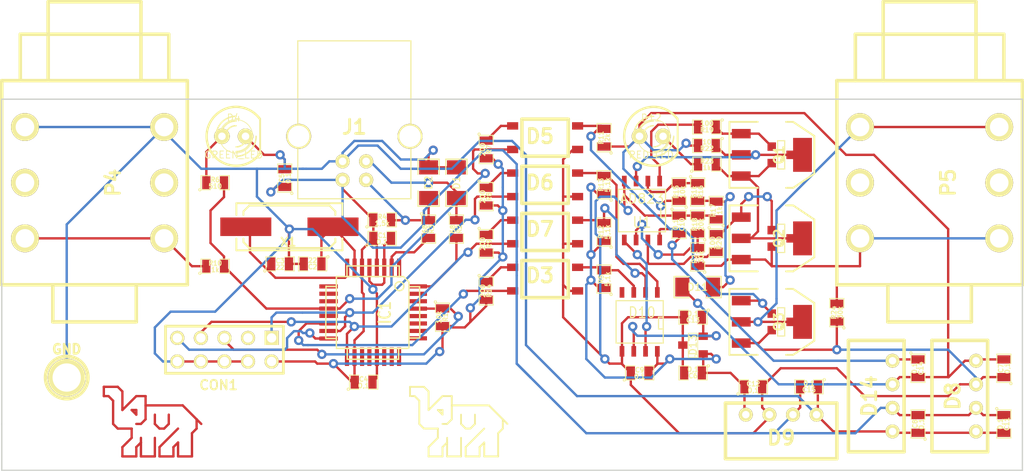
<source format=kicad_pcb>
(kicad_pcb (version 20171130) (host pcbnew 5.0.0)

  (general
    (thickness 1.6)
    (drawings 49)
    (tracks 675)
    (zones 0)
    (modules 67)
    (nets 43)
  )

  (page A4)
  (layers
    (0 F.Cu signal)
    (31 B.Cu signal)
    (32 B.Adhes user)
    (33 F.Adhes user)
    (34 B.Paste user)
    (35 F.Paste user)
    (36 B.SilkS user)
    (37 F.SilkS user)
    (38 B.Mask user)
    (39 F.Mask user)
    (40 Dwgs.User user)
    (41 Cmts.User user)
    (42 Eco1.User user)
    (43 Eco2.User user)
    (44 Edge.Cuts user)
  )

  (setup
    (last_trace_width 0.254)
    (trace_clearance 0.254)
    (zone_clearance 0.508)
    (zone_45_only no)
    (trace_min 0.254)
    (segment_width 0.2)
    (edge_width 0.15)
    (via_size 1)
    (via_drill 0.5)
    (via_min_size 0.889)
    (via_min_drill 0.5)
    (uvia_size 0.508)
    (uvia_drill 0.127)
    (uvias_allowed no)
    (uvia_min_size 0.508)
    (uvia_min_drill 0.127)
    (pcb_text_width 0.3)
    (pcb_text_size 1.5 1.5)
    (mod_edge_width 0.15)
    (mod_text_size 1.5 1.5)
    (mod_text_width 0.15)
    (pad_size 11 11)
    (pad_drill 11)
    (pad_to_mask_clearance 0.2)
    (aux_axis_origin 0 0)
    (visible_elements FFFFFFBF)
    (pcbplotparams
      (layerselection 0x00030_ffffffff)
      (usegerberextensions true)
      (usegerberattributes false)
      (usegerberadvancedattributes false)
      (creategerberjobfile false)
      (excludeedgelayer true)
      (linewidth 0.150000)
      (plotframeref false)
      (viasonmask false)
      (mode 1)
      (useauxorigin false)
      (hpglpennumber 1)
      (hpglpenspeed 20)
      (hpglpendiameter 15.000000)
      (psnegative false)
      (psa4output false)
      (plotreference true)
      (plotvalue true)
      (plotinvisibletext false)
      (padsonsilk false)
      (subtractmaskfromsilk false)
      (outputformat 1)
      (mirror false)
      (drillshape 1)
      (scaleselection 1)
      (outputdirectory ""))
  )

  (net 0 "")
  (net 1 +5V)
  (net 2 +5VA)
  (net 3 AGND)
  (net 4 GND)
  (net 5 N-000001)
  (net 6 N-0000010)
  (net 7 N-0000011)
  (net 8 N-0000013)
  (net 9 N-0000014)
  (net 10 N-0000018)
  (net 11 N-000002)
  (net 12 N-0000021)
  (net 13 N-0000022)
  (net 14 N-0000023)
  (net 15 N-0000024)
  (net 16 N-0000025)
  (net 17 N-0000026)
  (net 18 N-0000027)
  (net 19 N-0000028)
  (net 20 N-000003)
  (net 21 N-0000031)
  (net 22 N-0000032)
  (net 23 N-0000033)
  (net 24 N-0000034)
  (net 25 N-0000035)
  (net 26 N-0000036)
  (net 27 N-0000037)
  (net 28 N-0000038)
  (net 29 N-0000039)
  (net 30 N-000004)
  (net 31 N-0000040)
  (net 32 N-0000041)
  (net 33 N-0000043)
  (net 34 N-000005)
  (net 35 N-000006)
  (net 36 N-0000061)
  (net 37 N-0000062)
  (net 38 N-0000063)
  (net 39 N-0000065)
  (net 40 N-000007)
  (net 41 N-000008)
  (net 42 VCC)

  (net_class Default "Это класс цепей по умолчанию."
    (clearance 0.254)
    (trace_width 0.254)
    (via_dia 1)
    (via_drill 0.5)
    (uvia_dia 0.508)
    (uvia_drill 0.127)
    (add_net +5V)
    (add_net +5VA)
    (add_net AGND)
    (add_net GND)
    (add_net N-000001)
    (add_net N-0000010)
    (add_net N-0000011)
    (add_net N-0000013)
    (add_net N-0000014)
    (add_net N-0000018)
    (add_net N-000002)
    (add_net N-0000021)
    (add_net N-0000022)
    (add_net N-0000023)
    (add_net N-0000024)
    (add_net N-0000025)
    (add_net N-0000026)
    (add_net N-0000027)
    (add_net N-0000028)
    (add_net N-000003)
    (add_net N-0000031)
    (add_net N-0000032)
    (add_net N-0000033)
    (add_net N-0000034)
    (add_net N-0000035)
    (add_net N-0000036)
    (add_net N-0000037)
    (add_net N-0000038)
    (add_net N-0000039)
    (add_net N-000004)
    (add_net N-0000040)
    (add_net N-0000041)
    (add_net N-0000043)
    (add_net N-000005)
    (add_net N-000006)
    (add_net N-0000061)
    (add_net N-0000062)
    (add_net N-0000063)
    (add_net N-0000065)
    (add_net N-000007)
    (add_net N-000008)
    (add_net VCC)
  )

  (module USB_B (layer F.Cu) (tedit 557C1253) (tstamp 54D84ADA)
    (at 118 105 180)
    (tags USB)
    (path /4E830710)
    (fp_text reference J1 (at 0 1 180) (layer F.SilkS)
      (effects (font (size 1.524 1.524) (thickness 0.3048)))
    )
    (fp_text value USB_B (at 0 0 180) (layer F.SilkS) hide
      (effects (font (size 1.524 1.524) (thickness 0.3048)))
    )
    (fp_line (start -6.096 10.287) (end 6.096 10.287) (layer F.SilkS) (width 0.127))
    (fp_line (start 6.096 10.287) (end 6.096 -6.731) (layer F.SilkS) (width 0.127))
    (fp_line (start 6.096 -6.731) (end -6.096 -6.731) (layer F.SilkS) (width 0.127))
    (fp_line (start -6.096 -6.731) (end -6.096 10.287) (layer F.SilkS) (width 0.127))
    (pad 1 thru_hole circle (at 1.27 -4.699 180) (size 1.524 1.524) (drill 0.8128) (layers *.Cu *.Mask F.SilkS)
      (net 1 +5V))
    (pad 2 thru_hole circle (at -1.27 -4.699 180) (size 1.524 1.524) (drill 0.8128) (layers *.Cu *.Mask F.SilkS)
      (net 35 N-000006))
    (pad 3 thru_hole circle (at -1.27 -2.70002 180) (size 1.524 1.524) (drill 0.8128) (layers *.Cu *.Mask F.SilkS)
      (net 11 N-000002))
    (pad 4 thru_hole circle (at 1.27 -2.70002 180) (size 1.524 1.524) (drill 0.8128) (layers *.Cu *.Mask F.SilkS)
      (net 4 GND))
    (pad 5 thru_hole circle (at 5.99948 0 180) (size 2.70002 2.70002) (drill 2.30124) (layers *.Cu *.Mask F.SilkS))
    (pad 6 thru_hole circle (at -5.99948 0 180) (size 2.70002 2.70002) (drill 2.30124) (layers *.Cu *.Mask F.SilkS))
    (model connectors/USB_type_B.wrl
      (offset (xyz 0 0 0.02539999961853028))
      (scale (xyz 0.3937 0.3937 0.3937))
      (rotate (xyz 0 0 0))
    )
  )

  (module TQFP32 (layer F.Cu) (tedit 557C11C9) (tstamp 54D84B10)
    (at 120 124 270)
    (path /4E83067D)
    (fp_text reference IC1 (at 0 -1.27 270) (layer F.SilkS)
      (effects (font (size 1.27 1.016) (thickness 0.2032)))
    )
    (fp_text value ATMEGA8A-M (at 0 1.905 270) (layer F.SilkS) hide
      (effects (font (size 1.27 1.016) (thickness 0.2032)))
    )
    (fp_line (start 5.0292 2.7686) (end 3.8862 2.7686) (layer F.SilkS) (width 0.1524))
    (fp_line (start 5.0292 -2.7686) (end 3.9116 -2.7686) (layer F.SilkS) (width 0.1524))
    (fp_line (start 5.0292 2.7686) (end 5.0292 -2.7686) (layer F.SilkS) (width 0.1524))
    (fp_line (start 2.794 3.9624) (end 2.794 5.0546) (layer F.SilkS) (width 0.1524))
    (fp_line (start -2.8194 3.9878) (end -2.8194 5.0546) (layer F.SilkS) (width 0.1524))
    (fp_line (start -2.8448 5.0546) (end 2.794 5.08) (layer F.SilkS) (width 0.1524))
    (fp_line (start -2.794 -5.0292) (end 2.7178 -5.0546) (layer F.SilkS) (width 0.1524))
    (fp_line (start -3.8862 -3.2766) (end -3.8862 3.9116) (layer F.SilkS) (width 0.1524))
    (fp_line (start 2.7432 -5.0292) (end 2.7432 -3.9878) (layer F.SilkS) (width 0.1524))
    (fp_line (start -3.2512 -3.8862) (end 3.81 -3.8862) (layer F.SilkS) (width 0.1524))
    (fp_line (start 3.8608 3.937) (end 3.8608 -3.7846) (layer F.SilkS) (width 0.1524))
    (fp_line (start -3.8862 3.937) (end 3.7338 3.937) (layer F.SilkS) (width 0.1524))
    (fp_line (start -5.0292 -2.8448) (end -5.0292 2.794) (layer F.SilkS) (width 0.1524))
    (fp_line (start -5.0292 2.794) (end -3.8862 2.794) (layer F.SilkS) (width 0.1524))
    (fp_line (start -3.87604 -3.302) (end -3.29184 -3.8862) (layer F.SilkS) (width 0.1524))
    (fp_line (start -5.02412 -2.8448) (end -3.87604 -2.8448) (layer F.SilkS) (width 0.1524))
    (fp_line (start -2.794 -3.8862) (end -2.794 -5.03428) (layer F.SilkS) (width 0.1524))
    (fp_circle (center -2.83972 -2.86004) (end -2.43332 -2.60604) (layer F.SilkS) (width 0.1524))
    (pad 8 smd rect (at -4.81584 2.77622 270) (size 1.99898 0.44958) (layers F.Cu F.Paste F.Mask)
      (net 37 N-0000062))
    (pad 7 smd rect (at -4.81584 1.97612 270) (size 1.99898 0.44958) (layers F.Cu F.Paste F.Mask)
      (net 38 N-0000063))
    (pad 6 smd rect (at -4.81584 1.17602 270) (size 1.99898 0.44958) (layers F.Cu F.Paste F.Mask)
      (net 1 +5V))
    (pad 5 smd rect (at -4.81584 0.37592 270) (size 1.99898 0.44958) (layers F.Cu F.Paste F.Mask)
      (net 4 GND))
    (pad 4 smd rect (at -4.81584 -0.42418 270) (size 1.99898 0.44958) (layers F.Cu F.Paste F.Mask)
      (net 1 +5V))
    (pad 3 smd rect (at -4.81584 -1.22428 270) (size 1.99898 0.44958) (layers F.Cu F.Paste F.Mask)
      (net 4 GND))
    (pad 2 smd rect (at -4.81584 -2.02438 270) (size 1.99898 0.44958) (layers F.Cu F.Paste F.Mask)
      (net 41 N-000008))
    (pad 1 smd rect (at -4.81584 -2.82448 270) (size 1.99898 0.44958) (layers F.Cu F.Paste F.Mask))
    (pad 24 smd rect (at 4.7498 -2.8194 270) (size 1.99898 0.44958) (layers F.Cu F.Paste F.Mask))
    (pad 17 smd rect (at 4.7498 2.794 270) (size 1.99898 0.44958) (layers F.Cu F.Paste F.Mask)
      (net 25 N-0000035))
    (pad 18 smd rect (at 4.7498 1.9812 270) (size 1.99898 0.44958) (layers F.Cu F.Paste F.Mask)
      (net 1 +5V))
    (pad 19 smd rect (at 4.7498 1.1684 270) (size 1.99898 0.44958) (layers F.Cu F.Paste F.Mask))
    (pad 20 smd rect (at 4.7498 0.381 270) (size 1.99898 0.44958) (layers F.Cu F.Paste F.Mask))
    (pad 21 smd rect (at 4.7498 -0.4318 270) (size 1.99898 0.44958) (layers F.Cu F.Paste F.Mask)
      (net 4 GND))
    (pad 22 smd rect (at 4.7498 -1.2192 270) (size 1.99898 0.44958) (layers F.Cu F.Paste F.Mask))
    (pad 23 smd rect (at 4.7498 -2.032 270) (size 1.99898 0.44958) (layers F.Cu F.Paste F.Mask))
    (pad 32 smd rect (at -2.82448 -4.826 270) (size 0.44958 1.99898) (layers F.Cu F.Paste F.Mask)
      (net 40 N-000007))
    (pad 31 smd rect (at -2.02692 -4.826 270) (size 0.44958 1.99898) (layers F.Cu F.Paste F.Mask))
    (pad 30 smd rect (at -1.22428 -4.826 270) (size 0.44958 1.99898) (layers F.Cu F.Paste F.Mask))
    (pad 29 smd rect (at -0.42672 -4.826 270) (size 0.44958 1.99898) (layers F.Cu F.Paste F.Mask)
      (net 39 N-0000065))
    (pad 28 smd rect (at 0.37592 -4.826 270) (size 0.44958 1.99898) (layers F.Cu F.Paste F.Mask))
    (pad 27 smd rect (at 1.17348 -4.826 270) (size 0.44958 1.99898) (layers F.Cu F.Paste F.Mask))
    (pad 26 smd rect (at 1.97612 -4.826 270) (size 0.44958 1.99898) (layers F.Cu F.Paste F.Mask))
    (pad 25 smd rect (at 2.77368 -4.826 270) (size 0.44958 1.99898) (layers F.Cu F.Paste F.Mask))
    (pad 9 smd rect (at -2.8194 4.7752 270) (size 0.44958 1.99898) (layers F.Cu F.Paste F.Mask))
    (pad 10 smd rect (at -2.032 4.7752 270) (size 0.44958 1.99898) (layers F.Cu F.Paste F.Mask))
    (pad 11 smd rect (at -1.2192 4.7752 270) (size 0.44958 1.99898) (layers F.Cu F.Paste F.Mask))
    (pad 12 smd rect (at -0.4318 4.7752 270) (size 0.44958 1.99898) (layers F.Cu F.Paste F.Mask)
      (net 33 N-0000043))
    (pad 13 smd rect (at 0.3556 4.7752 270) (size 0.44958 1.99898) (layers F.Cu F.Paste F.Mask))
    (pad 14 smd rect (at 1.1684 4.7752 270) (size 0.44958 1.99898) (layers F.Cu F.Paste F.Mask)
      (net 29 N-0000039))
    (pad 15 smd rect (at 1.9812 4.7752 270) (size 0.44958 1.99898) (layers F.Cu F.Paste F.Mask)
      (net 5 N-000001))
    (pad 16 smd rect (at 2.794 4.7752 270) (size 0.44958 1.99898) (layers F.Cu F.Paste F.Mask)
      (net 34 N-000005))
    (model smd/tqfp32.wrl
      (at (xyz 0 0 0))
      (scale (xyz 1 1 1))
      (rotate (xyz 0 0 0))
    )
  )

  (module ST-020 (layer F.Cu) (tedit 4F8D9AF8) (tstamp 54D84B27)
    (at 180 110 270)
    (path /54D7F81A)
    (fp_text reference P5 (at 0 -1.99898 270) (layer F.SilkS)
      (effects (font (size 1.524 1.524) (thickness 0.3048)))
    )
    (fp_text value ST-020 (at 0 1.99898 270) (layer F.SilkS) hide
      (effects (font (size 1.524 1.524) (thickness 0.3048)))
    )
    (fp_line (start -11.00074 -8.001) (end -15.99946 -8.001) (layer F.SilkS) (width 0.381))
    (fp_line (start -15.99946 -8.001) (end -15.99946 8.001) (layer F.SilkS) (width 0.381))
    (fp_line (start -15.99946 8.001) (end -11.00074 8.001) (layer F.SilkS) (width 0.381))
    (fp_line (start -11.00074 -5.00126) (end -19.49958 -5.00126) (layer F.SilkS) (width 0.381))
    (fp_line (start -19.49958 -5.00126) (end -19.49958 5.00126) (layer F.SilkS) (width 0.381))
    (fp_line (start -19.49958 5.00126) (end -11.00074 5.00126) (layer F.SilkS) (width 0.381))
    (fp_line (start 11.00074 -4.50088) (end 15.00124 -4.50088) (layer F.SilkS) (width 0.381))
    (fp_line (start 15.00124 -4.50088) (end 15.00124 4.50088) (layer F.SilkS) (width 0.381))
    (fp_line (start 15.00124 4.50088) (end 11.00074 4.50088) (layer F.SilkS) (width 0.381))
    (fp_line (start 11.00074 -9.99998) (end 11.00074 9.99998) (layer F.SilkS) (width 0.381))
    (fp_line (start 11.00074 9.99998) (end -11.00074 9.99998) (layer F.SilkS) (width 0.381))
    (fp_line (start -11.00074 9.99998) (end -11.00074 -9.99998) (layer F.SilkS) (width 0.381))
    (fp_line (start -11.00074 -9.99998) (end 11.00074 -9.99998) (layer F.SilkS) (width 0.381))
    (pad 1 thru_hole circle (at -5.99948 7.50062 270) (size 2.99974 2.99974) (drill 1.99898) (layers *.Cu *.Mask F.SilkS)
      (net 9 N-0000014))
    (pad 2 thru_hole circle (at 0 7.50062 270) (size 2.99974 2.99974) (drill 1.99898) (layers *.Cu *.Mask F.SilkS))
    (pad 3 thru_hole circle (at 5.99948 7.50062 270) (size 2.99974 2.99974) (drill 1.99898) (layers *.Cu *.Mask F.SilkS)
      (net 32 N-0000041))
    (pad 4 thru_hole circle (at 5.99948 -7.50062 270) (size 2.99974 2.99974) (drill 1.99898) (layers *.Cu *.Mask F.SilkS)
      (net 32 N-0000041))
    (pad 5 thru_hole circle (at 0 -7.50062 270) (size 2.99974 2.99974) (drill 1.99898) (layers *.Cu *.Mask F.SilkS))
    (pad 6 thru_hole circle (at -5.99948 -7.50062 270) (size 2.99974 2.99974) (drill 1.99898) (layers *.Cu *.Mask F.SilkS)
      (net 9 N-0000014))
  )

  (module ST-020 (layer F.Cu) (tedit 4F8D9AF8) (tstamp 54D84B3E)
    (at 90 110 270)
    (path /54D7F80B)
    (fp_text reference P4 (at 0 -1.99898 270) (layer F.SilkS)
      (effects (font (size 1.524 1.524) (thickness 0.3048)))
    )
    (fp_text value ST-020 (at 0 1.99898 270) (layer F.SilkS) hide
      (effects (font (size 1.524 1.524) (thickness 0.3048)))
    )
    (fp_line (start -11.00074 -8.001) (end -15.99946 -8.001) (layer F.SilkS) (width 0.381))
    (fp_line (start -15.99946 -8.001) (end -15.99946 8.001) (layer F.SilkS) (width 0.381))
    (fp_line (start -15.99946 8.001) (end -11.00074 8.001) (layer F.SilkS) (width 0.381))
    (fp_line (start -11.00074 -5.00126) (end -19.49958 -5.00126) (layer F.SilkS) (width 0.381))
    (fp_line (start -19.49958 -5.00126) (end -19.49958 5.00126) (layer F.SilkS) (width 0.381))
    (fp_line (start -19.49958 5.00126) (end -11.00074 5.00126) (layer F.SilkS) (width 0.381))
    (fp_line (start 11.00074 -4.50088) (end 15.00124 -4.50088) (layer F.SilkS) (width 0.381))
    (fp_line (start 15.00124 -4.50088) (end 15.00124 4.50088) (layer F.SilkS) (width 0.381))
    (fp_line (start 15.00124 4.50088) (end 11.00074 4.50088) (layer F.SilkS) (width 0.381))
    (fp_line (start 11.00074 -9.99998) (end 11.00074 9.99998) (layer F.SilkS) (width 0.381))
    (fp_line (start 11.00074 9.99998) (end -11.00074 9.99998) (layer F.SilkS) (width 0.381))
    (fp_line (start -11.00074 9.99998) (end -11.00074 -9.99998) (layer F.SilkS) (width 0.381))
    (fp_line (start -11.00074 -9.99998) (end 11.00074 -9.99998) (layer F.SilkS) (width 0.381))
    (pad 1 thru_hole circle (at -5.99948 7.50062 270) (size 2.99974 2.99974) (drill 1.99898) (layers *.Cu *.Mask F.SilkS)
      (net 4 GND))
    (pad 2 thru_hole circle (at 0 7.50062 270) (size 2.99974 2.99974) (drill 1.99898) (layers *.Cu *.Mask F.SilkS))
    (pad 3 thru_hole circle (at 5.99948 7.50062 270) (size 2.99974 2.99974) (drill 1.99898) (layers *.Cu *.Mask F.SilkS)
      (net 10 N-0000018))
    (pad 4 thru_hole circle (at 5.99948 -7.50062 270) (size 2.99974 2.99974) (drill 1.99898) (layers *.Cu *.Mask F.SilkS)
      (net 10 N-0000018))
    (pad 5 thru_hole circle (at 0 -7.50062 270) (size 2.99974 2.99974) (drill 1.99898) (layers *.Cu *.Mask F.SilkS))
    (pad 6 thru_hole circle (at -5.99948 -7.50062 270) (size 2.99974 2.99974) (drill 1.99898) (layers *.Cu *.Mask F.SilkS)
      (net 4 GND))
  )

  (module SOT23 (layer F.Cu) (tedit 557DC200) (tstamp 54D84B4A)
    (at 154.5 127.5 90)
    (tags SOT23)
    (path /54D80135)
    (fp_text reference D13 (at 0 0 90) (layer F.SilkS)
      (effects (font (size 0.762 0.762) (thickness 0.11938)))
    )
    (fp_text value REF3020 (at 0.0635 0 90) (layer F.SilkS) hide
      (effects (font (size 0.50038 0.50038) (thickness 0.09906)))
    )
    (fp_circle (center -1.17602 0.35052) (end -1.30048 0.44958) (layer F.SilkS) (width 0.07874))
    (fp_line (start 1.27 -0.508) (end 1.27 0.508) (layer F.SilkS) (width 0.07874))
    (fp_line (start -1.3335 -0.508) (end -1.3335 0.508) (layer F.SilkS) (width 0.07874))
    (fp_line (start 1.27 0.508) (end -1.3335 0.508) (layer F.SilkS) (width 0.07874))
    (fp_line (start -1.3335 -0.508) (end 1.27 -0.508) (layer F.SilkS) (width 0.07874))
    (pad 3 smd rect (at 0 -1.09982 90) (size 0.8001 1.00076) (layers F.Cu F.Paste F.Mask)
      (net 3 AGND))
    (pad 2 smd rect (at 0.9525 1.09982 90) (size 0.8001 1.00076) (layers F.Cu F.Paste F.Mask)
      (net 21 N-0000031))
    (pad 1 smd rect (at -0.9525 1.09982 90) (size 0.8001 1.00076) (layers F.Cu F.Paste F.Mask)
      (net 2 +5VA))
    (model smd\SOT23_3.wrl
      (at (xyz 0 0 0))
      (scale (xyz 0.4 0.4 0.4))
      (rotate (xyz 0 0 180))
    )
  )

  (module SOT223 (layer F.Cu) (tedit 557C1229) (tstamp 54D84B5A)
    (at 163 116 270)
    (descr "module CMS SOT223 4 pins")
    (tags "CMS SOT")
    (path /4E83415C)
    (attr smd)
    (fp_text reference Q2 (at 0 -0.762 270) (layer F.SilkS)
      (effects (font (size 1.016 1.016) (thickness 0.2032)))
    )
    (fp_text value IRFL4310 (at 0 0.762 270) (layer F.SilkS) hide
      (effects (font (size 1.016 1.016) (thickness 0.2032)))
    )
    (fp_line (start -3.556 1.524) (end -3.556 4.572) (layer F.SilkS) (width 0.2032))
    (fp_line (start -3.556 4.572) (end 3.556 4.572) (layer F.SilkS) (width 0.2032))
    (fp_line (start 3.556 4.572) (end 3.556 1.524) (layer F.SilkS) (width 0.2032))
    (fp_line (start -3.556 -1.524) (end -3.556 -2.286) (layer F.SilkS) (width 0.2032))
    (fp_line (start -3.556 -2.286) (end -2.032 -4.572) (layer F.SilkS) (width 0.2032))
    (fp_line (start -2.032 -4.572) (end 2.032 -4.572) (layer F.SilkS) (width 0.2032))
    (fp_line (start 2.032 -4.572) (end 3.556 -2.286) (layer F.SilkS) (width 0.2032))
    (fp_line (start 3.556 -2.286) (end 3.556 -1.524) (layer F.SilkS) (width 0.2032))
    (pad 4 smd rect (at 0 -3.302 270) (size 3.6576 2.032) (layers F.Cu F.Paste F.Mask))
    (pad D smd rect (at 0 3.302 270) (size 1.016 2.032) (layers F.Cu F.Paste F.Mask)
      (net 23 N-0000033))
    (pad S smd rect (at 2.286 3.302 270) (size 1.016 2.032) (layers F.Cu F.Paste F.Mask)
      (net 32 N-0000041))
    (pad G smd rect (at -2.286 3.302 270) (size 1.016 2.032) (layers F.Cu F.Paste F.Mask)
      (net 26 N-0000036))
    (model smd/SOT223.wrl
      (at (xyz 0 0 0))
      (scale (xyz 0.4 0.4 0.4))
      (rotate (xyz 0 0 0))
    )
  )

  (module SOT223 (layer F.Cu) (tedit 557C122D) (tstamp 54D84B6A)
    (at 163 107 270)
    (descr "module CMS SOT223 4 pins")
    (tags "CMS SOT")
    (path /4E83424D)
    (attr smd)
    (fp_text reference Q1 (at 0 -0.762 270) (layer F.SilkS)
      (effects (font (size 1.016 1.016) (thickness 0.2032)))
    )
    (fp_text value IRFL4310 (at 0 0.762 270) (layer F.SilkS) hide
      (effects (font (size 1.016 1.016) (thickness 0.2032)))
    )
    (fp_line (start -3.556 1.524) (end -3.556 4.572) (layer F.SilkS) (width 0.2032))
    (fp_line (start -3.556 4.572) (end 3.556 4.572) (layer F.SilkS) (width 0.2032))
    (fp_line (start 3.556 4.572) (end 3.556 1.524) (layer F.SilkS) (width 0.2032))
    (fp_line (start -3.556 -1.524) (end -3.556 -2.286) (layer F.SilkS) (width 0.2032))
    (fp_line (start -3.556 -2.286) (end -2.032 -4.572) (layer F.SilkS) (width 0.2032))
    (fp_line (start -2.032 -4.572) (end 2.032 -4.572) (layer F.SilkS) (width 0.2032))
    (fp_line (start 2.032 -4.572) (end 3.556 -2.286) (layer F.SilkS) (width 0.2032))
    (fp_line (start 3.556 -2.286) (end 3.556 -1.524) (layer F.SilkS) (width 0.2032))
    (pad 4 smd rect (at 0 -3.302 270) (size 3.6576 2.032) (layers F.Cu F.Paste F.Mask))
    (pad D smd rect (at 0 3.302 270) (size 1.016 2.032) (layers F.Cu F.Paste F.Mask)
      (net 24 N-0000034))
    (pad S smd rect (at 2.286 3.302 270) (size 1.016 2.032) (layers F.Cu F.Paste F.Mask)
      (net 23 N-0000033))
    (pad G smd rect (at -2.286 3.302 270) (size 1.016 2.032) (layers F.Cu F.Paste F.Mask)
      (net 27 N-0000037))
    (model smd/SOT223.wrl
      (at (xyz 0 0 0))
      (scale (xyz 0.4 0.4 0.4))
      (rotate (xyz 0 0 0))
    )
  )

  (module SOT223 (layer F.Cu) (tedit 557C1225) (tstamp 54D84B7A)
    (at 163 125 270)
    (descr "module CMS SOT223 4 pins")
    (tags "CMS SOT")
    (path /4E834322)
    (attr smd)
    (fp_text reference Q3 (at 0 -0.762 270) (layer F.SilkS)
      (effects (font (size 1.016 1.016) (thickness 0.2032)))
    )
    (fp_text value IRFL4310 (at 0 0.762 270) (layer F.SilkS) hide
      (effects (font (size 1.016 1.016) (thickness 0.2032)))
    )
    (fp_line (start -3.556 1.524) (end -3.556 4.572) (layer F.SilkS) (width 0.2032))
    (fp_line (start -3.556 4.572) (end 3.556 4.572) (layer F.SilkS) (width 0.2032))
    (fp_line (start 3.556 4.572) (end 3.556 1.524) (layer F.SilkS) (width 0.2032))
    (fp_line (start -3.556 -1.524) (end -3.556 -2.286) (layer F.SilkS) (width 0.2032))
    (fp_line (start -3.556 -2.286) (end -2.032 -4.572) (layer F.SilkS) (width 0.2032))
    (fp_line (start -2.032 -4.572) (end 2.032 -4.572) (layer F.SilkS) (width 0.2032))
    (fp_line (start 2.032 -4.572) (end 3.556 -2.286) (layer F.SilkS) (width 0.2032))
    (fp_line (start 3.556 -2.286) (end 3.556 -1.524) (layer F.SilkS) (width 0.2032))
    (pad 4 smd rect (at 0 -3.302 270) (size 3.6576 2.032) (layers F.Cu F.Paste F.Mask))
    (pad D smd rect (at 0 3.302 270) (size 1.016 2.032) (layers F.Cu F.Paste F.Mask)
      (net 9 N-0000014))
    (pad S smd rect (at 2.286 3.302 270) (size 1.016 2.032) (layers F.Cu F.Paste F.Mask)
      (net 3 AGND))
    (pad G smd rect (at -2.286 3.302 270) (size 1.016 2.032) (layers F.Cu F.Paste F.Mask)
      (net 13 N-0000022))
    (model smd/SOT223.wrl
      (at (xyz 0 0 0))
      (scale (xyz 0.4 0.4 0.4))
      (rotate (xyz 0 0 0))
    )
  )

  (module SO8N (layer F.Cu) (tedit 557DC20C) (tstamp 54D84B8D)
    (at 148.75 125 180)
    (descr "Module CMS SOJ 8 pins large")
    (tags "CMS SOJ")
    (path /4E831758)
    (attr smd)
    (fp_text reference D10 (at -0.25 1 180) (layer F.SilkS)
      (effects (font (size 1.143 1.016) (thickness 0.127)))
    )
    (fp_text value TLC5615CD (at 0 1.27 180) (layer F.SilkS) hide
      (effects (font (size 1.016 1.016) (thickness 0.127)))
    )
    (fp_line (start -2.54 -2.286) (end 2.54 -2.286) (layer F.SilkS) (width 0.127))
    (fp_line (start 2.54 -2.286) (end 2.54 2.286) (layer F.SilkS) (width 0.127))
    (fp_line (start 2.54 2.286) (end -2.54 2.286) (layer F.SilkS) (width 0.127))
    (fp_line (start -2.54 2.286) (end -2.54 -2.286) (layer F.SilkS) (width 0.127))
    (fp_line (start -2.54 -0.762) (end -2.032 -0.762) (layer F.SilkS) (width 0.127))
    (fp_line (start -2.032 -0.762) (end -2.032 0.508) (layer F.SilkS) (width 0.127))
    (fp_line (start -2.032 0.508) (end -2.54 0.508) (layer F.SilkS) (width 0.127))
    (pad 8 smd rect (at -1.905 -3.175 180) (size 0.508 1.143) (layers F.Cu F.Paste F.Mask)
      (net 2 +5VA))
    (pad 7 smd rect (at -0.635 -3.175 180) (size 0.508 1.143) (layers F.Cu F.Paste F.Mask)
      (net 12 N-0000021))
    (pad 6 smd rect (at 0.635 -3.175 180) (size 0.508 1.143) (layers F.Cu F.Paste F.Mask)
      (net 21 N-0000031))
    (pad 5 smd rect (at 1.905 -3.175 180) (size 0.508 1.143) (layers F.Cu F.Paste F.Mask)
      (net 3 AGND))
    (pad 4 smd rect (at 1.905 3.175 180) (size 0.508 1.143) (layers F.Cu F.Paste F.Mask))
    (pad 3 smd rect (at 0.635 3.175 180) (size 0.508 1.143) (layers F.Cu F.Paste F.Mask)
      (net 28 N-0000038))
    (pad 2 smd rect (at -0.635 3.175 180) (size 0.508 1.143) (layers F.Cu F.Paste F.Mask)
      (net 14 N-0000023))
    (pad 1 smd rect (at -1.905 3.175 180) (size 0.508 1.143) (layers F.Cu F.Paste F.Mask)
      (net 7 N-0000011))
    (model smd/cms_so8.wrl
      (at (xyz 0 0 0))
      (scale (xyz 0.5 0.38 0.5))
      (rotate (xyz 0 0 0))
    )
  )

  (module SO8N (layer F.Cu) (tedit 45127296) (tstamp 54D84BA0)
    (at 149 113 180)
    (descr "Module CMS SOJ 8 pins large")
    (tags "CMS SOJ")
    (path /4E8AE468)
    (attr smd)
    (fp_text reference U1 (at 0 -1.27 180) (layer F.SilkS)
      (effects (font (size 1.143 1.016) (thickness 0.127)))
    )
    (fp_text value AD823 (at 0 1.27 180) (layer F.SilkS)
      (effects (font (size 1.016 1.016) (thickness 0.127)))
    )
    (fp_line (start -2.54 -2.286) (end 2.54 -2.286) (layer F.SilkS) (width 0.127))
    (fp_line (start 2.54 -2.286) (end 2.54 2.286) (layer F.SilkS) (width 0.127))
    (fp_line (start 2.54 2.286) (end -2.54 2.286) (layer F.SilkS) (width 0.127))
    (fp_line (start -2.54 2.286) (end -2.54 -2.286) (layer F.SilkS) (width 0.127))
    (fp_line (start -2.54 -0.762) (end -2.032 -0.762) (layer F.SilkS) (width 0.127))
    (fp_line (start -2.032 -0.762) (end -2.032 0.508) (layer F.SilkS) (width 0.127))
    (fp_line (start -2.032 0.508) (end -2.54 0.508) (layer F.SilkS) (width 0.127))
    (pad 8 smd rect (at -1.905 -3.175 180) (size 0.508 1.143) (layers F.Cu F.Paste F.Mask)
      (net 36 N-0000061))
    (pad 7 smd rect (at -0.635 -3.175 180) (size 0.508 1.143) (layers F.Cu F.Paste F.Mask)
      (net 30 N-000004))
    (pad 6 smd rect (at 0.635 -3.175 180) (size 0.508 1.143) (layers F.Cu F.Paste F.Mask)
      (net 17 N-0000026))
    (pad 5 smd rect (at 1.905 -3.175 180) (size 0.508 1.143) (layers F.Cu F.Paste F.Mask)
      (net 12 N-0000021))
    (pad 4 smd rect (at 1.905 3.175 180) (size 0.508 1.143) (layers F.Cu F.Paste F.Mask)
      (net 3 AGND))
    (pad 3 smd rect (at 0.635 3.175 180) (size 0.508 1.143) (layers F.Cu F.Paste F.Mask)
      (net 24 N-0000034))
    (pad 2 smd rect (at -0.635 3.175 180) (size 0.508 1.143) (layers F.Cu F.Paste F.Mask)
      (net 18 N-0000027))
    (pad 1 smd rect (at -1.905 3.175 180) (size 0.508 1.143) (layers F.Cu F.Paste F.Mask)
      (net 20 N-000003))
    (model smd/cms_so8.wrl
      (at (xyz 0 0 0))
      (scale (xyz 0.5 0.38 0.5))
      (rotate (xyz 0 0 0))
    )
  )

  (module SM1206 (layer F.Cu) (tedit 42806E24) (tstamp 54D84BAC)
    (at 126 110 270)
    (path /4E830739)
    (attr smd)
    (fp_text reference D2 (at 0 0 270) (layer F.SilkS)
      (effects (font (size 0.762 0.762) (thickness 0.127)))
    )
    (fp_text value 3,3V (at 0 0 270) (layer F.SilkS) hide
      (effects (font (size 0.762 0.762) (thickness 0.127)))
    )
    (fp_line (start -2.54 -1.143) (end -2.54 1.143) (layer F.SilkS) (width 0.127))
    (fp_line (start -2.54 1.143) (end -0.889 1.143) (layer F.SilkS) (width 0.127))
    (fp_line (start 0.889 -1.143) (end 2.54 -1.143) (layer F.SilkS) (width 0.127))
    (fp_line (start 2.54 -1.143) (end 2.54 1.143) (layer F.SilkS) (width 0.127))
    (fp_line (start 2.54 1.143) (end 0.889 1.143) (layer F.SilkS) (width 0.127))
    (fp_line (start -0.889 -1.143) (end -2.54 -1.143) (layer F.SilkS) (width 0.127))
    (pad 1 smd rect (at -1.651 0 270) (size 1.524 2.032) (layers F.Cu F.Paste F.Mask)
      (net 4 GND))
    (pad 2 smd rect (at 1.651 0 270) (size 1.524 2.032) (layers F.Cu F.Paste F.Mask)
      (net 35 N-000006))
    (model smd/chip_cms.wrl
      (at (xyz 0 0 0))
      (scale (xyz 0.17 0.16 0.16))
      (rotate (xyz 0 0 0))
    )
  )

  (module SM1206 (layer F.Cu) (tedit 42806E24) (tstamp 54D84BB8)
    (at 155 121.25 180)
    (path /4E849578)
    (attr smd)
    (fp_text reference D11 (at 0 0 180) (layer F.SilkS)
      (effects (font (size 0.762 0.762) (thickness 0.127)))
    )
    (fp_text value 3,3V (at 0 0 180) (layer F.SilkS) hide
      (effects (font (size 0.762 0.762) (thickness 0.127)))
    )
    (fp_line (start -2.54 -1.143) (end -2.54 1.143) (layer F.SilkS) (width 0.127))
    (fp_line (start -2.54 1.143) (end -0.889 1.143) (layer F.SilkS) (width 0.127))
    (fp_line (start 0.889 -1.143) (end 2.54 -1.143) (layer F.SilkS) (width 0.127))
    (fp_line (start 2.54 -1.143) (end 2.54 1.143) (layer F.SilkS) (width 0.127))
    (fp_line (start 2.54 1.143) (end 0.889 1.143) (layer F.SilkS) (width 0.127))
    (fp_line (start -0.889 -1.143) (end -2.54 -1.143) (layer F.SilkS) (width 0.127))
    (pad 1 smd rect (at -1.651 0 180) (size 1.524 2.032) (layers F.Cu F.Paste F.Mask)
      (net 19 N-0000028))
    (pad 2 smd rect (at 1.651 0 180) (size 1.524 2.032) (layers F.Cu F.Paste F.Mask)
      (net 42 VCC))
    (model smd/chip_cms.wrl
      (at (xyz 0 0 0))
      (scale (xyz 0.17 0.16 0.16))
      (rotate (xyz 0 0 0))
    )
  )

  (module SM1206 (layer F.Cu) (tedit 42806E24) (tstamp 54D84BC4)
    (at 129 110 270)
    (path /4E830733)
    (attr smd)
    (fp_text reference D1 (at 0 0 270) (layer F.SilkS)
      (effects (font (size 0.762 0.762) (thickness 0.127)))
    )
    (fp_text value 3,3V (at 0 0 270) (layer F.SilkS) hide
      (effects (font (size 0.762 0.762) (thickness 0.127)))
    )
    (fp_line (start -2.54 -1.143) (end -2.54 1.143) (layer F.SilkS) (width 0.127))
    (fp_line (start -2.54 1.143) (end -0.889 1.143) (layer F.SilkS) (width 0.127))
    (fp_line (start 0.889 -1.143) (end 2.54 -1.143) (layer F.SilkS) (width 0.127))
    (fp_line (start 2.54 -1.143) (end 2.54 1.143) (layer F.SilkS) (width 0.127))
    (fp_line (start 2.54 1.143) (end 0.889 1.143) (layer F.SilkS) (width 0.127))
    (fp_line (start -0.889 -1.143) (end -2.54 -1.143) (layer F.SilkS) (width 0.127))
    (pad 1 smd rect (at -1.651 0 270) (size 1.524 2.032) (layers F.Cu F.Paste F.Mask)
      (net 4 GND))
    (pad 2 smd rect (at 1.651 0 270) (size 1.524 2.032) (layers F.Cu F.Paste F.Mask)
      (net 11 N-000002))
    (model smd/chip_cms.wrl
      (at (xyz 0 0 0))
      (scale (xyz 0.17 0.16 0.16))
      (rotate (xyz 0 0 0))
    )
  )

  (module SM0805 (layer F.Cu) (tedit 5091495C) (tstamp 54D84BD1)
    (at 121 114)
    (path /4E830727)
    (attr smd)
    (fp_text reference R4 (at 0 -0.3175) (layer F.SilkS)
      (effects (font (size 0.50038 0.50038) (thickness 0.10922)))
    )
    (fp_text value 1,5k (at 0 0.381) (layer F.SilkS)
      (effects (font (size 0.50038 0.50038) (thickness 0.10922)))
    )
    (fp_circle (center -1.651 0.762) (end -1.651 0.635) (layer F.SilkS) (width 0.09906))
    (fp_line (start -0.508 0.762) (end -1.524 0.762) (layer F.SilkS) (width 0.09906))
    (fp_line (start -1.524 0.762) (end -1.524 -0.762) (layer F.SilkS) (width 0.09906))
    (fp_line (start -1.524 -0.762) (end -0.508 -0.762) (layer F.SilkS) (width 0.09906))
    (fp_line (start 0.508 -0.762) (end 1.524 -0.762) (layer F.SilkS) (width 0.09906))
    (fp_line (start 1.524 -0.762) (end 1.524 0.762) (layer F.SilkS) (width 0.09906))
    (fp_line (start 1.524 0.762) (end 0.508 0.762) (layer F.SilkS) (width 0.09906))
    (pad 1 smd rect (at -0.9525 0) (size 0.889 1.397) (layers F.Cu F.Paste F.Mask)
      (net 1 +5V))
    (pad 2 smd rect (at 0.9525 0) (size 0.889 1.397) (layers F.Cu F.Paste F.Mask)
      (net 35 N-000006))
    (model smd/chip_cms.wrl
      (at (xyz 0 0 0))
      (scale (xyz 0.1 0.1 0.1))
      (rotate (xyz 0 0 0))
    )
  )

  (module SM0805 (layer F.Cu) (tedit 5091495C) (tstamp 54D860CD)
    (at 113.5 118.75 180)
    (path /4E830966)
    (attr smd)
    (fp_text reference C2 (at 0 -0.3175 180) (layer F.SilkS)
      (effects (font (size 0.50038 0.50038) (thickness 0.10922)))
    )
    (fp_text value 22 (at 0 0.381 180) (layer F.SilkS)
      (effects (font (size 0.50038 0.50038) (thickness 0.10922)))
    )
    (fp_circle (center -1.651 0.762) (end -1.651 0.635) (layer F.SilkS) (width 0.09906))
    (fp_line (start -0.508 0.762) (end -1.524 0.762) (layer F.SilkS) (width 0.09906))
    (fp_line (start -1.524 0.762) (end -1.524 -0.762) (layer F.SilkS) (width 0.09906))
    (fp_line (start -1.524 -0.762) (end -0.508 -0.762) (layer F.SilkS) (width 0.09906))
    (fp_line (start 0.508 -0.762) (end 1.524 -0.762) (layer F.SilkS) (width 0.09906))
    (fp_line (start 1.524 -0.762) (end 1.524 0.762) (layer F.SilkS) (width 0.09906))
    (fp_line (start 1.524 0.762) (end 0.508 0.762) (layer F.SilkS) (width 0.09906))
    (pad 1 smd rect (at -0.9525 0 180) (size 0.889 1.397) (layers F.Cu F.Paste F.Mask)
      (net 38 N-0000063))
    (pad 2 smd rect (at 0.9525 0 180) (size 0.889 1.397) (layers F.Cu F.Paste F.Mask)
      (net 4 GND))
    (model smd/chip_cms.wrl
      (at (xyz 0 0 0))
      (scale (xyz 0.1 0.1 0.1))
      (rotate (xyz 0 0 0))
    )
  )

  (module SM0805 (layer F.Cu) (tedit 5091495C) (tstamp 54D84BEB)
    (at 119 131.5)
    (path /4E8308BC)
    (attr smd)
    (fp_text reference C4 (at 0 -0.3175) (layer F.SilkS)
      (effects (font (size 0.50038 0.50038) (thickness 0.10922)))
    )
    (fp_text value 0,1 (at 0 0.381) (layer F.SilkS)
      (effects (font (size 0.50038 0.50038) (thickness 0.10922)))
    )
    (fp_circle (center -1.651 0.762) (end -1.651 0.635) (layer F.SilkS) (width 0.09906))
    (fp_line (start -0.508 0.762) (end -1.524 0.762) (layer F.SilkS) (width 0.09906))
    (fp_line (start -1.524 0.762) (end -1.524 -0.762) (layer F.SilkS) (width 0.09906))
    (fp_line (start -1.524 -0.762) (end -0.508 -0.762) (layer F.SilkS) (width 0.09906))
    (fp_line (start 0.508 -0.762) (end 1.524 -0.762) (layer F.SilkS) (width 0.09906))
    (fp_line (start 1.524 -0.762) (end 1.524 0.762) (layer F.SilkS) (width 0.09906))
    (fp_line (start 1.524 0.762) (end 0.508 0.762) (layer F.SilkS) (width 0.09906))
    (pad 1 smd rect (at -0.9525 0) (size 0.889 1.397) (layers F.Cu F.Paste F.Mask)
      (net 1 +5V))
    (pad 2 smd rect (at 0.9525 0) (size 0.889 1.397) (layers F.Cu F.Paste F.Mask)
      (net 4 GND))
    (model smd/chip_cms.wrl
      (at (xyz 0 0 0))
      (scale (xyz 0.1 0.1 0.1))
      (rotate (xyz 0 0 0))
    )
  )

  (module SM0805 (layer F.Cu) (tedit 5091495C) (tstamp 54D86241)
    (at 129 115 270)
    (path /4E830725)
    (attr smd)
    (fp_text reference R2 (at 0 -0.3175 270) (layer F.SilkS)
      (effects (font (size 0.50038 0.50038) (thickness 0.10922)))
    )
    (fp_text value 68 (at 0 0.381 270) (layer F.SilkS)
      (effects (font (size 0.50038 0.50038) (thickness 0.10922)))
    )
    (fp_circle (center -1.651 0.762) (end -1.651 0.635) (layer F.SilkS) (width 0.09906))
    (fp_line (start -0.508 0.762) (end -1.524 0.762) (layer F.SilkS) (width 0.09906))
    (fp_line (start -1.524 0.762) (end -1.524 -0.762) (layer F.SilkS) (width 0.09906))
    (fp_line (start -1.524 -0.762) (end -0.508 -0.762) (layer F.SilkS) (width 0.09906))
    (fp_line (start 0.508 -0.762) (end 1.524 -0.762) (layer F.SilkS) (width 0.09906))
    (fp_line (start 1.524 -0.762) (end 1.524 0.762) (layer F.SilkS) (width 0.09906))
    (fp_line (start 1.524 0.762) (end 0.508 0.762) (layer F.SilkS) (width 0.09906))
    (pad 1 smd rect (at -0.9525 0 270) (size 0.889 1.397) (layers F.Cu F.Paste F.Mask)
      (net 11 N-000002))
    (pad 2 smd rect (at 0.9525 0 270) (size 0.889 1.397) (layers F.Cu F.Paste F.Mask)
      (net 40 N-000007))
    (model smd/chip_cms.wrl
      (at (xyz 0 0 0))
      (scale (xyz 0.1 0.1 0.1))
      (rotate (xyz 0 0 0))
    )
  )

  (module SM0805 (layer F.Cu) (tedit 5091495C) (tstamp 54D86233)
    (at 126 115 270)
    (path /4E830723)
    (attr smd)
    (fp_text reference R3 (at 0 -0.3175 270) (layer F.SilkS)
      (effects (font (size 0.50038 0.50038) (thickness 0.10922)))
    )
    (fp_text value 68 (at 0 0.381 270) (layer F.SilkS)
      (effects (font (size 0.50038 0.50038) (thickness 0.10922)))
    )
    (fp_circle (center -1.651 0.762) (end -1.651 0.635) (layer F.SilkS) (width 0.09906))
    (fp_line (start -0.508 0.762) (end -1.524 0.762) (layer F.SilkS) (width 0.09906))
    (fp_line (start -1.524 0.762) (end -1.524 -0.762) (layer F.SilkS) (width 0.09906))
    (fp_line (start -1.524 -0.762) (end -0.508 -0.762) (layer F.SilkS) (width 0.09906))
    (fp_line (start 0.508 -0.762) (end 1.524 -0.762) (layer F.SilkS) (width 0.09906))
    (fp_line (start 1.524 -0.762) (end 1.524 0.762) (layer F.SilkS) (width 0.09906))
    (fp_line (start 1.524 0.762) (end 0.508 0.762) (layer F.SilkS) (width 0.09906))
    (pad 1 smd rect (at -0.9525 0 270) (size 0.889 1.397) (layers F.Cu F.Paste F.Mask)
      (net 35 N-000006))
    (pad 2 smd rect (at 0.9525 0 270) (size 0.889 1.397) (layers F.Cu F.Paste F.Mask)
      (net 41 N-000008))
    (model smd/chip_cms.wrl
      (at (xyz 0 0 0))
      (scale (xyz 0.1 0.1 0.1))
      (rotate (xyz 0 0 0))
    )
  )

  (module SM0805 (layer F.Cu) (tedit 5091495C) (tstamp 54D84C12)
    (at 121 116)
    (path /4E8308C2)
    (attr smd)
    (fp_text reference C1 (at 0 -0.3175) (layer F.SilkS)
      (effects (font (size 0.50038 0.50038) (thickness 0.10922)))
    )
    (fp_text value 0,1 (at 0 0.381) (layer F.SilkS)
      (effects (font (size 0.50038 0.50038) (thickness 0.10922)))
    )
    (fp_circle (center -1.651 0.762) (end -1.651 0.635) (layer F.SilkS) (width 0.09906))
    (fp_line (start -0.508 0.762) (end -1.524 0.762) (layer F.SilkS) (width 0.09906))
    (fp_line (start -1.524 0.762) (end -1.524 -0.762) (layer F.SilkS) (width 0.09906))
    (fp_line (start -1.524 -0.762) (end -0.508 -0.762) (layer F.SilkS) (width 0.09906))
    (fp_line (start 0.508 -0.762) (end 1.524 -0.762) (layer F.SilkS) (width 0.09906))
    (fp_line (start 1.524 -0.762) (end 1.524 0.762) (layer F.SilkS) (width 0.09906))
    (fp_line (start 1.524 0.762) (end 0.508 0.762) (layer F.SilkS) (width 0.09906))
    (pad 1 smd rect (at -0.9525 0) (size 0.889 1.397) (layers F.Cu F.Paste F.Mask)
      (net 1 +5V))
    (pad 2 smd rect (at 0.9525 0) (size 0.889 1.397) (layers F.Cu F.Paste F.Mask)
      (net 4 GND))
    (model smd/chip_cms.wrl
      (at (xyz 0 0 0))
      (scale (xyz 0.1 0.1 0.1))
      (rotate (xyz 0 0 0))
    )
  )

  (module SM0805 (layer F.Cu) (tedit 5091495C) (tstamp 54D84C1F)
    (at 154.5 124.5 180)
    (path /54D80169)
    (attr smd)
    (fp_text reference C13 (at 0 -0.3175 180) (layer F.SilkS)
      (effects (font (size 0.50038 0.50038) (thickness 0.10922)))
    )
    (fp_text value 0,1 (at 0 0.381 180) (layer F.SilkS)
      (effects (font (size 0.50038 0.50038) (thickness 0.10922)))
    )
    (fp_circle (center -1.651 0.762) (end -1.651 0.635) (layer F.SilkS) (width 0.09906))
    (fp_line (start -0.508 0.762) (end -1.524 0.762) (layer F.SilkS) (width 0.09906))
    (fp_line (start -1.524 0.762) (end -1.524 -0.762) (layer F.SilkS) (width 0.09906))
    (fp_line (start -1.524 -0.762) (end -0.508 -0.762) (layer F.SilkS) (width 0.09906))
    (fp_line (start 0.508 -0.762) (end 1.524 -0.762) (layer F.SilkS) (width 0.09906))
    (fp_line (start 1.524 -0.762) (end 1.524 0.762) (layer F.SilkS) (width 0.09906))
    (fp_line (start 1.524 0.762) (end 0.508 0.762) (layer F.SilkS) (width 0.09906))
    (pad 1 smd rect (at -0.9525 0 180) (size 0.889 1.397) (layers F.Cu F.Paste F.Mask)
      (net 21 N-0000031))
    (pad 2 smd rect (at 0.9525 0 180) (size 0.889 1.397) (layers F.Cu F.Paste F.Mask)
      (net 3 AGND))
    (model smd/chip_cms.wrl
      (at (xyz 0 0 0))
      (scale (xyz 0.1 0.1 0.1))
      (rotate (xyz 0 0 0))
    )
  )

  (module SM0805 (layer F.Cu) (tedit 5091495C) (tstamp 54D84C2C)
    (at 132.21 111.5 270)
    (path /4E82E75A)
    (attr smd)
    (fp_text reference R8 (at 0 -0.3175 270) (layer F.SilkS)
      (effects (font (size 0.50038 0.50038) (thickness 0.10922)))
    )
    (fp_text value 200 (at 0 0.381 270) (layer F.SilkS)
      (effects (font (size 0.50038 0.50038) (thickness 0.10922)))
    )
    (fp_circle (center -1.651 0.762) (end -1.651 0.635) (layer F.SilkS) (width 0.09906))
    (fp_line (start -0.508 0.762) (end -1.524 0.762) (layer F.SilkS) (width 0.09906))
    (fp_line (start -1.524 0.762) (end -1.524 -0.762) (layer F.SilkS) (width 0.09906))
    (fp_line (start -1.524 -0.762) (end -0.508 -0.762) (layer F.SilkS) (width 0.09906))
    (fp_line (start 0.508 -0.762) (end 1.524 -0.762) (layer F.SilkS) (width 0.09906))
    (fp_line (start 1.524 -0.762) (end 1.524 0.762) (layer F.SilkS) (width 0.09906))
    (fp_line (start 1.524 0.762) (end 0.508 0.762) (layer F.SilkS) (width 0.09906))
    (pad 1 smd rect (at -0.9525 0 270) (size 0.889 1.397) (layers F.Cu F.Paste F.Mask)
      (net 22 N-0000032))
    (pad 2 smd rect (at 0.9525 0 270) (size 0.889 1.397) (layers F.Cu F.Paste F.Mask)
      (net 1 +5V))
    (model smd/chip_cms.wrl
      (at (xyz 0 0 0))
      (scale (xyz 0.1 0.1 0.1))
      (rotate (xyz 0 0 0))
    )
  )

  (module SM0805 (layer F.Cu) (tedit 5091495C) (tstamp 54D84C39)
    (at 155 118 90)
    (path /4E82E464)
    (attr smd)
    (fp_text reference R21 (at 0 -0.3175 90) (layer F.SilkS)
      (effects (font (size 0.50038 0.50038) (thickness 0.10922)))
    )
    (fp_text value 30k (at 0 0.381 90) (layer F.SilkS)
      (effects (font (size 0.50038 0.50038) (thickness 0.10922)))
    )
    (fp_circle (center -1.651 0.762) (end -1.651 0.635) (layer F.SilkS) (width 0.09906))
    (fp_line (start -0.508 0.762) (end -1.524 0.762) (layer F.SilkS) (width 0.09906))
    (fp_line (start -1.524 0.762) (end -1.524 -0.762) (layer F.SilkS) (width 0.09906))
    (fp_line (start -1.524 -0.762) (end -0.508 -0.762) (layer F.SilkS) (width 0.09906))
    (fp_line (start 0.508 -0.762) (end 1.524 -0.762) (layer F.SilkS) (width 0.09906))
    (fp_line (start 1.524 -0.762) (end 1.524 0.762) (layer F.SilkS) (width 0.09906))
    (fp_line (start 1.524 0.762) (end 0.508 0.762) (layer F.SilkS) (width 0.09906))
    (pad 1 smd rect (at -0.9525 0 90) (size 0.889 1.397) (layers F.Cu F.Paste F.Mask)
      (net 32 N-0000041))
    (pad 2 smd rect (at 0.9525 0 90) (size 0.889 1.397) (layers F.Cu F.Paste F.Mask)
      (net 17 N-0000026))
    (model smd/chip_cms.wrl
      (at (xyz 0 0 0))
      (scale (xyz 0.1 0.1 0.1))
      (rotate (xyz 0 0 0))
    )
  )

  (module SM0805 (layer F.Cu) (tedit 5091495C) (tstamp 54D84C46)
    (at 156 104 180)
    (path /4E82E33E)
    (attr smd)
    (fp_text reference R19 (at 0 -0.3175 180) (layer F.SilkS)
      (effects (font (size 0.50038 0.50038) (thickness 0.10922)))
    )
    (fp_text value 100 (at 0 0.381 180) (layer F.SilkS)
      (effects (font (size 0.50038 0.50038) (thickness 0.10922)))
    )
    (fp_circle (center -1.651 0.762) (end -1.651 0.635) (layer F.SilkS) (width 0.09906))
    (fp_line (start -0.508 0.762) (end -1.524 0.762) (layer F.SilkS) (width 0.09906))
    (fp_line (start -1.524 0.762) (end -1.524 -0.762) (layer F.SilkS) (width 0.09906))
    (fp_line (start -1.524 -0.762) (end -0.508 -0.762) (layer F.SilkS) (width 0.09906))
    (fp_line (start 0.508 -0.762) (end 1.524 -0.762) (layer F.SilkS) (width 0.09906))
    (fp_line (start 1.524 -0.762) (end 1.524 0.762) (layer F.SilkS) (width 0.09906))
    (fp_line (start 1.524 0.762) (end 0.508 0.762) (layer F.SilkS) (width 0.09906))
    (pad 1 smd rect (at -0.9525 0 180) (size 0.889 1.397) (layers F.Cu F.Paste F.Mask)
      (net 27 N-0000037))
    (pad 2 smd rect (at 0.9525 0 180) (size 0.889 1.397) (layers F.Cu F.Paste F.Mask)
      (net 20 N-000003))
    (model smd/chip_cms.wrl
      (at (xyz 0 0 0))
      (scale (xyz 0.1 0.1 0.1))
      (rotate (xyz 0 0 0))
    )
  )

  (module SM0805 (layer F.Cu) (tedit 5091495C) (tstamp 54D84C53)
    (at 155 114.5 90)
    (path /4E82E331)
    (attr smd)
    (fp_text reference R18 (at 0 -0.3175 90) (layer F.SilkS)
      (effects (font (size 0.50038 0.50038) (thickness 0.10922)))
    )
    (fp_text value 20k (at 0 0.381 90) (layer F.SilkS)
      (effects (font (size 0.50038 0.50038) (thickness 0.10922)))
    )
    (fp_circle (center -1.651 0.762) (end -1.651 0.635) (layer F.SilkS) (width 0.09906))
    (fp_line (start -0.508 0.762) (end -1.524 0.762) (layer F.SilkS) (width 0.09906))
    (fp_line (start -1.524 0.762) (end -1.524 -0.762) (layer F.SilkS) (width 0.09906))
    (fp_line (start -1.524 -0.762) (end -0.508 -0.762) (layer F.SilkS) (width 0.09906))
    (fp_line (start 0.508 -0.762) (end 1.524 -0.762) (layer F.SilkS) (width 0.09906))
    (fp_line (start 1.524 -0.762) (end 1.524 0.762) (layer F.SilkS) (width 0.09906))
    (fp_line (start 1.524 0.762) (end 0.508 0.762) (layer F.SilkS) (width 0.09906))
    (pad 1 smd rect (at -0.9525 0 90) (size 0.889 1.397) (layers F.Cu F.Paste F.Mask)
      (net 17 N-0000026))
    (pad 2 smd rect (at 0.9525 0 90) (size 0.889 1.397) (layers F.Cu F.Paste F.Mask)
      (net 3 AGND))
    (model smd/chip_cms.wrl
      (at (xyz 0 0 0))
      (scale (xyz 0.1 0.1 0.1))
      (rotate (xyz 0 0 0))
    )
  )

  (module SM0805 (layer F.Cu) (tedit 5091495C) (tstamp 54D84C60)
    (at 153 114.5 270)
    (path /4E82D265)
    (attr smd)
    (fp_text reference C10 (at 0 -0.3175 270) (layer F.SilkS)
      (effects (font (size 0.50038 0.50038) (thickness 0.10922)))
    )
    (fp_text value 0,1 (at 0 0.381 270) (layer F.SilkS)
      (effects (font (size 0.50038 0.50038) (thickness 0.10922)))
    )
    (fp_circle (center -1.651 0.762) (end -1.651 0.635) (layer F.SilkS) (width 0.09906))
    (fp_line (start -0.508 0.762) (end -1.524 0.762) (layer F.SilkS) (width 0.09906))
    (fp_line (start -1.524 0.762) (end -1.524 -0.762) (layer F.SilkS) (width 0.09906))
    (fp_line (start -1.524 -0.762) (end -0.508 -0.762) (layer F.SilkS) (width 0.09906))
    (fp_line (start 0.508 -0.762) (end 1.524 -0.762) (layer F.SilkS) (width 0.09906))
    (fp_line (start 1.524 -0.762) (end 1.524 0.762) (layer F.SilkS) (width 0.09906))
    (fp_line (start 1.524 0.762) (end 0.508 0.762) (layer F.SilkS) (width 0.09906))
    (pad 1 smd rect (at -0.9525 0 270) (size 0.889 1.397) (layers F.Cu F.Paste F.Mask)
      (net 3 AGND))
    (pad 2 smd rect (at 0.9525 0 270) (size 0.889 1.397) (layers F.Cu F.Paste F.Mask)
      (net 36 N-0000061))
    (model smd/chip_cms.wrl
      (at (xyz 0 0 0))
      (scale (xyz 0.1 0.1 0.1))
      (rotate (xyz 0 0 0))
    )
  )

  (module SM0805 (layer F.Cu) (tedit 5091495C) (tstamp 54D84C6D)
    (at 178.75 136 90)
    (path /4E82D25D)
    (attr smd)
    (fp_text reference C8 (at 0 -0.3175 90) (layer F.SilkS)
      (effects (font (size 0.50038 0.50038) (thickness 0.10922)))
    )
    (fp_text value 0,1 (at 0 0.381 90) (layer F.SilkS)
      (effects (font (size 0.50038 0.50038) (thickness 0.10922)))
    )
    (fp_circle (center -1.651 0.762) (end -1.651 0.635) (layer F.SilkS) (width 0.09906))
    (fp_line (start -0.508 0.762) (end -1.524 0.762) (layer F.SilkS) (width 0.09906))
    (fp_line (start -1.524 0.762) (end -1.524 -0.762) (layer F.SilkS) (width 0.09906))
    (fp_line (start -1.524 -0.762) (end -0.508 -0.762) (layer F.SilkS) (width 0.09906))
    (fp_line (start 0.508 -0.762) (end 1.524 -0.762) (layer F.SilkS) (width 0.09906))
    (fp_line (start 1.524 -0.762) (end 1.524 0.762) (layer F.SilkS) (width 0.09906))
    (fp_line (start 1.524 0.762) (end 0.508 0.762) (layer F.SilkS) (width 0.09906))
    (pad 1 smd rect (at -0.9525 0 90) (size 0.889 1.397) (layers F.Cu F.Paste F.Mask)
      (net 4 GND))
    (pad 2 smd rect (at 0.9525 0 90) (size 0.889 1.397) (layers F.Cu F.Paste F.Mask)
      (net 1 +5V))
    (model smd/chip_cms.wrl
      (at (xyz 0 0 0))
      (scale (xyz 0.1 0.1 0.1))
      (rotate (xyz 0 0 0))
    )
  )

  (module SM0805 (layer F.Cu) (tedit 5091495C) (tstamp 54D84C7A)
    (at 157 116.5 270)
    (path /4E82D225)
    (attr smd)
    (fp_text reference R20 (at 0 -0.3175 270) (layer F.SilkS)
      (effects (font (size 0.50038 0.50038) (thickness 0.10922)))
    )
    (fp_text value 100 (at 0 0.381 270) (layer F.SilkS)
      (effects (font (size 0.50038 0.50038) (thickness 0.10922)))
    )
    (fp_circle (center -1.651 0.762) (end -1.651 0.635) (layer F.SilkS) (width 0.09906))
    (fp_line (start -0.508 0.762) (end -1.524 0.762) (layer F.SilkS) (width 0.09906))
    (fp_line (start -1.524 0.762) (end -1.524 -0.762) (layer F.SilkS) (width 0.09906))
    (fp_line (start -1.524 -0.762) (end -0.508 -0.762) (layer F.SilkS) (width 0.09906))
    (fp_line (start 0.508 -0.762) (end 1.524 -0.762) (layer F.SilkS) (width 0.09906))
    (fp_line (start 1.524 -0.762) (end 1.524 0.762) (layer F.SilkS) (width 0.09906))
    (fp_line (start 1.524 0.762) (end 0.508 0.762) (layer F.SilkS) (width 0.09906))
    (pad 1 smd rect (at -0.9525 0 270) (size 0.889 1.397) (layers F.Cu F.Paste F.Mask)
      (net 26 N-0000036))
    (pad 2 smd rect (at 0.9525 0 270) (size 0.889 1.397) (layers F.Cu F.Paste F.Mask)
      (net 30 N-000004))
    (model smd/chip_cms.wrl
      (at (xyz 0 0 0))
      (scale (xyz 0.1 0.1 0.1))
      (rotate (xyz 0 0 0))
    )
  )

  (module SM0805 (layer F.Cu) (tedit 5091495C) (tstamp 54D84C87)
    (at 132.21 121.66 270)
    (path /54D7E89F)
    (attr smd)
    (fp_text reference R14 (at 0 -0.3175 270) (layer F.SilkS)
      (effects (font (size 0.50038 0.50038) (thickness 0.10922)))
    )
    (fp_text value 200 (at 0 0.381 270) (layer F.SilkS)
      (effects (font (size 0.50038 0.50038) (thickness 0.10922)))
    )
    (fp_circle (center -1.651 0.762) (end -1.651 0.635) (layer F.SilkS) (width 0.09906))
    (fp_line (start -0.508 0.762) (end -1.524 0.762) (layer F.SilkS) (width 0.09906))
    (fp_line (start -1.524 0.762) (end -1.524 -0.762) (layer F.SilkS) (width 0.09906))
    (fp_line (start -1.524 -0.762) (end -0.508 -0.762) (layer F.SilkS) (width 0.09906))
    (fp_line (start 0.508 -0.762) (end 1.524 -0.762) (layer F.SilkS) (width 0.09906))
    (fp_line (start 1.524 -0.762) (end 1.524 0.762) (layer F.SilkS) (width 0.09906))
    (fp_line (start 1.524 0.762) (end 0.508 0.762) (layer F.SilkS) (width 0.09906))
    (pad 1 smd rect (at -0.9525 0 270) (size 0.889 1.397) (layers F.Cu F.Paste F.Mask)
      (net 31 N-0000040))
    (pad 2 smd rect (at 0.9525 0 270) (size 0.889 1.397) (layers F.Cu F.Paste F.Mask)
      (net 1 +5V))
    (model smd/chip_cms.wrl
      (at (xyz 0 0 0))
      (scale (xyz 0.1 0.1 0.1))
      (rotate (xyz 0 0 0))
    )
  )

  (module SM0805 (layer F.Cu) (tedit 5091495C) (tstamp 54D84C94)
    (at 144.91 120.39 90)
    (path /54D7EC5B)
    (attr smd)
    (fp_text reference R5 (at 0 -0.3175 90) (layer F.SilkS)
      (effects (font (size 0.50038 0.50038) (thickness 0.10922)))
    )
    (fp_text value 5,1k (at 0 0.381 90) (layer F.SilkS)
      (effects (font (size 0.50038 0.50038) (thickness 0.10922)))
    )
    (fp_circle (center -1.651 0.762) (end -1.651 0.635) (layer F.SilkS) (width 0.09906))
    (fp_line (start -0.508 0.762) (end -1.524 0.762) (layer F.SilkS) (width 0.09906))
    (fp_line (start -1.524 0.762) (end -1.524 -0.762) (layer F.SilkS) (width 0.09906))
    (fp_line (start -1.524 -0.762) (end -0.508 -0.762) (layer F.SilkS) (width 0.09906))
    (fp_line (start 0.508 -0.762) (end 1.524 -0.762) (layer F.SilkS) (width 0.09906))
    (fp_line (start 1.524 -0.762) (end 1.524 0.762) (layer F.SilkS) (width 0.09906))
    (fp_line (start 1.524 0.762) (end 0.508 0.762) (layer F.SilkS) (width 0.09906))
    (pad 1 smd rect (at -0.9525 0 90) (size 0.889 1.397) (layers F.Cu F.Paste F.Mask)
      (net 2 +5VA))
    (pad 2 smd rect (at 0.9525 0 90) (size 0.889 1.397) (layers F.Cu F.Paste F.Mask)
      (net 28 N-0000038))
    (model smd/chip_cms.wrl
      (at (xyz 0 0 0))
      (scale (xyz 0.1 0.1 0.1))
      (rotate (xyz 0 0 0))
    )
  )

  (module SM0805 (layer F.Cu) (tedit 5091495C) (tstamp 54D84CA1)
    (at 154.5 130.5 180)
    (path /54D80150)
    (attr smd)
    (fp_text reference C6 (at 0 -0.3175 180) (layer F.SilkS)
      (effects (font (size 0.50038 0.50038) (thickness 0.10922)))
    )
    (fp_text value 0,1 (at 0 0.381 180) (layer F.SilkS)
      (effects (font (size 0.50038 0.50038) (thickness 0.10922)))
    )
    (fp_circle (center -1.651 0.762) (end -1.651 0.635) (layer F.SilkS) (width 0.09906))
    (fp_line (start -0.508 0.762) (end -1.524 0.762) (layer F.SilkS) (width 0.09906))
    (fp_line (start -1.524 0.762) (end -1.524 -0.762) (layer F.SilkS) (width 0.09906))
    (fp_line (start -1.524 -0.762) (end -0.508 -0.762) (layer F.SilkS) (width 0.09906))
    (fp_line (start 0.508 -0.762) (end 1.524 -0.762) (layer F.SilkS) (width 0.09906))
    (fp_line (start 1.524 -0.762) (end 1.524 0.762) (layer F.SilkS) (width 0.09906))
    (fp_line (start 1.524 0.762) (end 0.508 0.762) (layer F.SilkS) (width 0.09906))
    (pad 1 smd rect (at -0.9525 0 180) (size 0.889 1.397) (layers F.Cu F.Paste F.Mask)
      (net 2 +5VA))
    (pad 2 smd rect (at 0.9525 0 180) (size 0.889 1.397) (layers F.Cu F.Paste F.Mask)
      (net 3 AGND))
    (model smd/chip_cms.wrl
      (at (xyz 0 0 0))
      (scale (xyz 0.1 0.1 0.1))
      (rotate (xyz 0 0 0))
    )
  )

  (module SM0805 (layer F.Cu) (tedit 5091495C) (tstamp 54D84CAE)
    (at 188 136 270)
    (path /4E8BF7D5)
    (attr smd)
    (fp_text reference C11 (at 0 -0.3175 270) (layer F.SilkS)
      (effects (font (size 0.50038 0.50038) (thickness 0.10922)))
    )
    (fp_text value 0,1 (at 0 0.381 270) (layer F.SilkS)
      (effects (font (size 0.50038 0.50038) (thickness 0.10922)))
    )
    (fp_circle (center -1.651 0.762) (end -1.651 0.635) (layer F.SilkS) (width 0.09906))
    (fp_line (start -0.508 0.762) (end -1.524 0.762) (layer F.SilkS) (width 0.09906))
    (fp_line (start -1.524 0.762) (end -1.524 -0.762) (layer F.SilkS) (width 0.09906))
    (fp_line (start -1.524 -0.762) (end -0.508 -0.762) (layer F.SilkS) (width 0.09906))
    (fp_line (start 0.508 -0.762) (end 1.524 -0.762) (layer F.SilkS) (width 0.09906))
    (fp_line (start 1.524 -0.762) (end 1.524 0.762) (layer F.SilkS) (width 0.09906))
    (fp_line (start 1.524 0.762) (end 0.508 0.762) (layer F.SilkS) (width 0.09906))
    (pad 1 smd rect (at -0.9525 0 270) (size 0.889 1.397) (layers F.Cu F.Paste F.Mask)
      (net 1 +5V))
    (pad 2 smd rect (at 0.9525 0 270) (size 0.889 1.397) (layers F.Cu F.Paste F.Mask)
      (net 4 GND))
    (model smd/chip_cms.wrl
      (at (xyz 0 0 0))
      (scale (xyz 0.1 0.1 0.1))
      (rotate (xyz 0 0 0))
    )
  )

  (module SM0805 (layer F.Cu) (tedit 5091495C) (tstamp 54D84CBB)
    (at 156 106 180)
    (path /4E849A2B)
    (attr smd)
    (fp_text reference R22 (at 0 -0.3175 180) (layer F.SilkS)
      (effects (font (size 0.50038 0.50038) (thickness 0.10922)))
    )
    (fp_text value 10 (at 0 0.381 180) (layer F.SilkS)
      (effects (font (size 0.50038 0.50038) (thickness 0.10922)))
    )
    (fp_circle (center -1.651 0.762) (end -1.651 0.635) (layer F.SilkS) (width 0.09906))
    (fp_line (start -0.508 0.762) (end -1.524 0.762) (layer F.SilkS) (width 0.09906))
    (fp_line (start -1.524 0.762) (end -1.524 -0.762) (layer F.SilkS) (width 0.09906))
    (fp_line (start -1.524 -0.762) (end -0.508 -0.762) (layer F.SilkS) (width 0.09906))
    (fp_line (start 0.508 -0.762) (end 1.524 -0.762) (layer F.SilkS) (width 0.09906))
    (fp_line (start 1.524 -0.762) (end 1.524 0.762) (layer F.SilkS) (width 0.09906))
    (fp_line (start 1.524 0.762) (end 0.508 0.762) (layer F.SilkS) (width 0.09906))
    (pad 1 smd rect (at -0.9525 0 180) (size 0.889 1.397) (layers F.Cu F.Paste F.Mask)
      (net 24 N-0000034))
    (pad 2 smd rect (at 0.9525 0 180) (size 0.889 1.397) (layers F.Cu F.Paste F.Mask)
      (net 42 VCC))
    (model smd/chip_cms.wrl
      (at (xyz 0 0 0))
      (scale (xyz 0.1 0.1 0.1))
      (rotate (xyz 0 0 0))
    )
  )

  (module SM0805 (layer F.Cu) (tedit 5091495C) (tstamp 557CC7FB)
    (at 161 132)
    (path /4E8BF7CE)
    (attr smd)
    (fp_text reference C12 (at 0 -0.3175) (layer F.SilkS)
      (effects (font (size 0.50038 0.50038) (thickness 0.10922)))
    )
    (fp_text value 0,1 (at 0 0.381) (layer F.SilkS)
      (effects (font (size 0.50038 0.50038) (thickness 0.10922)))
    )
    (fp_circle (center -1.651 0.762) (end -1.651 0.635) (layer F.SilkS) (width 0.09906))
    (fp_line (start -0.508 0.762) (end -1.524 0.762) (layer F.SilkS) (width 0.09906))
    (fp_line (start -1.524 0.762) (end -1.524 -0.762) (layer F.SilkS) (width 0.09906))
    (fp_line (start -1.524 -0.762) (end -0.508 -0.762) (layer F.SilkS) (width 0.09906))
    (fp_line (start 0.508 -0.762) (end 1.524 -0.762) (layer F.SilkS) (width 0.09906))
    (fp_line (start 1.524 -0.762) (end 1.524 0.762) (layer F.SilkS) (width 0.09906))
    (fp_line (start 1.524 0.762) (end 0.508 0.762) (layer F.SilkS) (width 0.09906))
    (pad 1 smd rect (at -0.9525 0) (size 0.889 1.397) (layers F.Cu F.Paste F.Mask)
      (net 2 +5VA))
    (pad 2 smd rect (at 0.9525 0) (size 0.889 1.397) (layers F.Cu F.Paste F.Mask)
      (net 3 AGND))
    (model smd/chip_cms.wrl
      (at (xyz 0 0 0))
      (scale (xyz 0.1 0.1 0.1))
      (rotate (xyz 0 0 0))
    )
  )

  (module SM0805 (layer F.Cu) (tedit 5091495C) (tstamp 54D84CD5)
    (at 103 110)
    (path /4E8B0DA7)
    (attr smd)
    (fp_text reference R6 (at 0 -0.3175) (layer F.SilkS)
      (effects (font (size 0.50038 0.50038) (thickness 0.10922)))
    )
    (fp_text value 510 (at 0 0.381) (layer F.SilkS)
      (effects (font (size 0.50038 0.50038) (thickness 0.10922)))
    )
    (fp_circle (center -1.651 0.762) (end -1.651 0.635) (layer F.SilkS) (width 0.09906))
    (fp_line (start -0.508 0.762) (end -1.524 0.762) (layer F.SilkS) (width 0.09906))
    (fp_line (start -1.524 0.762) (end -1.524 -0.762) (layer F.SilkS) (width 0.09906))
    (fp_line (start -1.524 -0.762) (end -0.508 -0.762) (layer F.SilkS) (width 0.09906))
    (fp_line (start 0.508 -0.762) (end 1.524 -0.762) (layer F.SilkS) (width 0.09906))
    (fp_line (start 1.524 -0.762) (end 1.524 0.762) (layer F.SilkS) (width 0.09906))
    (fp_line (start 1.524 0.762) (end 0.508 0.762) (layer F.SilkS) (width 0.09906))
    (pad 1 smd rect (at -0.9525 0) (size 0.889 1.397) (layers F.Cu F.Paste F.Mask)
      (net 8 N-0000013))
    (pad 2 smd rect (at 0.9525 0) (size 0.889 1.397) (layers F.Cu F.Paste F.Mask)
      (net 33 N-0000043))
    (model smd/chip_cms.wrl
      (at (xyz 0 0 0))
      (scale (xyz 0.1 0.1 0.1))
      (rotate (xyz 0 0 0))
    )
  )

  (module SM0805 (layer F.Cu) (tedit 5091495C) (tstamp 54D84CE2)
    (at 103 119)
    (path /4E8AF397)
    (attr smd)
    (fp_text reference R10 (at 0 -0.3175) (layer F.SilkS)
      (effects (font (size 0.50038 0.50038) (thickness 0.10922)))
    )
    (fp_text value 1k (at 0 0.381) (layer F.SilkS)
      (effects (font (size 0.50038 0.50038) (thickness 0.10922)))
    )
    (fp_circle (center -1.651 0.762) (end -1.651 0.635) (layer F.SilkS) (width 0.09906))
    (fp_line (start -0.508 0.762) (end -1.524 0.762) (layer F.SilkS) (width 0.09906))
    (fp_line (start -1.524 0.762) (end -1.524 -0.762) (layer F.SilkS) (width 0.09906))
    (fp_line (start -1.524 -0.762) (end -0.508 -0.762) (layer F.SilkS) (width 0.09906))
    (fp_line (start 0.508 -0.762) (end 1.524 -0.762) (layer F.SilkS) (width 0.09906))
    (fp_line (start 1.524 -0.762) (end 1.524 0.762) (layer F.SilkS) (width 0.09906))
    (fp_line (start 1.524 0.762) (end 0.508 0.762) (layer F.SilkS) (width 0.09906))
    (pad 1 smd rect (at -0.9525 0) (size 0.889 1.397) (layers F.Cu F.Paste F.Mask)
      (net 10 N-0000018))
    (pad 2 smd rect (at 0.9525 0) (size 0.889 1.397) (layers F.Cu F.Paste F.Mask)
      (net 33 N-0000043))
    (model smd/chip_cms.wrl
      (at (xyz 0 0 0))
      (scale (xyz 0.1 0.1 0.1))
      (rotate (xyz 0 0 0))
    )
  )

  (module SM0805 (layer F.Cu) (tedit 5091495C) (tstamp 54D84CEF)
    (at 170 124 90)
    (path /4E8AE9A4)
    (attr smd)
    (fp_text reference R24 (at 0 -0.3175 90) (layer F.SilkS)
      (effects (font (size 0.50038 0.50038) (thickness 0.10922)))
    )
    (fp_text value 30k (at 0 0.381 90) (layer F.SilkS)
      (effects (font (size 0.50038 0.50038) (thickness 0.10922)))
    )
    (fp_circle (center -1.651 0.762) (end -1.651 0.635) (layer F.SilkS) (width 0.09906))
    (fp_line (start -0.508 0.762) (end -1.524 0.762) (layer F.SilkS) (width 0.09906))
    (fp_line (start -1.524 0.762) (end -1.524 -0.762) (layer F.SilkS) (width 0.09906))
    (fp_line (start -1.524 -0.762) (end -0.508 -0.762) (layer F.SilkS) (width 0.09906))
    (fp_line (start 0.508 -0.762) (end 1.524 -0.762) (layer F.SilkS) (width 0.09906))
    (fp_line (start 1.524 -0.762) (end 1.524 0.762) (layer F.SilkS) (width 0.09906))
    (fp_line (start 1.524 0.762) (end 0.508 0.762) (layer F.SilkS) (width 0.09906))
    (pad 1 smd rect (at -0.9525 0 90) (size 0.889 1.397) (layers F.Cu F.Paste F.Mask)
      (net 3 AGND))
    (pad 2 smd rect (at 0.9525 0 90) (size 0.889 1.397) (layers F.Cu F.Paste F.Mask)
      (net 32 N-0000041))
    (model smd/chip_cms.wrl
      (at (xyz 0 0 0))
      (scale (xyz 0.1 0.1 0.1))
      (rotate (xyz 0 0 0))
    )
  )

  (module SM0805 (layer F.Cu) (tedit 5091495C) (tstamp 54D84CFC)
    (at 155 111 270)
    (path /4E8AE3E5)
    (attr smd)
    (fp_text reference R16 (at 0 -0.3175 270) (layer F.SilkS)
      (effects (font (size 0.50038 0.50038) (thickness 0.10922)))
    )
    (fp_text value 51k (at 0 0.381 270) (layer F.SilkS)
      (effects (font (size 0.50038 0.50038) (thickness 0.10922)))
    )
    (fp_circle (center -1.651 0.762) (end -1.651 0.635) (layer F.SilkS) (width 0.09906))
    (fp_line (start -0.508 0.762) (end -1.524 0.762) (layer F.SilkS) (width 0.09906))
    (fp_line (start -1.524 0.762) (end -1.524 -0.762) (layer F.SilkS) (width 0.09906))
    (fp_line (start -1.524 -0.762) (end -0.508 -0.762) (layer F.SilkS) (width 0.09906))
    (fp_line (start 0.508 -0.762) (end 1.524 -0.762) (layer F.SilkS) (width 0.09906))
    (fp_line (start 1.524 -0.762) (end 1.524 0.762) (layer F.SilkS) (width 0.09906))
    (fp_line (start 1.524 0.762) (end 0.508 0.762) (layer F.SilkS) (width 0.09906))
    (pad 1 smd rect (at -0.9525 0 270) (size 0.889 1.397) (layers F.Cu F.Paste F.Mask)
      (net 18 N-0000027))
    (pad 2 smd rect (at 0.9525 0 270) (size 0.889 1.397) (layers F.Cu F.Paste F.Mask)
      (net 19 N-0000028))
    (model smd/chip_cms.wrl
      (at (xyz 0 0 0))
      (scale (xyz 0.1 0.1 0.1))
      (rotate (xyz 0 0 0))
    )
  )

  (module SM0805 (layer F.Cu) (tedit 5091495C) (tstamp 54D84D09)
    (at 153 111 90)
    (path /4E8AE3D9)
    (attr smd)
    (fp_text reference R15 (at 0 -0.3175 90) (layer F.SilkS)
      (effects (font (size 0.50038 0.50038) (thickness 0.10922)))
    )
    (fp_text value 10k (at 0 0.381 90) (layer F.SilkS)
      (effects (font (size 0.50038 0.50038) (thickness 0.10922)))
    )
    (fp_circle (center -1.651 0.762) (end -1.651 0.635) (layer F.SilkS) (width 0.09906))
    (fp_line (start -0.508 0.762) (end -1.524 0.762) (layer F.SilkS) (width 0.09906))
    (fp_line (start -1.524 0.762) (end -1.524 -0.762) (layer F.SilkS) (width 0.09906))
    (fp_line (start -1.524 -0.762) (end -0.508 -0.762) (layer F.SilkS) (width 0.09906))
    (fp_line (start 0.508 -0.762) (end 1.524 -0.762) (layer F.SilkS) (width 0.09906))
    (fp_line (start 1.524 -0.762) (end 1.524 0.762) (layer F.SilkS) (width 0.09906))
    (fp_line (start 1.524 0.762) (end 0.508 0.762) (layer F.SilkS) (width 0.09906))
    (pad 1 smd rect (at -0.9525 0 90) (size 0.889 1.397) (layers F.Cu F.Paste F.Mask)
      (net 42 VCC))
    (pad 2 smd rect (at 0.9525 0 90) (size 0.889 1.397) (layers F.Cu F.Paste F.Mask)
      (net 18 N-0000027))
    (model smd/chip_cms.wrl
      (at (xyz 0 0 0))
      (scale (xyz 0.1 0.1 0.1))
      (rotate (xyz 0 0 0))
    )
  )

  (module SM0805 (layer F.Cu) (tedit 5091495C) (tstamp 54D84D16)
    (at 188 130 90)
    (path /4E849FB5)
    (attr smd)
    (fp_text reference C7 (at 0 -0.3175 90) (layer F.SilkS)
      (effects (font (size 0.50038 0.50038) (thickness 0.10922)))
    )
    (fp_text value 0,1 (at 0 0.381 90) (layer F.SilkS)
      (effects (font (size 0.50038 0.50038) (thickness 0.10922)))
    )
    (fp_circle (center -1.651 0.762) (end -1.651 0.635) (layer F.SilkS) (width 0.09906))
    (fp_line (start -0.508 0.762) (end -1.524 0.762) (layer F.SilkS) (width 0.09906))
    (fp_line (start -1.524 0.762) (end -1.524 -0.762) (layer F.SilkS) (width 0.09906))
    (fp_line (start -1.524 -0.762) (end -0.508 -0.762) (layer F.SilkS) (width 0.09906))
    (fp_line (start 0.508 -0.762) (end 1.524 -0.762) (layer F.SilkS) (width 0.09906))
    (fp_line (start 1.524 -0.762) (end 1.524 0.762) (layer F.SilkS) (width 0.09906))
    (fp_line (start 1.524 0.762) (end 0.508 0.762) (layer F.SilkS) (width 0.09906))
    (pad 1 smd rect (at -0.9525 0 90) (size 0.889 1.397) (layers F.Cu F.Paste F.Mask)
      (net 3 AGND))
    (pad 2 smd rect (at 0.9525 0 90) (size 0.889 1.397) (layers F.Cu F.Paste F.Mask)
      (net 42 VCC))
    (model smd/chip_cms.wrl
      (at (xyz 0 0 0))
      (scale (xyz 0.1 0.1 0.1))
      (rotate (xyz 0 0 0))
    )
  )

  (module SM0805 (layer F.Cu) (tedit 5091495C) (tstamp 54D84D23)
    (at 148.75 130.5)
    (path /4E849FAB)
    (attr smd)
    (fp_text reference C9 (at 0 -0.3175) (layer F.SilkS)
      (effects (font (size 0.50038 0.50038) (thickness 0.10922)))
    )
    (fp_text value 0,1 (at 0 0.381) (layer F.SilkS)
      (effects (font (size 0.50038 0.50038) (thickness 0.10922)))
    )
    (fp_circle (center -1.651 0.762) (end -1.651 0.635) (layer F.SilkS) (width 0.09906))
    (fp_line (start -0.508 0.762) (end -1.524 0.762) (layer F.SilkS) (width 0.09906))
    (fp_line (start -1.524 0.762) (end -1.524 -0.762) (layer F.SilkS) (width 0.09906))
    (fp_line (start -1.524 -0.762) (end -0.508 -0.762) (layer F.SilkS) (width 0.09906))
    (fp_line (start 0.508 -0.762) (end 1.524 -0.762) (layer F.SilkS) (width 0.09906))
    (fp_line (start 1.524 -0.762) (end 1.524 0.762) (layer F.SilkS) (width 0.09906))
    (fp_line (start 1.524 0.762) (end 0.508 0.762) (layer F.SilkS) (width 0.09906))
    (pad 1 smd rect (at -0.9525 0) (size 0.889 1.397) (layers F.Cu F.Paste F.Mask)
      (net 3 AGND))
    (pad 2 smd rect (at 0.9525 0) (size 0.889 1.397) (layers F.Cu F.Paste F.Mask)
      (net 2 +5VA))
    (model smd/chip_cms.wrl
      (at (xyz 0 0 0))
      (scale (xyz 0.1 0.1 0.1))
      (rotate (xyz 0 0 0))
    )
  )

  (module SM0805 (layer F.Cu) (tedit 5091495C) (tstamp 54D84D30)
    (at 110 118.75)
    (path /4E83097F)
    (attr smd)
    (fp_text reference C3 (at 0 -0.3175) (layer F.SilkS)
      (effects (font (size 0.50038 0.50038) (thickness 0.10922)))
    )
    (fp_text value 22 (at 0 0.381) (layer F.SilkS)
      (effects (font (size 0.50038 0.50038) (thickness 0.10922)))
    )
    (fp_circle (center -1.651 0.762) (end -1.651 0.635) (layer F.SilkS) (width 0.09906))
    (fp_line (start -0.508 0.762) (end -1.524 0.762) (layer F.SilkS) (width 0.09906))
    (fp_line (start -1.524 0.762) (end -1.524 -0.762) (layer F.SilkS) (width 0.09906))
    (fp_line (start -1.524 -0.762) (end -0.508 -0.762) (layer F.SilkS) (width 0.09906))
    (fp_line (start 0.508 -0.762) (end 1.524 -0.762) (layer F.SilkS) (width 0.09906))
    (fp_line (start 1.524 -0.762) (end 1.524 0.762) (layer F.SilkS) (width 0.09906))
    (fp_line (start 1.524 0.762) (end 0.508 0.762) (layer F.SilkS) (width 0.09906))
    (pad 1 smd rect (at -0.9525 0) (size 0.889 1.397) (layers F.Cu F.Paste F.Mask)
      (net 37 N-0000062))
    (pad 2 smd rect (at 0.9525 0) (size 0.889 1.397) (layers F.Cu F.Paste F.Mask)
      (net 4 GND))
    (model smd/chip_cms.wrl
      (at (xyz 0 0 0))
      (scale (xyz 0.1 0.1 0.1))
      (rotate (xyz 0 0 0))
    )
  )

  (module SM0805 (layer F.Cu) (tedit 5091495C) (tstamp 54D84D3D)
    (at 110.5 109.5 90)
    (path /4E83129C)
    (attr smd)
    (fp_text reference C5 (at 0 -0.3175 90) (layer F.SilkS)
      (effects (font (size 0.50038 0.50038) (thickness 0.10922)))
    )
    (fp_text value 0,1 (at 0 0.381 90) (layer F.SilkS)
      (effects (font (size 0.50038 0.50038) (thickness 0.10922)))
    )
    (fp_circle (center -1.651 0.762) (end -1.651 0.635) (layer F.SilkS) (width 0.09906))
    (fp_line (start -0.508 0.762) (end -1.524 0.762) (layer F.SilkS) (width 0.09906))
    (fp_line (start -1.524 0.762) (end -1.524 -0.762) (layer F.SilkS) (width 0.09906))
    (fp_line (start -1.524 -0.762) (end -0.508 -0.762) (layer F.SilkS) (width 0.09906))
    (fp_line (start 0.508 -0.762) (end 1.524 -0.762) (layer F.SilkS) (width 0.09906))
    (fp_line (start 1.524 -0.762) (end 1.524 0.762) (layer F.SilkS) (width 0.09906))
    (fp_line (start 1.524 0.762) (end 0.508 0.762) (layer F.SilkS) (width 0.09906))
    (pad 1 smd rect (at -0.9525 0 90) (size 0.889 1.397) (layers F.Cu F.Paste F.Mask)
      (net 1 +5V))
    (pad 2 smd rect (at 0.9525 0 90) (size 0.889 1.397) (layers F.Cu F.Paste F.Mask)
      (net 4 GND))
    (model smd/chip_cms.wrl
      (at (xyz 0 0 0))
      (scale (xyz 0.1 0.1 0.1))
      (rotate (xyz 0 0 0))
    )
  )

  (module SM0805 (layer F.Cu) (tedit 5091495C) (tstamp 54D84D4A)
    (at 157 113 90)
    (path /4E830ED4)
    (attr smd)
    (fp_text reference R17 (at 0 -0.3175 90) (layer F.SilkS)
      (effects (font (size 0.50038 0.50038) (thickness 0.10922)))
    )
    (fp_text value 1k (at 0 0.381 90) (layer F.SilkS)
      (effects (font (size 0.50038 0.50038) (thickness 0.10922)))
    )
    (fp_circle (center -1.651 0.762) (end -1.651 0.635) (layer F.SilkS) (width 0.09906))
    (fp_line (start -0.508 0.762) (end -1.524 0.762) (layer F.SilkS) (width 0.09906))
    (fp_line (start -1.524 0.762) (end -1.524 -0.762) (layer F.SilkS) (width 0.09906))
    (fp_line (start -1.524 -0.762) (end -0.508 -0.762) (layer F.SilkS) (width 0.09906))
    (fp_line (start 0.508 -0.762) (end 1.524 -0.762) (layer F.SilkS) (width 0.09906))
    (fp_line (start 1.524 -0.762) (end 1.524 0.762) (layer F.SilkS) (width 0.09906))
    (fp_line (start 1.524 0.762) (end 0.508 0.762) (layer F.SilkS) (width 0.09906))
    (pad 1 smd rect (at -0.9525 0 90) (size 0.889 1.397) (layers F.Cu F.Paste F.Mask)
      (net 3 AGND))
    (pad 2 smd rect (at 0.9525 0 90) (size 0.889 1.397) (layers F.Cu F.Paste F.Mask)
      (net 19 N-0000028))
    (model smd/chip_cms.wrl
      (at (xyz 0 0 0))
      (scale (xyz 0.1 0.1 0.1))
      (rotate (xyz 0 0 0))
    )
  )

  (module SM0805 (layer F.Cu) (tedit 5091495C) (tstamp 54D84D57)
    (at 156 108)
    (path /4E830ED1)
    (attr smd)
    (fp_text reference R23 (at 0 -0.3175) (layer F.SilkS)
      (effects (font (size 0.50038 0.50038) (thickness 0.10922)))
    )
    (fp_text value 1k (at 0 0.381) (layer F.SilkS)
      (effects (font (size 0.50038 0.50038) (thickness 0.10922)))
    )
    (fp_circle (center -1.651 0.762) (end -1.651 0.635) (layer F.SilkS) (width 0.09906))
    (fp_line (start -0.508 0.762) (end -1.524 0.762) (layer F.SilkS) (width 0.09906))
    (fp_line (start -1.524 0.762) (end -1.524 -0.762) (layer F.SilkS) (width 0.09906))
    (fp_line (start -1.524 -0.762) (end -0.508 -0.762) (layer F.SilkS) (width 0.09906))
    (fp_line (start 0.508 -0.762) (end 1.524 -0.762) (layer F.SilkS) (width 0.09906))
    (fp_line (start 1.524 -0.762) (end 1.524 0.762) (layer F.SilkS) (width 0.09906))
    (fp_line (start 1.524 0.762) (end 0.508 0.762) (layer F.SilkS) (width 0.09906))
    (pad 1 smd rect (at -0.9525 0) (size 0.889 1.397) (layers F.Cu F.Paste F.Mask)
      (net 6 N-0000010))
    (pad 2 smd rect (at 0.9525 0) (size 0.889 1.397) (layers F.Cu F.Paste F.Mask)
      (net 23 N-0000033))
    (model smd/chip_cms.wrl
      (at (xyz 0 0 0))
      (scale (xyz 0.1 0.1 0.1))
      (rotate (xyz 0 0 0))
    )
  )

  (module SM0805 (layer F.Cu) (tedit 5091495C) (tstamp 54D84D64)
    (at 144.91 110.23 90)
    (path /4E830ECD)
    (attr smd)
    (fp_text reference R13 (at 0 -0.3175 90) (layer F.SilkS)
      (effects (font (size 0.50038 0.50038) (thickness 0.10922)))
    )
    (fp_text value 5,1k (at 0 0.381 90) (layer F.SilkS)
      (effects (font (size 0.50038 0.50038) (thickness 0.10922)))
    )
    (fp_circle (center -1.651 0.762) (end -1.651 0.635) (layer F.SilkS) (width 0.09906))
    (fp_line (start -0.508 0.762) (end -1.524 0.762) (layer F.SilkS) (width 0.09906))
    (fp_line (start -1.524 0.762) (end -1.524 -0.762) (layer F.SilkS) (width 0.09906))
    (fp_line (start -1.524 -0.762) (end -0.508 -0.762) (layer F.SilkS) (width 0.09906))
    (fp_line (start 0.508 -0.762) (end 1.524 -0.762) (layer F.SilkS) (width 0.09906))
    (fp_line (start 1.524 -0.762) (end 1.524 0.762) (layer F.SilkS) (width 0.09906))
    (fp_line (start 1.524 0.762) (end 0.508 0.762) (layer F.SilkS) (width 0.09906))
    (pad 1 smd rect (at -0.9525 0 90) (size 0.889 1.397) (layers F.Cu F.Paste F.Mask)
      (net 2 +5VA))
    (pad 2 smd rect (at 0.9525 0 90) (size 0.889 1.397) (layers F.Cu F.Paste F.Mask)
      (net 7 N-0000011))
    (model smd/chip_cms.wrl
      (at (xyz 0 0 0))
      (scale (xyz 0.1 0.1 0.1))
      (rotate (xyz 0 0 0))
    )
  )

  (module SM0805 (layer F.Cu) (tedit 5091495C) (tstamp 54D84D71)
    (at 144.91 115.31 90)
    (path /4E830EC8)
    (attr smd)
    (fp_text reference R12 (at 0 -0.3175 90) (layer F.SilkS)
      (effects (font (size 0.50038 0.50038) (thickness 0.10922)))
    )
    (fp_text value 5,1k (at 0 0.381 90) (layer F.SilkS)
      (effects (font (size 0.50038 0.50038) (thickness 0.10922)))
    )
    (fp_circle (center -1.651 0.762) (end -1.651 0.635) (layer F.SilkS) (width 0.09906))
    (fp_line (start -0.508 0.762) (end -1.524 0.762) (layer F.SilkS) (width 0.09906))
    (fp_line (start -1.524 0.762) (end -1.524 -0.762) (layer F.SilkS) (width 0.09906))
    (fp_line (start -1.524 -0.762) (end -0.508 -0.762) (layer F.SilkS) (width 0.09906))
    (fp_line (start 0.508 -0.762) (end 1.524 -0.762) (layer F.SilkS) (width 0.09906))
    (fp_line (start 1.524 -0.762) (end 1.524 0.762) (layer F.SilkS) (width 0.09906))
    (fp_line (start 1.524 0.762) (end 0.508 0.762) (layer F.SilkS) (width 0.09906))
    (pad 1 smd rect (at -0.9525 0 90) (size 0.889 1.397) (layers F.Cu F.Paste F.Mask)
      (net 2 +5VA))
    (pad 2 smd rect (at 0.9525 0 90) (size 0.889 1.397) (layers F.Cu F.Paste F.Mask)
      (net 14 N-0000023))
    (model smd/chip_cms.wrl
      (at (xyz 0 0 0))
      (scale (xyz 0.1 0.1 0.1))
      (rotate (xyz 0 0 0))
    )
  )

  (module SM0805 (layer F.Cu) (tedit 5091495C) (tstamp 54D84D7E)
    (at 144.91 105.15 90)
    (path /4E830E81)
    (attr smd)
    (fp_text reference R11 (at 0 -0.3175 90) (layer F.SilkS)
      (effects (font (size 0.50038 0.50038) (thickness 0.10922)))
    )
    (fp_text value 2k (at 0 0.381 90) (layer F.SilkS)
      (effects (font (size 0.50038 0.50038) (thickness 0.10922)))
    )
    (fp_circle (center -1.651 0.762) (end -1.651 0.635) (layer F.SilkS) (width 0.09906))
    (fp_line (start -0.508 0.762) (end -1.524 0.762) (layer F.SilkS) (width 0.09906))
    (fp_line (start -1.524 0.762) (end -1.524 -0.762) (layer F.SilkS) (width 0.09906))
    (fp_line (start -1.524 -0.762) (end -0.508 -0.762) (layer F.SilkS) (width 0.09906))
    (fp_line (start 0.508 -0.762) (end 1.524 -0.762) (layer F.SilkS) (width 0.09906))
    (fp_line (start 1.524 -0.762) (end 1.524 0.762) (layer F.SilkS) (width 0.09906))
    (fp_line (start 1.524 0.762) (end 0.508 0.762) (layer F.SilkS) (width 0.09906))
    (pad 1 smd rect (at -0.9525 0 90) (size 0.889 1.397) (layers F.Cu F.Paste F.Mask)
      (net 42 VCC))
    (pad 2 smd rect (at 0.9525 0 90) (size 0.889 1.397) (layers F.Cu F.Paste F.Mask)
      (net 13 N-0000022))
    (model smd/chip_cms.wrl
      (at (xyz 0 0 0))
      (scale (xyz 0.1 0.1 0.1))
      (rotate (xyz 0 0 0))
    )
  )

  (module SM0805 (layer F.Cu) (tedit 5091495C) (tstamp 54D84D8B)
    (at 132.21 106.42 270)
    (path /4E830DA5)
    (attr smd)
    (fp_text reference R7 (at 0 -0.3175 270) (layer F.SilkS)
      (effects (font (size 0.50038 0.50038) (thickness 0.10922)))
    )
    (fp_text value 200 (at 0 0.381 270) (layer F.SilkS)
      (effects (font (size 0.50038 0.50038) (thickness 0.10922)))
    )
    (fp_circle (center -1.651 0.762) (end -1.651 0.635) (layer F.SilkS) (width 0.09906))
    (fp_line (start -0.508 0.762) (end -1.524 0.762) (layer F.SilkS) (width 0.09906))
    (fp_line (start -1.524 0.762) (end -1.524 -0.762) (layer F.SilkS) (width 0.09906))
    (fp_line (start -1.524 -0.762) (end -0.508 -0.762) (layer F.SilkS) (width 0.09906))
    (fp_line (start 0.508 -0.762) (end 1.524 -0.762) (layer F.SilkS) (width 0.09906))
    (fp_line (start 1.524 -0.762) (end 1.524 0.762) (layer F.SilkS) (width 0.09906))
    (fp_line (start 1.524 0.762) (end 0.508 0.762) (layer F.SilkS) (width 0.09906))
    (pad 1 smd rect (at -0.9525 0 270) (size 0.889 1.397) (layers F.Cu F.Paste F.Mask)
      (net 16 N-0000025))
    (pad 2 smd rect (at 0.9525 0 270) (size 0.889 1.397) (layers F.Cu F.Paste F.Mask)
      (net 1 +5V))
    (model smd/chip_cms.wrl
      (at (xyz 0 0 0))
      (scale (xyz 0.1 0.1 0.1))
      (rotate (xyz 0 0 0))
    )
  )

  (module SM0805 (layer F.Cu) (tedit 5091495C) (tstamp 54D84D98)
    (at 132.21 116.58 270)
    (path /4E830D9F)
    (attr smd)
    (fp_text reference R9 (at 0 -0.3175 270) (layer F.SilkS)
      (effects (font (size 0.50038 0.50038) (thickness 0.10922)))
    )
    (fp_text value 200 (at 0 0.381 270) (layer F.SilkS)
      (effects (font (size 0.50038 0.50038) (thickness 0.10922)))
    )
    (fp_circle (center -1.651 0.762) (end -1.651 0.635) (layer F.SilkS) (width 0.09906))
    (fp_line (start -0.508 0.762) (end -1.524 0.762) (layer F.SilkS) (width 0.09906))
    (fp_line (start -1.524 0.762) (end -1.524 -0.762) (layer F.SilkS) (width 0.09906))
    (fp_line (start -1.524 -0.762) (end -0.508 -0.762) (layer F.SilkS) (width 0.09906))
    (fp_line (start 0.508 -0.762) (end 1.524 -0.762) (layer F.SilkS) (width 0.09906))
    (fp_line (start 1.524 -0.762) (end 1.524 0.762) (layer F.SilkS) (width 0.09906))
    (fp_line (start 1.524 0.762) (end 0.508 0.762) (layer F.SilkS) (width 0.09906))
    (pad 1 smd rect (at -0.9525 0 270) (size 0.889 1.397) (layers F.Cu F.Paste F.Mask)
      (net 15 N-0000024))
    (pad 2 smd rect (at 0.9525 0 270) (size 0.889 1.397) (layers F.Cu F.Paste F.Mask)
      (net 1 +5V))
    (model smd/chip_cms.wrl
      (at (xyz 0 0 0))
      (scale (xyz 0.1 0.1 0.1))
      (rotate (xyz 0 0 0))
    )
  )

  (module SM0805 (layer F.Cu) (tedit 5091495C) (tstamp 54D84DA5)
    (at 127.5 124.5 270)
    (path /4E830AE8)
    (attr smd)
    (fp_text reference R1 (at 0 -0.3175 270) (layer F.SilkS)
      (effects (font (size 0.50038 0.50038) (thickness 0.10922)))
    )
    (fp_text value 10k (at 0 0.381 270) (layer F.SilkS)
      (effects (font (size 0.50038 0.50038) (thickness 0.10922)))
    )
    (fp_circle (center -1.651 0.762) (end -1.651 0.635) (layer F.SilkS) (width 0.09906))
    (fp_line (start -0.508 0.762) (end -1.524 0.762) (layer F.SilkS) (width 0.09906))
    (fp_line (start -1.524 0.762) (end -1.524 -0.762) (layer F.SilkS) (width 0.09906))
    (fp_line (start -1.524 -0.762) (end -0.508 -0.762) (layer F.SilkS) (width 0.09906))
    (fp_line (start 0.508 -0.762) (end 1.524 -0.762) (layer F.SilkS) (width 0.09906))
    (fp_line (start 1.524 -0.762) (end 1.524 0.762) (layer F.SilkS) (width 0.09906))
    (fp_line (start 1.524 0.762) (end 0.508 0.762) (layer F.SilkS) (width 0.09906))
    (pad 1 smd rect (at -0.9525 0 270) (size 0.889 1.397) (layers F.Cu F.Paste F.Mask)
      (net 39 N-0000065))
    (pad 2 smd rect (at 0.9525 0 270) (size 0.889 1.397) (layers F.Cu F.Paste F.Mask)
      (net 1 +5V))
    (model smd/chip_cms.wrl
      (at (xyz 0 0 0))
      (scale (xyz 0.1 0.1 0.1))
      (rotate (xyz 0 0 0))
    )
  )

  (module PIN_ARRAY_5x2 (layer F.Cu) (tedit 3FCF2109) (tstamp 54D84DB7)
    (at 104 128 180)
    (descr "Double rangee de contacts 2 x 5 pins")
    (tags CONN)
    (path /4E8309B9)
    (fp_text reference CON1 (at 0.635 -3.81 180) (layer F.SilkS)
      (effects (font (size 1.016 1.016) (thickness 0.2032)))
    )
    (fp_text value AVR-ISP-10 (at 0 -3.81 180) (layer F.SilkS) hide
      (effects (font (size 1.016 1.016) (thickness 0.2032)))
    )
    (fp_line (start -6.35 -2.54) (end 6.35 -2.54) (layer F.SilkS) (width 0.3048))
    (fp_line (start 6.35 -2.54) (end 6.35 2.54) (layer F.SilkS) (width 0.3048))
    (fp_line (start 6.35 2.54) (end -6.35 2.54) (layer F.SilkS) (width 0.3048))
    (fp_line (start -6.35 2.54) (end -6.35 -2.54) (layer F.SilkS) (width 0.3048))
    (pad 1 thru_hole rect (at -5.08 1.27 180) (size 1.524 1.524) (drill 1.016) (layers *.Cu *.Mask F.SilkS)
      (net 5 N-000001))
    (pad 2 thru_hole circle (at -5.08 -1.27 180) (size 1.524 1.524) (drill 1.016) (layers *.Cu *.Mask F.SilkS)
      (net 1 +5V))
    (pad 3 thru_hole circle (at -2.54 1.27 180) (size 1.524 1.524) (drill 1.016) (layers *.Cu *.Mask F.SilkS))
    (pad 4 thru_hole circle (at -2.54 -1.27 180) (size 1.524 1.524) (drill 1.016) (layers *.Cu *.Mask F.SilkS)
      (net 4 GND))
    (pad 5 thru_hole circle (at 0 1.27 180) (size 1.524 1.524) (drill 1.016) (layers *.Cu *.Mask F.SilkS)
      (net 39 N-0000065))
    (pad 6 thru_hole circle (at 0 -1.27 180) (size 1.524 1.524) (drill 1.016) (layers *.Cu *.Mask F.SilkS)
      (net 4 GND))
    (pad 7 thru_hole circle (at 2.54 1.27 180) (size 1.524 1.524) (drill 1.016) (layers *.Cu *.Mask F.SilkS)
      (net 25 N-0000035))
    (pad 8 thru_hole circle (at 2.54 -1.27 180) (size 1.524 1.524) (drill 1.016) (layers *.Cu *.Mask F.SilkS)
      (net 4 GND))
    (pad 9 thru_hole circle (at 5.08 1.27 180) (size 1.524 1.524) (drill 1.016) (layers *.Cu *.Mask F.SilkS)
      (net 34 N-000005))
    (pad 10 thru_hole circle (at 5.08 -1.27 180) (size 1.524 1.524) (drill 1.016) (layers *.Cu *.Mask F.SilkS)
      (net 4 GND))
    (model pin_array/pins_array_5x2.wrl
      (at (xyz 0 0 0))
      (scale (xyz 1 1 1))
      (rotate (xyz 0 0 0))
    )
  )

  (module LED-5MM (layer F.Cu) (tedit 557DC222) (tstamp 54D84DD2)
    (at 150 105)
    (descr "LED 5mm - Lead pitch 100mil (2,54mm)")
    (tags "LED led 5mm 5MM 100mil 2,54mm")
    (path /4E849EF2)
    (fp_text reference D12 (at 0 -2) (layer F.SilkS)
      (effects (font (size 0.762 0.762) (thickness 0.0889)))
    )
    (fp_text value RED_LED (at 0 2) (layer F.SilkS)
      (effects (font (size 0.762 0.762) (thickness 0.0889)))
    )
    (fp_line (start 2.8448 1.905) (end 2.8448 -1.905) (layer F.SilkS) (width 0.2032))
    (fp_circle (center 0.254 0) (end -1.016 1.27) (layer F.SilkS) (width 0.0762))
    (fp_arc (start 0.254 0) (end 2.794 1.905) (angle 286.2) (layer F.SilkS) (width 0.254))
    (fp_arc (start 0.254 0) (end -0.889 0) (angle 90) (layer F.SilkS) (width 0.1524))
    (fp_arc (start 0.254 0) (end 1.397 0) (angle 90) (layer F.SilkS) (width 0.1524))
    (fp_arc (start 0.254 0) (end -1.397 0) (angle 90) (layer F.SilkS) (width 0.1524))
    (fp_arc (start 0.254 0) (end 1.905 0) (angle 90) (layer F.SilkS) (width 0.1524))
    (fp_arc (start 0.254 0) (end -1.905 0) (angle 90) (layer F.SilkS) (width 0.1524))
    (fp_arc (start 0.254 0) (end 2.413 0) (angle 90) (layer F.SilkS) (width 0.1524))
    (pad 1 thru_hole circle (at -1.27 0) (size 1.6764 1.6764) (drill 0.8128) (layers *.Cu *.Mask F.SilkS)
      (net 42 VCC))
    (pad 2 thru_hole circle (at 1.27 0) (size 1.6764 1.6764) (drill 0.8128) (layers *.Cu *.Mask F.SilkS)
      (net 6 N-0000010))
    (model discret/leds/led5_vertical_verde.wrl
      (at (xyz 0 0 0))
      (scale (xyz 1 1 1))
      (rotate (xyz 0 0 0))
    )
  )

  (module LED-5MM (layer F.Cu) (tedit 557DC229) (tstamp 54D84DE1)
    (at 105 105)
    (descr "LED 5mm - Lead pitch 100mil (2,54mm)")
    (tags "LED led 5mm 5MM 100mil 2,54mm")
    (path /4E8B0DC8)
    (fp_text reference D4 (at 0 -2) (layer F.SilkS)
      (effects (font (size 0.762 0.762) (thickness 0.0889)))
    )
    (fp_text value GREEN_LED (at 0 2) (layer F.SilkS)
      (effects (font (size 0.762 0.762) (thickness 0.0889)))
    )
    (fp_line (start 2.8448 1.905) (end 2.8448 -1.905) (layer F.SilkS) (width 0.2032))
    (fp_circle (center 0.254 0) (end -1.016 1.27) (layer F.SilkS) (width 0.0762))
    (fp_arc (start 0.254 0) (end 2.794 1.905) (angle 286.2) (layer F.SilkS) (width 0.254))
    (fp_arc (start 0.254 0) (end -0.889 0) (angle 90) (layer F.SilkS) (width 0.1524))
    (fp_arc (start 0.254 0) (end 1.397 0) (angle 90) (layer F.SilkS) (width 0.1524))
    (fp_arc (start 0.254 0) (end -1.397 0) (angle 90) (layer F.SilkS) (width 0.1524))
    (fp_arc (start 0.254 0) (end 1.905 0) (angle 90) (layer F.SilkS) (width 0.1524))
    (fp_arc (start 0.254 0) (end -1.905 0) (angle 90) (layer F.SilkS) (width 0.1524))
    (fp_arc (start 0.254 0) (end 2.413 0) (angle 90) (layer F.SilkS) (width 0.1524))
    (pad 1 thru_hole circle (at -1.27 0) (size 1.6764 1.6764) (drill 0.8128) (layers *.Cu *.Mask F.SilkS)
      (net 8 N-0000013))
    (pad 2 thru_hole circle (at 1.27 0) (size 1.6764 1.6764) (drill 0.8128) (layers *.Cu *.Mask F.SilkS)
      (net 4 GND))
    (model discret/leds/led5_vertical_verde.wrl
      (at (xyz 0 0 0))
      (scale (xyz 1 1 1))
      (rotate (xyz 0 0 0))
    )
  )

  (module TLP181 (layer F.Cu) (tedit 557C1241) (tstamp 54D84DED)
    (at 138.56 115.31)
    (path /4E830D61)
    (fp_text reference D7 (at -0.56 -0.31) (layer F.SilkS)
      (effects (font (size 1.524 1.524) (thickness 0.3048)))
    )
    (fp_text value TLP181GB (at 0 3.50012) (layer F.SilkS) hide
      (effects (font (size 1.524 1.524) (thickness 0.3048)))
    )
    (fp_line (start -2.49936 -1.99898) (end 2.49936 -1.99898) (layer F.SilkS) (width 0.381))
    (fp_line (start 2.49936 -1.99898) (end 2.49936 1.99898) (layer F.SilkS) (width 0.381))
    (fp_line (start 2.49936 1.99898) (end -2.49936 1.99898) (layer F.SilkS) (width 0.381))
    (fp_line (start -2.49936 1.99898) (end -2.49936 -1.99898) (layer F.SilkS) (width 0.381))
    (pad 1 smd rect (at -3.50012 -1.27) (size 1.19888 0.8001) (layers F.Cu F.Paste F.Mask)
      (net 15 N-0000024))
    (pad 3 smd rect (at -3.50012 1.27) (size 1.19888 0.8001) (layers F.Cu F.Paste F.Mask)
      (net 25 N-0000035))
    (pad 4 smd rect (at 3.50012 1.27) (size 1.19888 0.8001) (layers F.Cu F.Paste F.Mask)
      (net 3 AGND))
    (pad 6 smd rect (at 3.50012 -1.27) (size 1.19888 0.8001) (layers F.Cu F.Paste F.Mask)
      (net 14 N-0000023))
  )

  (module TLP181 (layer F.Cu) (tedit 557C1247) (tstamp 54D84DF9)
    (at 138.56 110.23)
    (path /4E830D59)
    (fp_text reference D6 (at -0.56 -0.23) (layer F.SilkS)
      (effects (font (size 1.524 1.524) (thickness 0.3048)))
    )
    (fp_text value TLP181GB (at 0 3.50012) (layer F.SilkS) hide
      (effects (font (size 1.524 1.524) (thickness 0.3048)))
    )
    (fp_line (start -2.49936 -1.99898) (end 2.49936 -1.99898) (layer F.SilkS) (width 0.381))
    (fp_line (start 2.49936 -1.99898) (end 2.49936 1.99898) (layer F.SilkS) (width 0.381))
    (fp_line (start 2.49936 1.99898) (end -2.49936 1.99898) (layer F.SilkS) (width 0.381))
    (fp_line (start -2.49936 1.99898) (end -2.49936 -1.99898) (layer F.SilkS) (width 0.381))
    (pad 1 smd rect (at -3.50012 -1.27) (size 1.19888 0.8001) (layers F.Cu F.Paste F.Mask)
      (net 22 N-0000032))
    (pad 3 smd rect (at -3.50012 1.27) (size 1.19888 0.8001) (layers F.Cu F.Paste F.Mask)
      (net 5 N-000001))
    (pad 4 smd rect (at 3.50012 1.27) (size 1.19888 0.8001) (layers F.Cu F.Paste F.Mask)
      (net 3 AGND))
    (pad 6 smd rect (at 3.50012 -1.27) (size 1.19888 0.8001) (layers F.Cu F.Paste F.Mask)
      (net 7 N-0000011))
  )

  (module TLP181 (layer F.Cu) (tedit 557C1249) (tstamp 54D84E05)
    (at 138.56 105.15)
    (path /4E830D54)
    (fp_text reference D5 (at -0.56 -0.15) (layer F.SilkS)
      (effects (font (size 1.524 1.524) (thickness 0.3048)))
    )
    (fp_text value TLP181GB (at 0 3.50012) (layer F.SilkS) hide
      (effects (font (size 1.524 1.524) (thickness 0.3048)))
    )
    (fp_line (start -2.49936 -1.99898) (end 2.49936 -1.99898) (layer F.SilkS) (width 0.381))
    (fp_line (start 2.49936 -1.99898) (end 2.49936 1.99898) (layer F.SilkS) (width 0.381))
    (fp_line (start 2.49936 1.99898) (end -2.49936 1.99898) (layer F.SilkS) (width 0.381))
    (fp_line (start -2.49936 1.99898) (end -2.49936 -1.99898) (layer F.SilkS) (width 0.381))
    (pad 1 smd rect (at -3.50012 -1.27) (size 1.19888 0.8001) (layers F.Cu F.Paste F.Mask)
      (net 16 N-0000025))
    (pad 3 smd rect (at -3.50012 1.27) (size 1.19888 0.8001) (layers F.Cu F.Paste F.Mask)
      (net 33 N-0000043))
    (pad 4 smd rect (at 3.50012 1.27) (size 1.19888 0.8001) (layers F.Cu F.Paste F.Mask)
      (net 3 AGND))
    (pad 6 smd rect (at 3.50012 -1.27) (size 1.19888 0.8001) (layers F.Cu F.Paste F.Mask)
      (net 13 N-0000022))
  )

  (module TLP181 (layer F.Cu) (tedit 557C123E) (tstamp 54D84E11)
    (at 138.56 120.39)
    (path /54D7E8A5)
    (fp_text reference D3 (at -0.56 -0.39) (layer F.SilkS)
      (effects (font (size 1.524 1.524) (thickness 0.3048)))
    )
    (fp_text value TLP181GB (at 0 3.50012) (layer F.SilkS) hide
      (effects (font (size 1.524 1.524) (thickness 0.3048)))
    )
    (fp_line (start -2.49936 -1.99898) (end 2.49936 -1.99898) (layer F.SilkS) (width 0.381))
    (fp_line (start 2.49936 -1.99898) (end 2.49936 1.99898) (layer F.SilkS) (width 0.381))
    (fp_line (start 2.49936 1.99898) (end -2.49936 1.99898) (layer F.SilkS) (width 0.381))
    (fp_line (start -2.49936 1.99898) (end -2.49936 -1.99898) (layer F.SilkS) (width 0.381))
    (pad 1 smd rect (at -3.50012 -1.27) (size 1.19888 0.8001) (layers F.Cu F.Paste F.Mask)
      (net 31 N-0000040))
    (pad 3 smd rect (at -3.50012 1.27) (size 1.19888 0.8001) (layers F.Cu F.Paste F.Mask)
      (net 29 N-0000039))
    (pad 4 smd rect (at 3.50012 1.27) (size 1.19888 0.8001) (layers F.Cu F.Paste F.Mask)
      (net 3 AGND))
    (pad 6 smd rect (at 3.50012 -1.27) (size 1.19888 0.8001) (layers F.Cu F.Paste F.Mask)
      (net 28 N-0000038))
  )

  (module P6AU (layer F.Cu) (tedit 4E8B20D3) (tstamp 54D8EF94)
    (at 185 133 90)
    (path /4E8AE879)
    (fp_text reference D8 (at 0 -2.49936 90) (layer F.SilkS)
      (effects (font (size 1.524 1.524) (thickness 0.3048)))
    )
    (fp_text value P6AU-0512ELF (at 0 2.99974 90) (layer F.SilkS) hide
      (effects (font (size 1.524 1.524) (thickness 0.3048)))
    )
    (fp_line (start -5.99948 1.24968) (end 5.99948 1.24968) (layer F.SilkS) (width 0.381))
    (fp_line (start 5.99948 1.24968) (end 5.99948 -4.7498) (layer F.SilkS) (width 0.381))
    (fp_line (start 5.99948 -4.7498) (end -5.99948 -4.7498) (layer F.SilkS) (width 0.381))
    (fp_line (start -5.99948 -4.7498) (end -5.99948 1.24968) (layer F.SilkS) (width 0.381))
    (pad 1 thru_hole circle (at -3.81 0 90) (size 1.50114 1.50114) (drill 0.8001) (layers *.Cu *.Mask F.SilkS)
      (net 4 GND))
    (pad 2 thru_hole circle (at -1.27 0 90) (size 1.50114 1.50114) (drill 0.8001) (layers *.Cu *.Mask F.SilkS)
      (net 1 +5V))
    (pad 3 thru_hole circle (at 1.27 0 90) (size 1.50114 1.50114) (drill 0.8001) (layers *.Cu *.Mask F.SilkS)
      (net 3 AGND))
    (pad 4 thru_hole circle (at 3.81 0 90) (size 1.50114 1.50114) (drill 0.8001) (layers *.Cu *.Mask F.SilkS)
      (net 42 VCC))
  )

  (module Q_49U3HMS (layer F.Cu) (tedit 54D7F330) (tstamp 54D84E3F)
    (at 111 114.75 180)
    (path /4E83094A)
    (fp_text reference X1 (at 0.127 -1.651 180) (layer F.SilkS)
      (effects (font (size 0.889 0.889) (thickness 0.2032)))
    )
    (fp_text value 12MHz (at 0 1.651 180) (layer F.SilkS) hide
      (effects (font (size 0.889 0.889) (thickness 0.2032)))
    )
    (fp_line (start -4.953 -1.651) (end -4.953 -1.27) (layer F.SilkS) (width 0.2032))
    (fp_line (start -4.953 1.651) (end -4.953 1.27) (layer F.SilkS) (width 0.2032))
    (fp_line (start 4.953 1.651) (end 4.953 1.27) (layer F.SilkS) (width 0.2032))
    (fp_line (start 4.953 -1.651) (end 4.953 -1.27) (layer F.SilkS) (width 0.2032))
    (fp_line (start 5.715 -2.54) (end 5.715 -1.27) (layer F.SilkS) (width 0.2032))
    (fp_line (start 5.715 2.54) (end 5.715 1.27) (layer F.SilkS) (width 0.2032))
    (fp_line (start -5.715 2.54) (end -5.715 1.27) (layer F.SilkS) (width 0.2032))
    (fp_line (start -5.715 -2.54) (end -5.715 -1.27) (layer F.SilkS) (width 0.2032))
    (fp_line (start -4.953 1.651) (end -4.318 2.286) (layer F.SilkS) (width 0.2032))
    (fp_line (start -4.318 2.286) (end 4.318 2.286) (layer F.SilkS) (width 0.2032))
    (fp_line (start 4.318 2.286) (end 4.953 1.651) (layer F.SilkS) (width 0.2032))
    (fp_line (start 4.953 -1.651) (end 4.318 -2.286) (layer F.SilkS) (width 0.2032))
    (fp_line (start 4.318 -2.286) (end -4.318 -2.286) (layer F.SilkS) (width 0.2032))
    (fp_line (start -4.318 -2.286) (end -4.953 -1.651) (layer F.SilkS) (width 0.2032))
    (fp_line (start 5.715 2.54) (end -5.715 2.54) (layer F.SilkS) (width 0.2032))
    (fp_line (start -5.715 -2.54) (end 5.715 -2.54) (layer F.SilkS) (width 0.2032))
    (pad 1 smd rect (at -4.699 0 180) (size 5.4991 1.99898) (layers F.Cu F.Paste F.Mask)
      (net 38 N-0000063))
    (pad 2 smd rect (at 4.699 0 180) (size 5.4991 1.99898) (layers F.Cu F.Paste F.Mask)
      (net 37 N-0000062))
  )

  (module 1pin (layer F.Cu) (tedit 557C11BE) (tstamp 54D90A0E)
    (at 87 131)
    (descr "module 1 pin (ou trou mecanique de percage)")
    (tags DEV)
    (path 1pin)
    (fp_text reference GND (at 0 -3.048) (layer F.SilkS)
      (effects (font (size 1.016 1.016) (thickness 0.254)))
    )
    (fp_text value P*** (at 0 2.794) (layer F.SilkS) hide
      (effects (font (size 1.016 1.016) (thickness 0.254)))
    )
    (fp_circle (center 0 0) (end 0 -2.286) (layer F.SilkS) (width 0.381))
    (pad 1 thru_hole circle (at 0 0) (size 4.064 4.064) (drill 3.048) (layers *.Cu *.Mask F.SilkS))
  )

  (module SM0805 (layer F.Cu) (tedit 5091495C) (tstamp 550DA2E4)
    (at 178.75 130 270)
    (path /550DAAEF)
    (attr smd)
    (fp_text reference C14 (at 0 -0.3175 270) (layer F.SilkS)
      (effects (font (size 0.50038 0.50038) (thickness 0.10922)))
    )
    (fp_text value 0,1 (at 0 0.381 270) (layer F.SilkS)
      (effects (font (size 0.50038 0.50038) (thickness 0.10922)))
    )
    (fp_circle (center -1.651 0.762) (end -1.651 0.635) (layer F.SilkS) (width 0.09906))
    (fp_line (start -0.508 0.762) (end -1.524 0.762) (layer F.SilkS) (width 0.09906))
    (fp_line (start -1.524 0.762) (end -1.524 -0.762) (layer F.SilkS) (width 0.09906))
    (fp_line (start -1.524 -0.762) (end -0.508 -0.762) (layer F.SilkS) (width 0.09906))
    (fp_line (start 0.508 -0.762) (end 1.524 -0.762) (layer F.SilkS) (width 0.09906))
    (fp_line (start 1.524 -0.762) (end 1.524 0.762) (layer F.SilkS) (width 0.09906))
    (fp_line (start 1.524 0.762) (end 0.508 0.762) (layer F.SilkS) (width 0.09906))
    (pad 1 smd rect (at -0.9525 0 270) (size 0.889 1.397) (layers F.Cu F.Paste F.Mask)
      (net 36 N-0000061))
    (pad 2 smd rect (at 0.9525 0 270) (size 0.889 1.397) (layers F.Cu F.Paste F.Mask)
      (net 42 VCC))
    (model smd/chip_cms.wrl
      (at (xyz 0 0 0))
      (scale (xyz 0.1 0.1 0.1))
      (rotate (xyz 0 0 0))
    )
  )

  (module SM0805 (layer F.Cu) (tedit 5091495C) (tstamp 557C144F)
    (at 167 132 180)
    (path /557C1692)
    (attr smd)
    (fp_text reference C15 (at 0 -0.3175 180) (layer F.SilkS)
      (effects (font (size 0.50038 0.50038) (thickness 0.10922)))
    )
    (fp_text value 0,1 (at 0 0.381 180) (layer F.SilkS)
      (effects (font (size 0.50038 0.50038) (thickness 0.10922)))
    )
    (fp_circle (center -1.651 0.762) (end -1.651 0.635) (layer F.SilkS) (width 0.09906))
    (fp_line (start -0.508 0.762) (end -1.524 0.762) (layer F.SilkS) (width 0.09906))
    (fp_line (start -1.524 0.762) (end -1.524 -0.762) (layer F.SilkS) (width 0.09906))
    (fp_line (start -1.524 -0.762) (end -0.508 -0.762) (layer F.SilkS) (width 0.09906))
    (fp_line (start 0.508 -0.762) (end 1.524 -0.762) (layer F.SilkS) (width 0.09906))
    (fp_line (start 1.524 -0.762) (end 1.524 0.762) (layer F.SilkS) (width 0.09906))
    (fp_line (start 1.524 0.762) (end 0.508 0.762) (layer F.SilkS) (width 0.09906))
    (pad 1 smd rect (at -0.9525 0 180) (size 0.889 1.397) (layers F.Cu F.Paste F.Mask)
      (net 4 GND))
    (pad 2 smd rect (at 0.9525 0 180) (size 0.889 1.397) (layers F.Cu F.Paste F.Mask)
      (net 1 +5V))
    (model smd/chip_cms.wrl
      (at (xyz 0 0 0))
      (scale (xyz 0.1 0.1 0.1))
      (rotate (xyz 0 0 0))
    )
  )

  (module P6AU (layer F.Cu) (tedit 4E8B20D3) (tstamp 557CC808)
    (at 176 133 90)
    (path /557C16A2)
    (fp_text reference D14 (at 0 -2.49936 90) (layer F.SilkS)
      (effects (font (size 1.524 1.524) (thickness 0.3048)))
    )
    (fp_text value P6AU-0505ELF (at 0 2.99974 90) (layer F.SilkS) hide
      (effects (font (size 1.524 1.524) (thickness 0.3048)))
    )
    (fp_line (start -5.99948 1.24968) (end 5.99948 1.24968) (layer F.SilkS) (width 0.381))
    (fp_line (start 5.99948 1.24968) (end 5.99948 -4.7498) (layer F.SilkS) (width 0.381))
    (fp_line (start 5.99948 -4.7498) (end -5.99948 -4.7498) (layer F.SilkS) (width 0.381))
    (fp_line (start -5.99948 -4.7498) (end -5.99948 1.24968) (layer F.SilkS) (width 0.381))
    (pad 1 thru_hole circle (at -3.81 0 90) (size 1.50114 1.50114) (drill 0.8001) (layers *.Cu *.Mask F.SilkS)
      (net 4 GND))
    (pad 2 thru_hole circle (at -1.27 0 90) (size 1.50114 1.50114) (drill 0.8001) (layers *.Cu *.Mask F.SilkS)
      (net 1 +5V))
    (pad 3 thru_hole circle (at 1.27 0 90) (size 1.50114 1.50114) (drill 0.8001) (layers *.Cu *.Mask F.SilkS)
      (net 42 VCC))
    (pad 4 thru_hole circle (at 3.81 0 90) (size 1.50114 1.50114) (drill 0.8001) (layers *.Cu *.Mask F.SilkS)
      (net 36 N-0000061))
  )

  (module P6AU (layer F.Cu) (tedit 4E8B20D3) (tstamp 557C1467)
    (at 164 135 180)
    (path /557C16D4)
    (fp_text reference D9 (at 0 -2.49936 180) (layer F.SilkS)
      (effects (font (size 1.524 1.524) (thickness 0.3048)))
    )
    (fp_text value P6AU-0505ELF (at 0 2.99974 180) (layer F.SilkS) hide
      (effects (font (size 1.524 1.524) (thickness 0.3048)))
    )
    (fp_line (start -5.99948 1.24968) (end 5.99948 1.24968) (layer F.SilkS) (width 0.381))
    (fp_line (start 5.99948 1.24968) (end 5.99948 -4.7498) (layer F.SilkS) (width 0.381))
    (fp_line (start 5.99948 -4.7498) (end -5.99948 -4.7498) (layer F.SilkS) (width 0.381))
    (fp_line (start -5.99948 -4.7498) (end -5.99948 1.24968) (layer F.SilkS) (width 0.381))
    (pad 1 thru_hole circle (at -3.81 0 180) (size 1.50114 1.50114) (drill 0.8001) (layers *.Cu *.Mask F.SilkS)
      (net 4 GND))
    (pad 2 thru_hole circle (at -1.27 0 180) (size 1.50114 1.50114) (drill 0.8001) (layers *.Cu *.Mask F.SilkS)
      (net 1 +5V))
    (pad 3 thru_hole circle (at 1.27 0 180) (size 1.50114 1.50114) (drill 0.8001) (layers *.Cu *.Mask F.SilkS)
      (net 3 AGND))
    (pad 4 thru_hole circle (at 3.81 0 180) (size 1.50114 1.50114) (drill 0.8001) (layers *.Cu *.Mask F.SilkS)
      (net 2 +5VA))
  )

  (module SOT23GDS (layer F.Cu) (tedit 557DC1CC) (tstamp 557CC733)
    (at 164 107 90)
    (descr "Module CMS SOT23 Transistore EBC")
    (tags "CMS SOT")
    (attr smd)
    (fp_text reference SOT23GDS (at 0 -2.159 90) (layer F.SilkS) hide
      (effects (font (size 0.762 0.762) (thickness 0.12954)))
    )
    (fp_text value VAL** (at 0 0 90) (layer F.SilkS) hide
      (effects (font (size 0.762 0.762) (thickness 0.12954)))
    )
    (fp_line (start -1.524 -0.381) (end 1.524 -0.381) (layer F.SilkS) (width 0.11938))
    (fp_line (start 1.524 -0.381) (end 1.524 0.381) (layer F.SilkS) (width 0.11938))
    (fp_line (start 1.524 0.381) (end -1.524 0.381) (layer F.SilkS) (width 0.11938))
    (fp_line (start -1.524 0.381) (end -1.524 -0.381) (layer F.SilkS) (width 0.11938))
    (pad S smd rect (at -0.889 -1.016 90) (size 0.9144 0.9144) (layers F.Cu F.Paste F.Mask))
    (pad G smd rect (at 0.889 -1.016 90) (size 0.9144 0.9144) (layers F.Cu F.Paste F.Mask))
    (pad D smd rect (at 0 1.016 90) (size 0.9144 0.9144) (layers F.Cu F.Paste F.Mask))
    (model smd/cms_sot23.wrl
      (at (xyz 0 0 0))
      (scale (xyz 0.13 0.15 0.15))
      (rotate (xyz 0 0 0))
    )
  )

  (module SOT23GDS (layer F.Cu) (tedit 557DC1DB) (tstamp 557CC748)
    (at 164 116 90)
    (descr "Module CMS SOT23 Transistore EBC")
    (tags "CMS SOT")
    (attr smd)
    (fp_text reference SOT23GDS (at 0 -2.159 90) (layer F.SilkS) hide
      (effects (font (size 0.762 0.762) (thickness 0.12954)))
    )
    (fp_text value VAL** (at 0 0 90) (layer F.SilkS) hide
      (effects (font (size 0.762 0.762) (thickness 0.12954)))
    )
    (fp_line (start -1.524 -0.381) (end 1.524 -0.381) (layer F.SilkS) (width 0.11938))
    (fp_line (start 1.524 -0.381) (end 1.524 0.381) (layer F.SilkS) (width 0.11938))
    (fp_line (start 1.524 0.381) (end -1.524 0.381) (layer F.SilkS) (width 0.11938))
    (fp_line (start -1.524 0.381) (end -1.524 -0.381) (layer F.SilkS) (width 0.11938))
    (pad S smd rect (at -0.889 -1.016 90) (size 0.9144 0.9144) (layers F.Cu F.Paste F.Mask))
    (pad G smd rect (at 0.889 -1.016 90) (size 0.9144 0.9144) (layers F.Cu F.Paste F.Mask))
    (pad D smd rect (at 0 1.016 90) (size 0.9144 0.9144) (layers F.Cu F.Paste F.Mask))
    (model smd/cms_sot23.wrl
      (at (xyz 0 0 0))
      (scale (xyz 0.13 0.15 0.15))
      (rotate (xyz 0 0 0))
    )
  )

  (module SOT23GDS (layer F.Cu) (tedit 557DC1E9) (tstamp 557CC75D)
    (at 164 125 90)
    (descr "Module CMS SOT23 Transistore EBC")
    (tags "CMS SOT")
    (attr smd)
    (fp_text reference SOT23GDS (at 0 -2.159 90) (layer F.SilkS) hide
      (effects (font (size 0.762 0.762) (thickness 0.12954)))
    )
    (fp_text value VAL** (at 0 0 90) (layer F.SilkS) hide
      (effects (font (size 0.762 0.762) (thickness 0.12954)))
    )
    (fp_line (start -1.524 -0.381) (end 1.524 -0.381) (layer F.SilkS) (width 0.11938))
    (fp_line (start 1.524 -0.381) (end 1.524 0.381) (layer F.SilkS) (width 0.11938))
    (fp_line (start 1.524 0.381) (end -1.524 0.381) (layer F.SilkS) (width 0.11938))
    (fp_line (start -1.524 0.381) (end -1.524 -0.381) (layer F.SilkS) (width 0.11938))
    (pad S smd rect (at -0.889 -1.016 90) (size 0.9144 0.9144) (layers F.Cu F.Paste F.Mask))
    (pad G smd rect (at 0.889 -1.016 90) (size 0.9144 0.9144) (layers F.Cu F.Paste F.Mask))
    (pad D smd rect (at 0 1.016 90) (size 0.9144 0.9144) (layers F.Cu F.Paste F.Mask))
    (model smd/cms_sot23.wrl
      (at (xyz 0 0 0))
      (scale (xyz 0.13 0.15 0.15))
      (rotate (xyz 0 0 0))
    )
  )

  (gr_line (start 127 134.5) (end 127.5 134.5) (angle 90) (layer F.SilkS) (width 0.2))
  (gr_line (start 127.5 135) (end 127 134.5) (angle 90) (layer F.SilkS) (width 0.2))
  (gr_line (start 127.5 134.5) (end 127.5 135) (angle 90) (layer F.SilkS) (width 0.2))
  (gr_line (start 131 136) (end 131 135) (angle 90) (layer F.SilkS) (width 0.2))
  (gr_line (start 130.5 136.5) (end 131 136) (angle 90) (layer F.SilkS) (width 0.2))
  (gr_line (start 130 136.5) (end 130.5 136.5) (angle 90) (layer F.SilkS) (width 0.2))
  (gr_line (start 129.5 136) (end 130 136.5) (angle 90) (layer F.SilkS) (width 0.2))
  (gr_line (start 129.5 135) (end 129.5 136) (angle 90) (layer F.SilkS) (width 0.2))
  (gr_line (start 132.5 134) (end 128.5 134) (angle 90) (layer F.SilkS) (width 0.2))
  (gr_line (start 134.5 136) (end 132.5 134) (angle 90) (layer F.SilkS) (width 0.2))
  (gr_line (start 134 136.5) (end 134 135.5) (angle 90) (layer F.SilkS) (width 0.2))
  (gr_line (start 133.5 137) (end 134 136.5) (angle 90) (layer F.SilkS) (width 0.2))
  (gr_line (start 133.5 139.5) (end 133.5 137) (angle 90) (layer F.SilkS) (width 0.2))
  (gr_line (start 132 139.5) (end 133.5 139.5) (angle 90) (layer F.SilkS) (width 0.2))
  (gr_line (start 132 138) (end 132 139.5) (angle 90) (layer F.SilkS) (width 0.2))
  (gr_line (start 131.5 138.5) (end 132 138) (angle 90) (layer F.SilkS) (width 0.2))
  (gr_line (start 131.5 139.5) (end 131.5 138.5) (angle 90) (layer F.SilkS) (width 0.2))
  (gr_line (start 130 139.5) (end 131.5 139.5) (angle 90) (layer F.SilkS) (width 0.2))
  (gr_line (start 130 138.5) (end 130 139.5) (angle 90) (layer F.SilkS) (width 0.2))
  (gr_line (start 132 136.5) (end 130 138.5) (angle 90) (layer F.SilkS) (width 0.2))
  (gr_line (start 129.5 139.5) (end 129.5 137.5) (angle 90) (layer F.SilkS) (width 0.2))
  (gr_line (start 128 139.5) (end 129.5 139.5) (angle 90) (layer F.SilkS) (width 0.2))
  (gr_line (start 128 137.5) (end 128 139.5) (angle 90) (layer F.SilkS) (width 0.2))
  (gr_line (start 127.5 138.5) (end 128 138) (angle 90) (layer F.SilkS) (width 0.2))
  (gr_line (start 127.5 139.5) (end 127.5 138.5) (angle 90) (layer F.SilkS) (width 0.2))
  (gr_line (start 126 139.5) (end 127.5 139.5) (angle 90) (layer F.SilkS) (width 0.2))
  (gr_line (start 126 138.5) (end 126 139.5) (angle 90) (layer F.SilkS) (width 0.2))
  (gr_line (start 127 137.5) (end 126 138.5) (angle 90) (layer F.SilkS) (width 0.2))
  (gr_line (start 127 136.5) (end 127 137.5) (angle 90) (layer F.SilkS) (width 0.2))
  (gr_line (start 125.5 136.5) (end 127 136.5) (angle 90) (layer F.SilkS) (width 0.2))
  (gr_line (start 125 136) (end 125.5 136.5) (angle 90) (layer F.SilkS) (width 0.2))
  (gr_line (start 125 133.5) (end 125 136) (angle 90) (layer F.SilkS) (width 0.2))
  (gr_line (start 124.5 133) (end 125 133.5) (angle 90) (layer F.SilkS) (width 0.2))
  (gr_line (start 124 133) (end 124.5 133) (angle 90) (layer F.SilkS) (width 0.2))
  (gr_line (start 124 132) (end 124 133) (angle 90) (layer F.SilkS) (width 0.2))
  (gr_line (start 125.5 132) (end 124 132) (angle 90) (layer F.SilkS) (width 0.2))
  (gr_line (start 126 132.5) (end 125.5 132) (angle 90) (layer F.SilkS) (width 0.2))
  (gr_line (start 126 134.5) (end 126 132.5) (angle 90) (layer F.SilkS) (width 0.2))
  (gr_line (start 127.5 133) (end 126 134.5) (angle 90) (layer F.SilkS) (width 0.2))
  (gr_line (start 128.5 133) (end 127.5 133) (angle 90) (layer F.SilkS) (width 0.2))
  (gr_line (start 128.5 135.5) (end 128.5 133) (angle 90) (layer F.SilkS) (width 0.2))
  (gr_line (start 128 136) (end 128.5 135.5) (angle 90) (layer F.SilkS) (width 0.2))
  (gr_line (start 127.5 136) (end 128 136) (angle 90) (layer F.SilkS) (width 0.2))
  (gr_line (start 190 136) (end 190 141) (angle 90) (layer Edge.Cuts) (width 0.15))
  (gr_line (start 80 136) (end 80 141) (angle 90) (layer Edge.Cuts) (width 0.15))
  (gr_line (start 190 141) (end 80 141) (angle 90) (layer Edge.Cuts) (width 0.15))
  (gr_line (start 190 101) (end 80 101) (angle 90) (layer Edge.Cuts) (width 0.15))
  (gr_line (start 190 101) (end 190 136) (angle 90) (layer Edge.Cuts) (width 0.15))
  (gr_line (start 80 101) (end 80 136) (angle 90) (layer Edge.Cuts) (width 0.15))

  (segment (start 95.5 135.5) (end 95 136) (width 0.254) (layer F.Cu) (net 0) (tstamp 56CCBE42))
  (segment (start 95.5 134) (end 95.5 135.5) (width 0.254) (layer F.Cu) (net 0) (tstamp 56CCBE41))
  (segment (start 95 136) (end 94.5 136) (width 0.254) (layer F.Cu) (net 0) (tstamp 56CCBE40))
  (segment (start 101 135.5) (end 101.5 136) (width 0.254) (layer F.Cu) (net 0) (tstamp 56CCBE3F))
  (segment (start 99.5 134) (end 101 135.5) (width 0.254) (layer F.Cu) (net 0) (tstamp 56CCBE3E))
  (segment (start 95.5 134) (end 99.5 134) (width 0.254) (layer F.Cu) (net 0) (tstamp 56CCBE3D))
  (segment (start 96.5 136) (end 97 136.5) (width 0.254) (layer F.Cu) (net 0) (tstamp 56CCBE3C))
  (segment (start 97 136.5) (end 97.5 136.5) (width 0.254) (layer F.Cu) (net 0) (tstamp 56CCBE3B))
  (segment (start 97.5 136.5) (end 98 136) (width 0.254) (layer F.Cu) (net 0) (tstamp 56CCBE3A))
  (segment (start 98 136) (end 98 135) (width 0.254) (layer F.Cu) (net 0) (tstamp 56CCBE39))
  (segment (start 96.5 135) (end 96.5 136) (width 0.254) (layer F.Cu) (net 0) (tstamp 56CCBE38))
  (segment (start 95 139.5) (end 96.5 139.5) (width 0.254) (layer F.Cu) (net 0) (tstamp 56CCBE37))
  (segment (start 96.5 139.5) (end 96.5 137.5) (width 0.254) (layer F.Cu) (net 0) (tstamp 56CCBE36))
  (segment (start 95 138) (end 95 139.5) (width 0.254) (layer F.Cu) (net 0) (tstamp 56CCBE35))
  (segment (start 95 137.5) (end 95 138) (width 0.254) (layer F.Cu) (net 0) (tstamp 56CCBE34))
  (segment (start 94.5 138.5) (end 94.5 139.5) (width 0.254) (layer F.Cu) (net 0) (tstamp 56CCBE33))
  (segment (start 94.5 139.5) (end 93 139.5) (width 0.254) (layer F.Cu) (net 0) (tstamp 56CCBE32))
  (segment (start 93 139.5) (end 93 138.5) (width 0.254) (layer F.Cu) (net 0) (tstamp 56CCBE31))
  (segment (start 93 138.5) (end 93.5 138) (width 0.254) (layer F.Cu) (net 0) (tstamp 56CCBE30))
  (segment (start 93.5 138) (end 94 137.5) (width 0.254) (layer F.Cu) (net 0) (tstamp 56CCBE2F))
  (segment (start 94 137.5) (end 94 136.5) (width 0.254) (layer F.Cu) (net 0) (tstamp 56CCBE2E))
  (segment (start 92.5 136.5) (end 94 136.5) (width 0.254) (layer F.Cu) (net 0) (tstamp 56CCBE2D))
  (segment (start 92 136) (end 92.5 136.5) (width 0.254) (layer F.Cu) (net 0) (tstamp 56CCBE2C))
  (segment (start 92 133.5) (end 92 136) (width 0.254) (layer F.Cu) (net 0) (tstamp 56CCBE2B))
  (segment (start 91.5 133) (end 92 133.5) (width 0.254) (layer F.Cu) (net 0) (tstamp 56CCBE2A))
  (segment (start 91 133) (end 91.5 133) (width 0.254) (layer F.Cu) (net 0) (tstamp 56CCBE29))
  (segment (start 91 132) (end 92.5 132) (width 0.254) (layer F.Cu) (net 0) (tstamp 56CCBE28))
  (segment (start 92.5 132) (end 93 132.5) (width 0.254) (layer F.Cu) (net 0) (tstamp 56CCBE27))
  (segment (start 93 132.5) (end 93 134.5) (width 0.254) (layer F.Cu) (net 0) (tstamp 56CCBE26))
  (segment (start 93 134.5) (end 94.5 133) (width 0.254) (layer F.Cu) (net 0) (tstamp 56CCBE25))
  (segment (start 94.5 133) (end 95.5 133) (width 0.254) (layer F.Cu) (net 0) (tstamp 56CCBE24))
  (segment (start 95.5 133) (end 95.5 134) (width 0.254) (layer F.Cu) (net 0) (tstamp 56CCBE23))
  (segment (start 91 133) (end 91 132) (width 0.254) (layer F.Cu) (net 0) (tstamp 56CCBE22))
  (segment (start 95 138) (end 94.5 138.5) (width 0.254) (layer F.Cu) (net 0) (tstamp 56CCBE21))
  (segment (start 98.5 139.5) (end 98.5 138.5) (width 0.254) (layer F.Cu) (net 0) (tstamp 56CCBE20))
  (segment (start 97 139.5) (end 97 138.5) (width 0.254) (layer F.Cu) (net 0) (tstamp 56CCBE1F))
  (segment (start 97 138.5) (end 99 136.5) (width 0.254) (layer F.Cu) (net 0) (tstamp 56CCBE1E))
  (segment (start 98.5 139.5) (end 97 139.5) (width 0.254) (layer F.Cu) (net 0) (tstamp 56CCBE1D))
  (segment (start 98.5 138.5) (end 99 138) (width 0.254) (layer F.Cu) (net 0) (tstamp 56CCBE1C))
  (segment (start 101 135.5) (end 101 136.5) (width 0.254) (layer F.Cu) (net 0) (tstamp 56CCBE1B))
  (segment (start 100.5 139.5) (end 99 139.5) (width 0.254) (layer F.Cu) (net 0) (tstamp 56CCBE1A))
  (segment (start 100.5 137) (end 100.5 139.5) (width 0.254) (layer F.Cu) (net 0) (tstamp 56CCBE19))
  (segment (start 101 136.5) (end 100.5 137) (width 0.254) (layer F.Cu) (net 0) (tstamp 56CCBE18))
  (segment (start 99 139.5) (end 99 138) (width 0.254) (layer F.Cu) (net 0) (tstamp 56CCBE17))
  (segment (start 94.5 135) (end 94.5 134.5) (width 0.254) (layer F.Cu) (net 0) (tstamp 56CCBE16))
  (segment (start 94.5 134.5) (end 94 134.5) (width 0.254) (layer F.Cu) (net 0) (tstamp 56CCBE15))
  (segment (start 94 134.5) (end 94.5 135) (width 0.254) (layer F.Cu) (net 0) (tstamp 56CCBE14))
  (segment (start 176 134.27) (end 174.73 134.27) (width 0.254) (layer B.Cu) (net 1))
  (segment (start 172 137) (end 163 137) (width 0.254) (layer B.Cu) (net 1) (tstamp 557DBF2A))
  (segment (start 174.73 134.27) (end 172 137) (width 0.254) (layer B.Cu) (net 1) (tstamp 557DBF27))
  (segment (start 135.5 120) (end 135.5 129.5) (width 0.254) (layer B.Cu) (net 1))
  (segment (start 135.5 129.5) (end 137 131) (width 0.254) (layer B.Cu) (net 1) (tstamp 557DBD0D))
  (segment (start 134 106.5) (end 132 106.5) (width 0.254) (layer B.Cu) (net 1) (tstamp 54D8D1C9))
  (segment (start 135.5 108) (end 134 106.5) (width 0.254) (layer B.Cu) (net 1) (tstamp 54D8D1C5))
  (segment (start 135.5 118.5) (end 135.5 108) (width 0.254) (layer B.Cu) (net 1) (tstamp 550DA81F))
  (segment (start 132 106.5) (end 131.5 107) (width 0.254) (layer B.Cu) (net 1) (tstamp 54D8D1CB))
  (segment (start 135.5 118.5) (end 135.5 120) (width 0.254) (layer B.Cu) (net 1))
  (segment (start 125.5 113) (end 125.5 114.5) (width 0.254) (layer B.Cu) (net 1) (tstamp 550F0E00))
  (segment (start 125.5 114.5) (end 123 117) (width 0.254) (layer B.Cu) (net 1) (tstamp 550F0E04))
  (segment (start 123 117) (end 120 117) (width 0.254) (layer B.Cu) (net 1) (tstamp 550F0E07))
  (segment (start 120 117) (end 116.73 113.73) (width 0.254) (layer B.Cu) (net 1) (tstamp 550F0E0B))
  (segment (start 116.73 109.699) (end 116.73 113.73) (width 0.254) (layer B.Cu) (net 1) (tstamp 550F0E0D))
  (segment (start 131.5 107) (end 125.5 113) (width 0.254) (layer B.Cu) (net 1))
  (segment (start 163.27 137) (end 165.27 135) (width 0.254) (layer B.Cu) (net 1) (tstamp 557DBCE9))
  (segment (start 163 137) (end 163.27 137) (width 0.254) (layer B.Cu) (net 1) (tstamp 557DBF34))
  (segment (start 143 137) (end 163 137) (width 0.254) (layer B.Cu) (net 1) (tstamp 557DBCE7))
  (segment (start 137 131) (end 143 137) (width 0.254) (layer B.Cu) (net 1) (tstamp 557DBD13))
  (segment (start 135.5 129.5) (end 137 131) (width 0.254) (layer B.Cu) (net 1) (tstamp 557DBCDC))
  (segment (start 166.0475 132) (end 166.0475 134.2225) (width 0.254) (layer F.Cu) (net 1))
  (segment (start 166.0475 134.2225) (end 165.27 135) (width 0.254) (layer F.Cu) (net 1) (tstamp 557D70A1))
  (segment (start 178.75 135.0475) (end 184.2225 135.0475) (width 0.254) (layer F.Cu) (net 1) (status 10))
  (segment (start 184.2225 135.0475) (end 185 134.27) (width 0.254) (layer F.Cu) (net 1) (tstamp 557D708E))
  (segment (start 188 135.0475) (end 185.7775 135.0475) (width 0.254) (layer F.Cu) (net 1))
  (segment (start 185.7775 135.0475) (end 185 134.27) (width 0.254) (layer F.Cu) (net 1) (tstamp 557D7084))
  (segment (start 178.75 135.0475) (end 176.7775 135.0475) (width 0.254) (layer F.Cu) (net 1) (status 10))
  (segment (start 176.7775 135.0475) (end 176 134.27) (width 0.254) (layer F.Cu) (net 1) (tstamp 557D7077))
  (segment (start 110.5 110.4525) (end 109.5475 110.4525) (width 0.254) (layer F.Cu) (net 1))
  (segment (start 110.301 109.699) (end 116.73 109.699) (width 0.254) (layer B.Cu) (net 1) (tstamp 550F0ECF))
  (segment (start 109 111) (end 110.301 109.699) (width 0.254) (layer B.Cu) (net 1) (tstamp 550F0ECE))
  (via (at 109 111) (size 1) (layers F.Cu B.Cu) (net 1))
  (segment (start 109.5475 110.4525) (end 109 111) (width 0.254) (layer F.Cu) (net 1) (tstamp 550F0EC9))
  (segment (start 131.5 122) (end 131.5 122.5) (width 0.254) (layer B.Cu) (net 1))
  (segment (start 130.5 123.5) (end 130.5 125) (width 0.254) (layer F.Cu) (net 1) (tstamp 550DA836))
  (via (at 130.5 123.5) (size 1) (layers F.Cu B.Cu) (net 1))
  (segment (start 131.5 122.5) (end 130.5 123.5) (width 0.254) (layer B.Cu) (net 1) (tstamp 550DA832))
  (segment (start 134 118) (end 131.5 120.5) (width 0.254) (layer B.Cu) (net 1) (tstamp 550DA811))
  (segment (start 131.5 122) (end 131.5 120.5) (width 0.254) (layer B.Cu) (net 1) (tstamp 550DA830))
  (segment (start 118.0475 131.5) (end 117.75 131.5) (width 0.254) (layer F.Cu) (net 1))
  (segment (start 117.75 131.5) (end 115.75 129.5) (width 0.254) (layer F.Cu) (net 1) (tstamp 54D8EE5F))
  (segment (start 109.08 129.27) (end 113.77 129.27) (width 0.254) (layer F.Cu) (net 1))
  (segment (start 113.77 129.27) (end 114 129.5) (width 0.254) (layer F.Cu) (net 1) (tstamp 54D8EE38))
  (segment (start 114 129.5) (end 115.75 129.5) (width 0.254) (layer F.Cu) (net 1) (tstamp 54D8EE42))
  (segment (start 127.05 128.2) (end 127.2 128.2) (width 0.254) (layer B.Cu) (net 1) (tstamp 54D8EE4C))
  (via (at 127.2 128.2) (size 1) (layers F.Cu B.Cu) (net 1))
  (segment (start 127.5 127.9) (end 127.2 128.2) (width 0.254) (layer F.Cu) (net 1) (tstamp 54D8CFF2))
  (segment (start 127.5 125.4525) (end 127.5 127.9) (width 0.254) (layer F.Cu) (net 1))
  (via (at 115.75 129.5) (size 1) (layers F.Cu B.Cu) (net 1))
  (segment (start 115.75 129.5) (end 125.75 129.5) (width 0.254) (layer B.Cu) (net 1) (tstamp 54D8EE46))
  (segment (start 125.75 129.5) (end 127.05 128.2) (width 0.254) (layer B.Cu) (net 1) (tstamp 54D8EE47))
  (segment (start 118.0188 128.7498) (end 118.0188 126.9812) (width 0.254) (layer F.Cu) (net 1))
  (segment (start 118.0188 126.9812) (end 119 126) (width 0.254) (layer F.Cu) (net 1) (tstamp 54D8ED73))
  (segment (start 118.82398 121.82398) (end 118.82398 119.18416) (width 0.254) (layer F.Cu) (net 1) (tstamp 54D8ED7E))
  (segment (start 119 122) (end 118.82398 121.82398) (width 0.254) (layer F.Cu) (net 1) (tstamp 54D8ED78))
  (segment (start 119 126) (end 119 122) (width 0.254) (layer F.Cu) (net 1) (tstamp 54D8ED75))
  (segment (start 127.5 125.4525) (end 128.4525 125.4525) (width 0.254) (layer F.Cu) (net 1))
  (segment (start 129.9 125.6) (end 130.5 125) (width 0.254) (layer F.Cu) (net 1) (tstamp 54D8D10C))
  (segment (start 128.6 125.6) (end 129.9 125.6) (width 0.254) (layer F.Cu) (net 1) (tstamp 54D8D10B))
  (segment (start 128.4525 125.4525) (end 128.6 125.6) (width 0.254) (layer F.Cu) (net 1) (tstamp 54D8D10A))
  (segment (start 130.5 125) (end 131 124.5) (width 0.254) (layer F.Cu) (net 1) (tstamp 550DA83A))
  (segment (start 132.21 123.29) (end 132.21 122.6125) (width 0.254) (layer F.Cu) (net 1) (tstamp 54D8D10E))
  (segment (start 131 124.5) (end 132.21 123.29) (width 0.254) (layer F.Cu) (net 1) (tstamp 550DA80C))
  (segment (start 134 110.5) (end 134 108.5) (width 0.254) (layer B.Cu) (net 1))
  (segment (start 134 108.5) (end 133.5 108) (width 0.254) (layer B.Cu) (net 1) (tstamp 54D861A8))
  (segment (start 132.21 112.4525) (end 133.4525 112.4525) (width 0.254) (layer F.Cu) (net 1))
  (via (at 134 113) (size 1) (layers F.Cu B.Cu) (net 1))
  (segment (start 133.4525 112.4525) (end 134 113) (width 0.254) (layer F.Cu) (net 1) (tstamp 54D861A2))
  (segment (start 132.21 117.5325) (end 133.5325 117.5325) (width 0.254) (layer F.Cu) (net 1))
  (via (at 134 118) (size 1) (layers F.Cu B.Cu) (net 1))
  (segment (start 133.5325 117.5325) (end 134 118) (width 0.254) (layer F.Cu) (net 1) (tstamp 54D8619C))
  (segment (start 132.21 107.3725) (end 132.8725 107.3725) (width 0.254) (layer F.Cu) (net 1))
  (segment (start 134 110.5) (end 134 113) (width 0.254) (layer B.Cu) (net 1) (tstamp 54D86195))
  (segment (start 134 113) (end 134 118) (width 0.254) (layer B.Cu) (net 1) (tstamp 54D861A6))
  (via (at 133.5 108) (size 1) (layers F.Cu B.Cu) (net 1))
  (segment (start 132.8725 107.3725) (end 133.5 108) (width 0.254) (layer F.Cu) (net 1) (tstamp 54D86191))
  (segment (start 118.0188 128.7498) (end 118.0188 131.4713) (width 0.254) (layer F.Cu) (net 1))
  (segment (start 118.0188 131.4713) (end 118.0475 131.5) (width 0.254) (layer F.Cu) (net 1) (tstamp 54D86167))
  (segment (start 116.73 109.699) (end 116.73 110.6825) (width 0.254) (layer F.Cu) (net 1))
  (segment (start 116.73 110.6825) (end 120.0475 114) (width 0.254) (layer F.Cu) (net 1) (tstamp 54D8614C))
  (segment (start 120.0475 116) (end 120.0475 114) (width 0.254) (layer F.Cu) (net 1))
  (segment (start 118.82398 119.18416) (end 118.82398 117.22352) (width 0.254) (layer F.Cu) (net 1))
  (segment (start 118.82398 117.22352) (end 120.0475 116) (width 0.254) (layer F.Cu) (net 1) (tstamp 54D85FDE))
  (segment (start 120.42418 119.18416) (end 120.42418 116.37668) (width 0.254) (layer F.Cu) (net 1))
  (segment (start 120.42418 116.37668) (end 120.0475 116) (width 0.254) (layer F.Cu) (net 1) (tstamp 54D85FDB))
  (segment (start 143.5 120.5) (end 143 121) (width 0.254) (layer B.Cu) (net 2))
  (segment (start 150 131) (end 145 131) (width 0.254) (layer B.Cu) (net 2) (tstamp 557DBFAC))
  (segment (start 145 131) (end 143 129) (width 0.254) (layer B.Cu) (net 2) (tstamp 557DBFAF))
  (segment (start 143 129) (end 143 121) (width 0.254) (layer B.Cu) (net 2) (tstamp 557DBFB2))
  (segment (start 150 131) (end 152 129) (width 0.254) (layer B.Cu) (net 2))
  (segment (start 155.4525 130.5) (end 158.5475 130.5) (width 0.254) (layer F.Cu) (net 2))
  (segment (start 158.5475 130.5) (end 160.0475 132) (width 0.254) (layer F.Cu) (net 2) (tstamp 557DBE12))
  (segment (start 160.0475 132) (end 160.0475 134.8575) (width 0.254) (layer F.Cu) (net 2))
  (segment (start 160.0475 134.8575) (end 160.19 135) (width 0.254) (layer F.Cu) (net 2) (tstamp 557D70A7))
  (via (at 143.5 120.5) (size 1) (layers F.Cu B.Cu) (net 2))
  (segment (start 143.5 117.75) (end 143.5 120.5) (width 0.254) (layer B.Cu) (net 2) (tstamp 54D85E1A))
  (segment (start 157 129) (end 156.4525 128.4525) (width 0.254) (layer F.Cu) (net 2) (tstamp 54D85F0E))
  (via (at 157 129) (size 1) (layers F.Cu B.Cu) (net 2))
  (segment (start 152 129) (end 157 129) (width 0.254) (layer B.Cu) (net 2) (tstamp 54D85F0B))
  (segment (start 156.4525 128.4525) (end 155.59982 128.4525) (width 0.254) (layer F.Cu) (net 2) (tstamp 54D85F0F))
  (segment (start 150.655 129.5) (end 151.5 129.5) (width 0.254) (layer F.Cu) (net 2))
  (segment (start 151.5 129.5) (end 152 129) (width 0.254) (layer F.Cu) (net 2) (tstamp 54D85F09))
  (via (at 152 129) (size 1) (layers F.Cu B.Cu) (net 2))
  (segment (start 144.91 111.1825) (end 144.1825 111.1825) (width 0.254) (layer F.Cu) (net 2))
  (segment (start 143.5 110.5) (end 143.5 113.5) (width 0.254) (layer B.Cu) (net 2) (tstamp 54D85F2F))
  (via (at 143.5 110.5) (size 1) (layers F.Cu B.Cu) (net 2))
  (segment (start 144.1825 111.1825) (end 143.5 110.5) (width 0.254) (layer F.Cu) (net 2) (tstamp 54D85F2D))
  (segment (start 155.59982 128.4525) (end 155.59982 130.35268) (width 0.254) (layer F.Cu) (net 2))
  (segment (start 155.59982 130.35268) (end 155.4525 130.5) (width 0.254) (layer F.Cu) (net 2) (tstamp 54D85EF2))
  (segment (start 150.655 128.175) (end 150.655 129.5) (width 0.254) (layer F.Cu) (net 2))
  (segment (start 150.655 129.5) (end 150.655 129.5475) (width 0.254) (layer F.Cu) (net 2) (tstamp 54D85F07))
  (segment (start 150.655 129.5475) (end 149.7025 130.5) (width 0.254) (layer F.Cu) (net 2) (tstamp 54D85E45))
  (segment (start 144.91 116.2625) (end 144.91 116.34) (width 0.254) (layer F.Cu) (net 2))
  (via (at 143.5 117.75) (size 1) (layers F.Cu B.Cu) (net 2))
  (segment (start 144.91 116.34) (end 143.5 117.75) (width 0.254) (layer F.Cu) (net 2) (tstamp 54D85E16))
  (segment (start 144.3425 121.3425) (end 144.91 121.3425) (width 0.254) (layer F.Cu) (net 2) (tstamp 54D85C09))
  (segment (start 143.5 120.5) (end 144.3425 121.3425) (width 0.254) (layer F.Cu) (net 2) (tstamp 54D85C08))
  (segment (start 143.5 113.5) (end 143.5 117.75) (width 0.254) (layer B.Cu) (net 2) (tstamp 54D85F32))
  (segment (start 161.286 127.286) (end 161.587 127.286) (width 0.254) (layer F.Cu) (net 3))
  (segment (start 161.587 127.286) (end 162.984 125.889) (width 0.254) (layer F.Cu) (net 3) (tstamp 557DC166))
  (segment (start 185 131.73) (end 183.27 131.73) (width 0.254) (layer F.Cu) (net 3))
  (segment (start 163.9525 130) (end 161.9525 132) (width 0.254) (layer F.Cu) (net 3) (tstamp 557DC08D))
  (segment (start 170 130) (end 163.9525 130) (width 0.254) (layer F.Cu) (net 3) (tstamp 557DC08B))
  (segment (start 173 133) (end 170 130) (width 0.254) (layer F.Cu) (net 3) (tstamp 557DC089))
  (segment (start 182 133) (end 173 133) (width 0.254) (layer F.Cu) (net 3) (tstamp 557DC084))
  (segment (start 183.27 131.73) (end 182 133) (width 0.254) (layer F.Cu) (net 3) (tstamp 557DC081))
  (segment (start 185 131.73) (end 185 131) (width 0.254) (layer B.Cu) (net 3))
  (via (at 170 128) (size 1) (layers F.Cu B.Cu) (net 3))
  (segment (start 182 128) (end 170 128) (width 0.254) (layer B.Cu) (net 3) (tstamp 557DBEF5))
  (segment (start 185 131) (end 182 128) (width 0.254) (layer B.Cu) (net 3) (tstamp 557DBEF4))
  (segment (start 159.698 127.286) (end 161.286 127.286) (width 0.254) (layer F.Cu) (net 3))
  (segment (start 170 128) (end 162 128) (width 0.254) (layer F.Cu) (net 3) (tstamp 557DBE30))
  (segment (start 161.286 127.286) (end 162 128) (width 0.254) (layer F.Cu) (net 3) (tstamp 557DBE45))
  (segment (start 170 124.9525) (end 170 128) (width 0.254) (layer F.Cu) (net 3))
  (segment (start 144.5 122.5) (end 144.5 128.5) (width 0.254) (layer B.Cu) (net 3))
  (segment (start 144.5 116) (end 144.5 122.5) (width 0.254) (layer B.Cu) (net 3) (tstamp 54D85F3E))
  (segment (start 144.008002 115.508002) (end 144.5 116) (width 0.254) (layer B.Cu) (net 3) (tstamp 54D85F3D))
  (segment (start 144.008002 111.991998) (end 144.008002 115.508002) (width 0.254) (layer B.Cu) (net 3) (tstamp 54D85F3C))
  (segment (start 144.5 111.5) (end 144.008002 111.991998) (width 0.254) (layer B.Cu) (net 3) (tstamp 54D85F3B))
  (segment (start 146 111.5) (end 144.5 111.5) (width 0.254) (layer B.Cu) (net 3) (tstamp 54D85F3A))
  (segment (start 147.5 113) (end 146 111.5) (width 0.254) (layer B.Cu) (net 3) (tstamp 54D85F39))
  (via (at 147.5 113) (size 1) (layers F.Cu B.Cu) (net 3))
  (segment (start 147.095 112.595) (end 147.5 113) (width 0.254) (layer F.Cu) (net 3) (tstamp 54D85F34))
  (segment (start 147.095 111.345) (end 147.095 112.595) (width 0.254) (layer F.Cu) (net 3))
  (via (at 145 129) (size 1) (layers F.Cu B.Cu) (net 3))
  (segment (start 144.5 128.5) (end 145 129) (width 0.254) (layer B.Cu) (net 3) (tstamp 557DBDA2))
  (segment (start 140.5 121) (end 140.5 124.5) (width 0.254) (layer F.Cu) (net 3))
  (segment (start 140.5 124.5) (end 141 125) (width 0.254) (layer F.Cu) (net 3) (tstamp 557DBD6D))
  (segment (start 145 129) (end 141 125) (width 0.254) (layer F.Cu) (net 3) (tstamp 557DBDB8))
  (segment (start 145.5 129.5) (end 145 129) (width 0.254) (layer F.Cu) (net 3) (tstamp 557DBD5B))
  (segment (start 145.5 129.5) (end 146.845 129.5) (width 0.254) (layer F.Cu) (net 3))
  (segment (start 162.73 135) (end 162.73 135.27) (width 0.254) (layer F.Cu) (net 3))
  (segment (start 147.7975 131.7975) (end 147.7975 130.5) (width 0.254) (layer F.Cu) (net 3) (tstamp 557DBD57))
  (segment (start 153 137) (end 147.7975 131.7975) (width 0.254) (layer F.Cu) (net 3) (tstamp 557DBD4F))
  (segment (start 161 137) (end 153 137) (width 0.254) (layer F.Cu) (net 3) (tstamp 557DBD4C))
  (segment (start 162.73 135.27) (end 161 137) (width 0.254) (layer F.Cu) (net 3) (tstamp 557DBD4B))
  (segment (start 161.9525 132) (end 161.9525 134.2225) (width 0.254) (layer F.Cu) (net 3))
  (segment (start 161.9525 134.2225) (end 162.73 135) (width 0.254) (layer F.Cu) (net 3) (tstamp 557D70A4))
  (segment (start 188 130.9525) (end 185.7775 130.9525) (width 0.254) (layer F.Cu) (net 3))
  (segment (start 185.7775 130.9525) (end 185 131.73) (width 0.254) (layer F.Cu) (net 3) (tstamp 557D7081))
  (segment (start 146.845 128.175) (end 146.845 125.155) (width 0.254) (layer F.Cu) (net 3))
  (segment (start 146.845 125.155) (end 147.5 124.5) (width 0.254) (layer F.Cu) (net 3) (tstamp 54D8F001))
  (segment (start 147.5 124.5) (end 153.5475 124.5) (width 0.254) (layer F.Cu) (net 3) (tstamp 54D8F004))
  (segment (start 153.40018 127.5) (end 153.40018 130.35268) (width 0.254) (layer F.Cu) (net 3))
  (segment (start 153.40018 130.35268) (end 153.5475 130.5) (width 0.254) (layer F.Cu) (net 3) (tstamp 54D85EEF))
  (segment (start 153.40018 127.5) (end 153.40018 126) (width 0.254) (layer F.Cu) (net 3))
  (segment (start 153.40018 126) (end 153.40018 124.64732) (width 0.254) (layer F.Cu) (net 3) (tstamp 54D85EFB))
  (segment (start 153.40018 124.64732) (end 153.5475 124.5) (width 0.254) (layer F.Cu) (net 3) (tstamp 54D85EEC))
  (segment (start 146.845 128.175) (end 146.845 129.5) (width 0.254) (layer F.Cu) (net 3))
  (segment (start 146.845 129.5475) (end 147.7975 130.5) (width 0.254) (layer F.Cu) (net 3) (tstamp 54D85E48))
  (segment (start 146.845 129.5) (end 146.845 129.5475) (width 0.254) (layer F.Cu) (net 3) (tstamp 54D85F45))
  (segment (start 153 113.5475) (end 149.2975 113.5475) (width 0.254) (layer F.Cu) (net 3))
  (segment (start 147.095 111.345) (end 147.095 109.825) (width 0.254) (layer F.Cu) (net 3) (tstamp 54D85D60))
  (segment (start 149.2975 113.5475) (end 147.095 111.345) (width 0.254) (layer F.Cu) (net 3) (tstamp 54D85D5E))
  (segment (start 155 113.5475) (end 156.595 113.5475) (width 0.254) (layer F.Cu) (net 3))
  (segment (start 156.595 113.5475) (end 157 113.9525) (width 0.254) (layer F.Cu) (net 3) (tstamp 54D85D5B))
  (segment (start 153 113.5475) (end 155 113.5475) (width 0.254) (layer F.Cu) (net 3))
  (segment (start 142.06012 111.5) (end 140.5 111.5) (width 0.254) (layer F.Cu) (net 3))
  (segment (start 142.06012 116.58) (end 140.5 116.58) (width 0.254) (layer F.Cu) (net 3))
  (segment (start 140.5 116.58) (end 140.5 117) (width 0.254) (layer F.Cu) (net 3) (tstamp 54D85BF9))
  (segment (start 142.06012 106.42) (end 141.58 106.42) (width 0.254) (layer F.Cu) (net 3))
  (segment (start 141.16 121.66) (end 142.06012 121.66) (width 0.254) (layer F.Cu) (net 3) (tstamp 54D85BF6))
  (segment (start 140.5 107.5) (end 140.5 111.5) (width 0.254) (layer F.Cu) (net 3) (tstamp 54D85BF3))
  (segment (start 140.5 111.5) (end 140.5 117) (width 0.254) (layer F.Cu) (net 3) (tstamp 54D85C00))
  (segment (start 141.58 106.42) (end 140.5 107.5) (width 0.254) (layer F.Cu) (net 3) (tstamp 54D85BF2))
  (segment (start 140.5 121) (end 141.16 121.66) (width 0.254) (layer F.Cu) (net 3) (tstamp 54D85BF5))
  (segment (start 140.5 117) (end 140.5 121) (width 0.254) (layer F.Cu) (net 3) (tstamp 54D85BFC))
  (segment (start 136.5 119) (end 136.5 127.5) (width 0.254) (layer B.Cu) (net 4))
  (segment (start 136.5 127.5) (end 142 133) (width 0.254) (layer B.Cu) (net 4) (tstamp 557DBD07))
  (segment (start 116.73 107.70002) (end 118.43002 106) (width 0.254) (layer B.Cu) (net 4) (tstamp 54D8D1EF))
  (segment (start 120.5 106) (end 118.43002 106) (width 0.254) (layer B.Cu) (net 4) (tstamp 54D8D1ED))
  (segment (start 123 108.5) (end 120.5 106) (width 0.254) (layer B.Cu) (net 4) (tstamp 54D8D1EB))
  (segment (start 128.5 108.5) (end 123 108.5) (width 0.254) (layer B.Cu) (net 4) (tstamp 54D8D1E5))
  (segment (start 131.5 105.5) (end 128.5 108.5) (width 0.254) (layer B.Cu) (net 4) (tstamp 54D8D1E3))
  (segment (start 135 105.5) (end 131.5 105.5) (width 0.254) (layer B.Cu) (net 4) (tstamp 54D8D1E0))
  (segment (start 136.5 107) (end 135 105.5) (width 0.254) (layer B.Cu) (net 4) (tstamp 54D8D1DD))
  (segment (start 136.5 119) (end 136.5 107) (width 0.254) (layer B.Cu) (net 4) (tstamp 557DBD05))
  (segment (start 165.81 133) (end 167.81 135) (width 0.254) (layer B.Cu) (net 4) (tstamp 557DBCF5))
  (segment (start 142 133) (end 165.81 133) (width 0.254) (layer B.Cu) (net 4) (tstamp 557DBD0B))
  (segment (start 167.9525 132) (end 167.9525 134.8575) (width 0.254) (layer F.Cu) (net 4))
  (segment (start 167.9525 134.8575) (end 167.81 135) (width 0.254) (layer F.Cu) (net 4) (tstamp 557D709E))
  (segment (start 176 136.81) (end 169.62 136.81) (width 0.254) (layer F.Cu) (net 4))
  (segment (start 169.62 136.81) (end 167.81 135) (width 0.254) (layer F.Cu) (net 4) (tstamp 557D7099))
  (segment (start 178.75 136.9525) (end 184.8575 136.9525) (width 0.254) (layer F.Cu) (net 4) (status 10))
  (segment (start 184.8575 136.9525) (end 185 136.81) (width 0.254) (layer F.Cu) (net 4) (tstamp 557D708A))
  (segment (start 188 136.9525) (end 185.1425 136.9525) (width 0.254) (layer F.Cu) (net 4))
  (segment (start 185.1425 136.9525) (end 185 136.81) (width 0.254) (layer F.Cu) (net 4) (tstamp 557D7087))
  (segment (start 178.75 136.9525) (end 176.1425 136.9525) (width 0.254) (layer F.Cu) (net 4) (status 10))
  (segment (start 176.1425 136.9525) (end 176 136.81) (width 0.254) (layer F.Cu) (net 4) (tstamp 557D7074))
  (segment (start 110 107) (end 108.27 107) (width 0.254) (layer F.Cu) (net 4))
  (segment (start 108.27 107) (end 106.27 105) (width 0.254) (layer F.Cu) (net 4) (tstamp 550F0EEF))
  (segment (start 110.5 108.5) (end 110.5 107.5) (width 0.254) (layer B.Cu) (net 4))
  (segment (start 110.5 107.5) (end 110.5 108.5475) (width 0.254) (layer F.Cu) (net 4) (tstamp 550F0EEB))
  (segment (start 110 107) (end 110.5 107.5) (width 0.254) (layer F.Cu) (net 4) (tstamp 550F0EEA))
  (via (at 110 107) (size 1) (layers F.Cu B.Cu) (net 4))
  (segment (start 110.5 107.5) (end 110 107) (width 0.254) (layer B.Cu) (net 4) (tstamp 550F0EE7))
  (segment (start 111 115) (end 109 113) (width 0.254) (layer B.Cu) (net 4))
  (segment (start 107.5 111.5) (end 107.5 108.5) (width 0.254) (layer B.Cu) (net 4) (tstamp 550F0ED4))
  (segment (start 109 113) (end 107.5 111.5) (width 0.254) (layer B.Cu) (net 4) (tstamp 550F0ED3))
  (segment (start 112.8 108.5) (end 114.5 108.5) (width 0.254) (layer B.Cu) (net 4))
  (segment (start 107.5 108.5) (end 110.5 108.5) (width 0.254) (layer B.Cu) (net 4) (tstamp 550F0ED8))
  (segment (start 110.5 108.5) (end 112.5 108.5) (width 0.254) (layer B.Cu) (net 4) (tstamp 550F0EE5))
  (segment (start 112.8 108.5) (end 112.4 108.5) (width 0.254) (layer B.Cu) (net 4) (tstamp 54D8D078))
  (segment (start 112.4 108.5) (end 112.5 108.5) (width 0.254) (layer B.Cu) (net 4) (tstamp 54D8D079))
  (segment (start 114.5 108.5) (end 115.29998 107.70002) (width 0.254) (layer B.Cu) (net 4) (tstamp 550F0E94))
  (segment (start 115.29998 107.70002) (end 116.73 107.70002) (width 0.254) (layer B.Cu) (net 4) (tstamp 550F0E96))
  (segment (start 126 108.349) (end 126 107) (width 0.254) (layer F.Cu) (net 4))
  (segment (start 126 107) (end 126.5 106.5) (width 0.254) (layer F.Cu) (net 4) (tstamp 550F0E56))
  (via (at 126.5 106.5) (size 1) (layers F.Cu B.Cu) (net 4))
  (segment (start 126.5 106.5) (end 125.5 107.5) (width 0.254) (layer B.Cu) (net 4) (tstamp 550F0E59))
  (segment (start 125.5 107.5) (end 123 107.5) (width 0.254) (layer B.Cu) (net 4) (tstamp 550F0E5A))
  (segment (start 123 107.5) (end 121 105.5) (width 0.254) (layer B.Cu) (net 4) (tstamp 550F0E5B))
  (segment (start 121 105.5) (end 118 105.5) (width 0.254) (layer B.Cu) (net 4) (tstamp 550F0E5C))
  (segment (start 118 105.5) (end 116.73 106.77) (width 0.254) (layer B.Cu) (net 4) (tstamp 550F0E60))
  (segment (start 116.73 106.77) (end 116.73 107.70002) (width 0.254) (layer B.Cu) (net 4) (tstamp 550F0E61))
  (segment (start 87 131) (end 87 114.50114) (width 0.254) (layer B.Cu) (net 4))
  (segment (start 87 114.50114) (end 97.50062 104.00052) (width 0.254) (layer B.Cu) (net 4) (tstamp 54D90A14))
  (segment (start 111 115) (end 111 115.9) (width 0.254) (layer B.Cu) (net 4))
  (segment (start 97.37 129.27) (end 98.92 129.27) (width 0.254) (layer B.Cu) (net 4) (tstamp 54D8D168))
  (segment (start 96.5 128.4) (end 97.37 129.27) (width 0.254) (layer B.Cu) (net 4) (tstamp 54D8D167))
  (segment (start 96.5 125.6) (end 96.5 128.4) (width 0.254) (layer B.Cu) (net 4) (tstamp 54D8D165))
  (segment (start 98.2 123.9) (end 96.5 125.6) (width 0.254) (layer B.Cu) (net 4) (tstamp 54D8D163))
  (segment (start 103 123.9) (end 98.2 123.9) (width 0.254) (layer B.Cu) (net 4) (tstamp 54D8D161))
  (segment (start 111 115.9) (end 103 123.9) (width 0.254) (layer B.Cu) (net 4) (tstamp 54D8D15E))
  (segment (start 129 108.349) (end 126 108.349) (width 0.254) (layer F.Cu) (net 4))
  (segment (start 104 129.27) (end 106.54 129.27) (width 0.254) (layer F.Cu) (net 4))
  (segment (start 101.46 129.27) (end 104 129.27) (width 0.254) (layer F.Cu) (net 4))
  (segment (start 98.92 129.27) (end 101.46 129.27) (width 0.254) (layer F.Cu) (net 4))
  (segment (start 97.50062 104.00052) (end 97.50062 104.50062) (width 0.254) (layer B.Cu) (net 4))
  (segment (start 101.5 108.5) (end 107.5 108.5) (width 0.254) (layer B.Cu) (net 4) (tstamp 54D86265))
  (segment (start 97.50062 104.50062) (end 101.5 108.5) (width 0.254) (layer B.Cu) (net 4) (tstamp 54D86264))
  (segment (start 82.49938 104.00052) (end 97.50062 104.00052) (width 0.254) (layer B.Cu) (net 4))
  (segment (start 120.4318 128.7498) (end 120.4318 121.9318) (width 0.254) (layer F.Cu) (net 4))
  (segment (start 120.4318 121.9318) (end 120 121.5) (width 0.254) (layer F.Cu) (net 4) (tstamp 54D8617A))
  (segment (start 120.4318 128.7498) (end 120.4318 131.0207) (width 0.254) (layer F.Cu) (net 4))
  (segment (start 120.4318 131.0207) (end 119.9525 131.5) (width 0.254) (layer F.Cu) (net 4) (tstamp 54D86164))
  (segment (start 110.9525 118.75) (end 110.9525 115.0475) (width 0.254) (layer F.Cu) (net 4))
  (via (at 120 121.5) (size 1) (layers F.Cu B.Cu) (net 4))
  (segment (start 113.5 115) (end 111 115) (width 0.254) (layer B.Cu) (net 4) (tstamp 54D86127))
  (segment (start 120 121.5) (end 113.5 115) (width 0.254) (layer B.Cu) (net 4) (tstamp 54D86126))
  (via (at 111 115) (size 1) (layers F.Cu B.Cu) (net 4))
  (segment (start 120 121.5) (end 120 121) (width 0.254) (layer F.Cu) (net 4))
  (segment (start 110.9525 115.0475) (end 111 115) (width 0.254) (layer F.Cu) (net 4) (tstamp 54D8612C))
  (segment (start 110.9525 118.75) (end 112.5475 118.75) (width 0.254) (layer F.Cu) (net 4))
  (segment (start 121.22428 119.18416) (end 121.22428 120.77572) (width 0.254) (layer F.Cu) (net 4))
  (segment (start 121.22428 120.77572) (end 121 121) (width 0.254) (layer F.Cu) (net 4) (tstamp 54D85FE6))
  (segment (start 120 121) (end 121 121) (width 0.254) (layer F.Cu) (net 4) (tstamp 54D85FE3))
  (segment (start 119.62408 120.62408) (end 120 121) (width 0.254) (layer F.Cu) (net 4) (tstamp 54D85FE2))
  (segment (start 119.62408 120.62408) (end 119.62408 119.18416) (width 0.254) (layer F.Cu) (net 4))
  (segment (start 121.22428 119.18416) (end 121.22428 116.72822) (width 0.254) (layer F.Cu) (net 4))
  (segment (start 121.22428 116.72822) (end 121.9525 116) (width 0.254) (layer F.Cu) (net 4) (tstamp 54D85FD8))
  (segment (start 109.08 126.73) (end 109.08 124.52) (width 0.254) (layer B.Cu) (net 5))
  (segment (start 109.6 124) (end 112.4 124) (width 0.254) (layer B.Cu) (net 5) (tstamp 54D8EEC5))
  (segment (start 109.08 124.52) (end 109.6 124) (width 0.254) (layer B.Cu) (net 5) (tstamp 54D8EEC3))
  (segment (start 112.4 124) (end 117.5 124) (width 0.254) (layer B.Cu) (net 5) (tstamp 54D8EEC8))
  (segment (start 115.2248 125.9812) (end 116.4812 125.9812) (width 0.254) (layer F.Cu) (net 5))
  (segment (start 117 125.4624) (end 117 125.5) (width 0.254) (layer F.Cu) (net 5) (tstamp 54D8ED58))
  (segment (start 116.4812 125.9812) (end 117 125.4624) (width 0.254) (layer F.Cu) (net 5) (tstamp 54D8ED57))
  (segment (start 117.5 124) (end 120 124) (width 0.254) (layer B.Cu) (net 5))
  (segment (start 131.25 111.5) (end 131 111.75) (width 0.254) (layer F.Cu) (net 5) (tstamp 54D8CECF))
  (segment (start 130 114) (end 131 114) (width 0.254) (layer B.Cu) (net 5) (tstamp 54D8ECDB))
  (segment (start 120 124) (end 130 114) (width 0.254) (layer B.Cu) (net 5) (tstamp 54D8ED4F))
  (segment (start 135.05988 111.5) (end 131.25 111.5) (width 0.254) (layer F.Cu) (net 5))
  (via (at 131 114) (size 1) (layers F.Cu B.Cu) (net 5))
  (segment (start 131 111.75) (end 131 114) (width 0.254) (layer F.Cu) (net 5) (tstamp 54D8CED1))
  (segment (start 117.5 124) (end 117.75 123.75) (width 0.254) (layer B.Cu) (net 5) (tstamp 54D8ED40))
  (via (at 117.5 124) (size 1) (layers F.Cu B.Cu) (net 5))
  (segment (start 117 125.5) (end 117 124.5) (width 0.254) (layer F.Cu) (net 5) (tstamp 54D8ED5C))
  (segment (start 117 124.5) (end 117.5 124) (width 0.254) (layer F.Cu) (net 5) (tstamp 54D8ED3D))
  (segment (start 155.0475 108) (end 154.27 108) (width 0.254) (layer F.Cu) (net 6))
  (segment (start 154.27 108) (end 151.27 105) (width 0.254) (layer F.Cu) (net 6) (tstamp 54D85D9D))
  (segment (start 149.5 119.5) (end 148.75 118.75) (width 0.254) (layer F.Cu) (net 7))
  (segment (start 148.75 118.75) (end 147 118.75) (width 0.254) (layer F.Cu) (net 7) (tstamp 54D85E29))
  (segment (start 144.91 109.2775) (end 145.2775 109.2775) (width 0.254) (layer F.Cu) (net 7))
  (segment (start 145.2775 109.2775) (end 146.25 110.25) (width 0.254) (layer F.Cu) (net 7) (tstamp 54D85E0B))
  (segment (start 146.25 110.25) (end 146.25 113.75) (width 0.254) (layer F.Cu) (net 7) (tstamp 54D85E0C))
  (segment (start 146.25 113.75) (end 146.25 118) (width 0.254) (layer F.Cu) (net 7) (tstamp 54D85E0D))
  (segment (start 146.25 118) (end 147 118.75) (width 0.254) (layer F.Cu) (net 7) (tstamp 54D85E0E))
  (segment (start 150.655 120.655) (end 150.655 121.825) (width 0.254) (layer F.Cu) (net 7) (tstamp 54D85E12))
  (segment (start 149.5 119.5) (end 150.655 120.655) (width 0.254) (layer F.Cu) (net 7) (tstamp 54D85E11))
  (segment (start 142.06012 108.96) (end 144.5925 108.96) (width 0.254) (layer F.Cu) (net 7))
  (segment (start 144.5925 108.96) (end 144.91 109.2775) (width 0.254) (layer F.Cu) (net 7) (tstamp 54D85BEB))
  (segment (start 102.0475 110) (end 102.0475 106.6825) (width 0.254) (layer F.Cu) (net 8))
  (segment (start 102.0475 106.6825) (end 103.73 105) (width 0.254) (layer F.Cu) (net 8) (tstamp 54D86257))
  (segment (start 165.016 125) (end 161.5 125) (width 0.254) (layer F.Cu) (net 9))
  (segment (start 159.698 125) (end 161.5 125) (width 0.254) (layer F.Cu) (net 9))
  (segment (start 163.5 123) (end 163.5 122.5) (width 0.254) (layer B.Cu) (net 9) (tstamp 557DC11F))
  (segment (start 161.5 125) (end 163.5 123) (width 0.254) (layer B.Cu) (net 9) (tstamp 557DC11E))
  (via (at 161.5 125) (size 1) (layers F.Cu B.Cu) (net 9))
  (segment (start 163.5 112.9999) (end 172.49938 104.00052) (width 0.254) (layer B.Cu) (net 9) (tstamp 54D8629F))
  (segment (start 163.5 122.5) (end 163.5 112.9999) (width 0.254) (layer B.Cu) (net 9) (tstamp 557DC122))
  (segment (start 172.49938 104.00052) (end 187.50062 104.00052) (width 0.254) (layer F.Cu) (net 9))
  (segment (start 102.0475 119) (end 100.50114 119) (width 0.254) (layer F.Cu) (net 10))
  (segment (start 100.50114 119) (end 97.50062 115.99948) (width 0.254) (layer F.Cu) (net 10) (tstamp 54D8626B))
  (segment (start 82.49938 115.99948) (end 97.50062 115.99948) (width 0.254) (layer F.Cu) (net 10))
  (segment (start 129 111.651) (end 129 111) (width 0.254) (layer F.Cu) (net 11))
  (segment (start 119.70002 107.70002) (end 119.27 107.70002) (width 0.254) (layer B.Cu) (net 11) (tstamp 550F0E3F))
  (segment (start 122 110) (end 119.70002 107.70002) (width 0.254) (layer B.Cu) (net 11) (tstamp 550F0E3D))
  (segment (start 126 110) (end 122 110) (width 0.254) (layer B.Cu) (net 11) (tstamp 550F0E3C))
  (via (at 126 110) (size 1) (layers F.Cu B.Cu) (net 11))
  (segment (start 128 110) (end 126 110) (width 0.254) (layer F.Cu) (net 11) (tstamp 550F0E3A))
  (segment (start 129 111) (end 128 110) (width 0.254) (layer F.Cu) (net 11) (tstamp 550F0E39))
  (segment (start 129 111.651) (end 129 114.0475) (width 0.254) (layer F.Cu) (net 11))
  (segment (start 147.095 116.175) (end 147.095 116.345) (width 0.254) (layer F.Cu) (net 12))
  (segment (start 149.385 125.615) (end 149.385 128.175) (width 0.254) (layer F.Cu) (net 12) (tstamp 54D85E42))
  (segment (start 149.5 125.5) (end 149.385 125.615) (width 0.254) (layer F.Cu) (net 12) (tstamp 54D85E41))
  (via (at 149.5 125.5) (size 1) (layers F.Cu B.Cu) (net 12))
  (segment (start 149.5 118.75) (end 149.5 125.5) (width 0.254) (layer B.Cu) (net 12) (tstamp 54D85E3F))
  (segment (start 148.5 117.75) (end 149.5 118.75) (width 0.254) (layer B.Cu) (net 12) (tstamp 54D85E3E))
  (via (at 148.5 117.75) (size 1) (layers F.Cu B.Cu) (net 12))
  (segment (start 147.095 116.345) (end 148.5 117.75) (width 0.254) (layer F.Cu) (net 12) (tstamp 54D85E3C))
  (segment (start 162 123) (end 162 123.127) (width 0.254) (layer F.Cu) (net 13))
  (segment (start 162 123.127) (end 162.984 124.111) (width 0.254) (layer F.Cu) (net 13) (tstamp 557DC161))
  (segment (start 152 115) (end 153.5 115) (width 0.254) (layer B.Cu) (net 13))
  (segment (start 153.5 115) (end 154.5 116) (width 0.254) (layer B.Cu) (net 13) (tstamp 550DA8F8))
  (segment (start 143.5 106.5) (end 143.5 105) (width 0.254) (layer B.Cu) (net 13) (tstamp 550DA8F3))
  (segment (start 152 115) (end 143.5 106.5) (width 0.254) (layer B.Cu) (net 13) (tstamp 550DA8F2))
  (segment (start 154.5 119) (end 154.5 116) (width 0.254) (layer B.Cu) (net 13))
  (segment (start 159.698 122.714) (end 161.714 122.714) (width 0.254) (layer F.Cu) (net 13))
  (segment (start 157.5 122) (end 154.5 119) (width 0.254) (layer B.Cu) (net 13) (tstamp 54D85F5A))
  (segment (start 161 122) (end 157.5 122) (width 0.254) (layer B.Cu) (net 13) (tstamp 54D85F59))
  (segment (start 162 123) (end 161 122) (width 0.254) (layer B.Cu) (net 13) (tstamp 54D85F58))
  (via (at 162 123) (size 1) (layers F.Cu B.Cu) (net 13))
  (segment (start 161.714 122.714) (end 162 123) (width 0.254) (layer F.Cu) (net 13) (tstamp 54D85F56))
  (segment (start 144.3025 104.1975) (end 144.91 104.1975) (width 0.254) (layer F.Cu) (net 13) (tstamp 54D85F7F))
  (via (at 143.5 105) (size 1) (layers F.Cu B.Cu) (net 13))
  (segment (start 143.5 105) (end 144.3025 104.1975) (width 0.254) (layer F.Cu) (net 13) (tstamp 54D85F7E))
  (segment (start 142.06012 103.88) (end 144.5925 103.88) (width 0.254) (layer F.Cu) (net 13))
  (segment (start 144.5925 103.88) (end 144.91 104.1975) (width 0.254) (layer F.Cu) (net 13) (tstamp 54D85BEE))
  (segment (start 149.385 121.825) (end 149.385 120.135) (width 0.254) (layer F.Cu) (net 14))
  (segment (start 146.25 117.75) (end 146.25 117.25) (width 0.254) (layer B.Cu) (net 14) (tstamp 54D85E32))
  (segment (start 148.25 119.75) (end 146.25 117.75) (width 0.254) (layer B.Cu) (net 14) (tstamp 54D85E31))
  (via (at 148.25 119.75) (size 1) (layers F.Cu B.Cu) (net 14))
  (segment (start 149 119.75) (end 148.25 119.75) (width 0.254) (layer F.Cu) (net 14) (tstamp 54D85E2F))
  (segment (start 149.385 120.135) (end 149 119.75) (width 0.254) (layer F.Cu) (net 14) (tstamp 54D85E2E))
  (segment (start 144.91 114.3575) (end 144.91 112.84) (width 0.254) (layer F.Cu) (net 14))
  (segment (start 144.91 112.84) (end 145 112.75) (width 0.254) (layer F.Cu) (net 14) (tstamp 54D85E1C))
  (via (at 145 112.75) (size 1) (layers F.Cu B.Cu) (net 14))
  (segment (start 145 112.75) (end 146.25 114) (width 0.254) (layer B.Cu) (net 14) (tstamp 54D85E1E))
  (segment (start 146.25 114) (end 146.25 117.25) (width 0.254) (layer B.Cu) (net 14) (tstamp 54D85E1F))
  (segment (start 142.06012 114.04) (end 144.5925 114.04) (width 0.254) (layer F.Cu) (net 14))
  (segment (start 144.5925 114.04) (end 144.91 114.3575) (width 0.254) (layer F.Cu) (net 14) (tstamp 54D85BE8))
  (segment (start 135.05988 114.04) (end 133.7975 114.04) (width 0.254) (layer F.Cu) (net 15))
  (segment (start 133.7975 114.04) (end 132.21 115.6275) (width 0.254) (layer F.Cu) (net 15) (tstamp 54D86189))
  (segment (start 135.05988 103.88) (end 133.7975 103.88) (width 0.254) (layer F.Cu) (net 16))
  (segment (start 133.7975 103.88) (end 132.21 105.4675) (width 0.254) (layer F.Cu) (net 16) (tstamp 54D86181))
  (segment (start 155 117.0475) (end 154.2025 117.0475) (width 0.254) (layer F.Cu) (net 17))
  (segment (start 149 116) (end 149 114.5) (width 0.254) (layer B.Cu) (net 17) (tstamp 54D85DFD))
  (segment (start 150.75 117.75) (end 149 116) (width 0.254) (layer B.Cu) (net 17) (tstamp 54D85DFC))
  (via (at 150.75 117.75) (size 1) (layers F.Cu B.Cu) (net 17))
  (segment (start 153.5 117.75) (end 150.75 117.75) (width 0.254) (layer F.Cu) (net 17) (tstamp 54D85DFA))
  (segment (start 154.2025 117.0475) (end 153.5 117.75) (width 0.254) (layer F.Cu) (net 17) (tstamp 54D85DF9))
  (segment (start 148.365 116.175) (end 148.365 115.135) (width 0.254) (layer F.Cu) (net 17))
  (via (at 149 114.5) (size 1) (layers F.Cu B.Cu) (net 17))
  (segment (start 148.365 115.135) (end 149 114.5) (width 0.254) (layer F.Cu) (net 17) (tstamp 54D85D64))
  (segment (start 155 115.4525) (end 155 117.0475) (width 0.254) (layer F.Cu) (net 17))
  (segment (start 153 110.0475) (end 152.4525 110.0475) (width 0.254) (layer F.Cu) (net 18))
  (segment (start 149.635 110.635) (end 149.635 109.825) (width 0.254) (layer F.Cu) (net 18) (tstamp 54D85C85))
  (segment (start 150 111) (end 149.635 110.635) (width 0.254) (layer F.Cu) (net 18) (tstamp 54D85C84))
  (segment (start 151.5 111) (end 150 111) (width 0.254) (layer F.Cu) (net 18) (tstamp 54D85C83))
  (segment (start 152.4525 110.0475) (end 151.5 111) (width 0.254) (layer F.Cu) (net 18) (tstamp 54D85C82))
  (segment (start 155 110.0475) (end 153 110.0475) (width 0.254) (layer F.Cu) (net 18))
  (segment (start 157 112.0475) (end 157.9525 112.0475) (width 0.254) (layer F.Cu) (net 19))
  (segment (start 157.75 121.25) (end 156.651 121.25) (width 0.254) (layer F.Cu) (net 19) (tstamp 54D85DBC))
  (segment (start 158.5 120.5) (end 157.75 121.25) (width 0.254) (layer F.Cu) (net 19) (tstamp 54D85DBB))
  (via (at 158.5 120.5) (size 1) (layers F.Cu B.Cu) (net 19))
  (segment (start 158 120) (end 158.5 120.5) (width 0.254) (layer B.Cu) (net 19) (tstamp 54D85DB9))
  (segment (start 158 112) (end 158 120) (width 0.254) (layer B.Cu) (net 19) (tstamp 54D85DB8))
  (segment (start 158.5 111.5) (end 158 112) (width 0.254) (layer B.Cu) (net 19) (tstamp 54D85DB7))
  (via (at 158.5 111.5) (size 1) (layers F.Cu B.Cu) (net 19))
  (segment (start 157.9525 112.0475) (end 158.5 111.5) (width 0.254) (layer F.Cu) (net 19) (tstamp 54D85DB5))
  (segment (start 155 111.9525) (end 156.905 111.9525) (width 0.254) (layer F.Cu) (net 19))
  (segment (start 156.905 111.9525) (end 157 112.0475) (width 0.254) (layer F.Cu) (net 19) (tstamp 54D85D7A))
  (segment (start 150.905 109.825) (end 150.905 108.155) (width 0.254) (layer F.Cu) (net 20))
  (segment (start 154.7975 103.75) (end 155.0475 104) (width 0.254) (layer F.Cu) (net 20) (tstamp 54D85DA4))
  (segment (start 150.75 103.75) (end 154.7975 103.75) (width 0.254) (layer F.Cu) (net 20) (tstamp 54D85DA3))
  (segment (start 150 104.5) (end 150.75 103.75) (width 0.254) (layer F.Cu) (net 20) (tstamp 54D85DA2))
  (segment (start 150 107.25) (end 150 104.5) (width 0.254) (layer F.Cu) (net 20) (tstamp 54D85DA1))
  (segment (start 150.905 108.155) (end 150 107.25) (width 0.254) (layer F.Cu) (net 20) (tstamp 54D85DA0))
  (segment (start 148.5 126.5) (end 157 126.5) (width 0.254) (layer B.Cu) (net 21) (tstamp 54D8F01B))
  (segment (start 148 126) (end 148.5 126.5) (width 0.254) (layer B.Cu) (net 21) (tstamp 54D8F018))
  (segment (start 148 125.5) (end 148 126) (width 0.254) (layer B.Cu) (net 21))
  (segment (start 148.115 128.175) (end 148.115 125.615) (width 0.254) (layer F.Cu) (net 21))
  (segment (start 156.9525 126.5475) (end 155.59982 126.5475) (width 0.254) (layer F.Cu) (net 21) (tstamp 54D85F04))
  (via (at 157 126.5) (size 1) (layers F.Cu B.Cu) (net 21))
  (segment (start 157 126.5) (end 156.9525 126.5475) (width 0.254) (layer F.Cu) (net 21) (tstamp 54D85F03))
  (via (at 148 125.5) (size 1) (layers F.Cu B.Cu) (net 21))
  (segment (start 148.115 125.615) (end 148 125.5) (width 0.254) (layer F.Cu) (net 21) (tstamp 54D85EFD))
  (segment (start 155.59982 126.5475) (end 155.59982 124.64732) (width 0.254) (layer F.Cu) (net 21))
  (segment (start 155.59982 124.64732) (end 155.4525 124.5) (width 0.254) (layer F.Cu) (net 21) (tstamp 54D85EE9))
  (segment (start 135.05988 108.96) (end 133.7975 108.96) (width 0.254) (layer F.Cu) (net 22))
  (segment (start 133.7975 108.96) (end 132.21 110.5475) (width 0.254) (layer F.Cu) (net 22) (tstamp 54D86185))
  (segment (start 165.016 116) (end 159.698 116) (width 0.254) (layer F.Cu) (net 23))
  (segment (start 159.698 109.286) (end 161.587 109.286) (width 0.254) (layer F.Cu) (net 23))
  (segment (start 161.587 109.286) (end 162.984 107.889) (width 0.254) (layer F.Cu) (net 23) (tstamp 557DC177))
  (segment (start 159.698 116) (end 160.75 116) (width 0.254) (layer F.Cu) (net 23))
  (segment (start 160.286 109.286) (end 159.698 109.286) (width 0.254) (layer F.Cu) (net 23) (tstamp 54D85D9A))
  (segment (start 161.5 110.5) (end 160.286 109.286) (width 0.254) (layer F.Cu) (net 23) (tstamp 54D85D99))
  (segment (start 161.5 115.25) (end 161.5 110.5) (width 0.254) (layer F.Cu) (net 23) (tstamp 54D85D98))
  (segment (start 160.75 116) (end 161.5 115.25) (width 0.254) (layer F.Cu) (net 23) (tstamp 54D85D97))
  (segment (start 159.698 109.286) (end 158.2385 109.286) (width 0.254) (layer F.Cu) (net 23))
  (segment (start 158.2385 109.286) (end 156.9525 108) (width 0.254) (layer F.Cu) (net 23) (tstamp 54D85D93))
  (segment (start 165.016 107) (end 161.25 107) (width 0.254) (layer F.Cu) (net 24))
  (segment (start 159.698 107) (end 161.25 107) (width 0.254) (layer F.Cu) (net 24))
  (segment (start 148.365 108.385) (end 148.365 109.825) (width 0.254) (layer F.Cu) (net 24) (tstamp 54D85DE6))
  (segment (start 148.5 108.25) (end 148.365 108.385) (width 0.254) (layer F.Cu) (net 24) (tstamp 54D85DE5))
  (via (at 148.5 108.25) (size 1) (layers F.Cu B.Cu) (net 24))
  (segment (start 149.5 107.25) (end 148.5 108.25) (width 0.254) (layer B.Cu) (net 24) (tstamp 54D85DE3))
  (segment (start 161 107.25) (end 149.5 107.25) (width 0.254) (layer B.Cu) (net 24) (tstamp 54D85DE2))
  (segment (start 161.25 107) (end 161 107.25) (width 0.254) (layer B.Cu) (net 24) (tstamp 54D85DE1))
  (via (at 161.25 107) (size 1) (layers F.Cu B.Cu) (net 24))
  (segment (start 159.698 107) (end 157.9525 107) (width 0.254) (layer F.Cu) (net 24))
  (segment (start 157.9525 107) (end 156.9525 106) (width 0.254) (layer F.Cu) (net 24) (tstamp 54D85D90))
  (segment (start 111.2 125) (end 117.5 125) (width 0.254) (layer B.Cu) (net 25))
  (segment (start 101.46 126.14) (end 102.6 125) (width 0.254) (layer F.Cu) (net 25) (tstamp 54D8EED8))
  (segment (start 102.6 125) (end 111.2 125) (width 0.254) (layer F.Cu) (net 25) (tstamp 54D8EEDA))
  (via (at 111.2 125) (size 1) (layers F.Cu B.Cu) (net 25))
  (segment (start 101.46 126.73) (end 101.46 126.14) (width 0.254) (layer F.Cu) (net 25))
  (segment (start 117.5 125) (end 118 125.5) (width 0.254) (layer B.Cu) (net 25) (tstamp 54D8EEE1))
  (segment (start 118 125.5) (end 122 125.5) (width 0.254) (layer B.Cu) (net 25))
  (segment (start 117.206 126.294) (end 118 125.5) (width 0.254) (layer F.Cu) (net 25) (tstamp 54D8ED88))
  (via (at 118 125.5) (size 1) (layers F.Cu B.Cu) (net 25))
  (segment (start 117.206 128.7498) (end 117.206 126.294) (width 0.254) (layer F.Cu) (net 25))
  (segment (start 130 117.5) (end 130.25 117.5) (width 0.254) (layer B.Cu) (net 25) (tstamp 54D8ED95))
  (segment (start 122 125.5) (end 130 117.5) (width 0.254) (layer B.Cu) (net 25) (tstamp 54D8ED92))
  (segment (start 135.05988 116.58) (end 131.17 116.58) (width 0.254) (layer F.Cu) (net 25))
  (segment (start 131.17 116.58) (end 130.25 117.5) (width 0.254) (layer F.Cu) (net 25) (tstamp 54D8CEE2))
  (via (at 130.25 117.5) (size 1) (layers F.Cu B.Cu) (net 25))
  (segment (start 159.698 113.714) (end 159.698 112.302) (width 0.254) (layer F.Cu) (net 26))
  (segment (start 162.984 111.984) (end 162.984 115.111) (width 0.254) (layer F.Cu) (net 26) (tstamp 557DC150))
  (segment (start 162.5 111.5) (end 162.984 111.984) (width 0.254) (layer F.Cu) (net 26) (tstamp 557DC14F))
  (via (at 162.5 111.5) (size 1) (layers F.Cu B.Cu) (net 26))
  (segment (start 160.5 111.5) (end 162.5 111.5) (width 0.254) (layer B.Cu) (net 26) (tstamp 557DC14C))
  (via (at 160.5 111.5) (size 1) (layers F.Cu B.Cu) (net 26))
  (segment (start 159.698 112.302) (end 160.5 111.5) (width 0.254) (layer F.Cu) (net 26) (tstamp 557DC149))
  (segment (start 157 115.5475) (end 157.4525 115.5475) (width 0.254) (layer F.Cu) (net 26))
  (segment (start 159.286 113.714) (end 159.698 113.714) (width 0.254) (layer F.Cu) (net 26) (tstamp 54D85D8A))
  (segment (start 157.4525 115.5475) (end 159.286 113.714) (width 0.254) (layer F.Cu) (net 26) (tstamp 54D85D89))
  (segment (start 159.698 104.714) (end 161.587 104.714) (width 0.254) (layer F.Cu) (net 27))
  (segment (start 161.587 104.714) (end 162.984 106.111) (width 0.254) (layer F.Cu) (net 27) (tstamp 557DC173))
  (segment (start 159.698 104.714) (end 157.6665 104.714) (width 0.254) (layer F.Cu) (net 27))
  (segment (start 157.6665 104.714) (end 156.9525 104) (width 0.254) (layer F.Cu) (net 27) (tstamp 54D85D8D))
  (segment (start 148.115 121.825) (end 148.115 121.115) (width 0.254) (layer F.Cu) (net 28))
  (segment (start 146.4375 119.4375) (end 144.91 119.4375) (width 0.254) (layer F.Cu) (net 28) (tstamp 54D85E38))
  (segment (start 148.115 121.115) (end 146.4375 119.4375) (width 0.254) (layer F.Cu) (net 28) (tstamp 54D85E37))
  (segment (start 142.06012 119.12) (end 144.5925 119.12) (width 0.254) (layer F.Cu) (net 28))
  (segment (start 144.5925 119.12) (end 144.91 119.4375) (width 0.254) (layer F.Cu) (net 28) (tstamp 54D85BE5))
  (segment (start 113 127.5) (end 112.5 127.5) (width 0.254) (layer B.Cu) (net 29))
  (segment (start 112.5 127.5) (end 112 127) (width 0.254) (layer B.Cu) (net 29) (tstamp 54D8EE6E))
  (segment (start 112 127) (end 112 126) (width 0.254) (layer F.Cu) (net 29) (tstamp 54D8EE78))
  (via (at 112 127) (size 1) (layers F.Cu B.Cu) (net 29))
  (segment (start 115.2248 125.1684) (end 112.8316 125.1684) (width 0.254) (layer F.Cu) (net 29))
  (segment (start 112.8316 125.1684) (end 112 126) (width 0.254) (layer F.Cu) (net 29) (tstamp 54D8EDD7))
  (segment (start 124.25 127.5) (end 129.75 122) (width 0.254) (layer B.Cu) (net 29) (tstamp 54D8EDCA))
  (segment (start 113 127.5) (end 124.25 127.5) (width 0.254) (layer B.Cu) (net 29) (tstamp 54D8EE6C))
  (segment (start 135.05988 121.66) (end 130.09 121.66) (width 0.254) (layer F.Cu) (net 29))
  (via (at 129.75 122) (size 1) (layers F.Cu B.Cu) (net 29))
  (segment (start 130.09 121.66) (end 129.75 122) (width 0.254) (layer F.Cu) (net 29) (tstamp 54D8CEFD))
  (segment (start 154.25 118) (end 153.5 118.75) (width 0.254) (layer F.Cu) (net 30))
  (segment (start 149.635 118.635) (end 149.635 116.175) (width 0.254) (layer F.Cu) (net 30) (tstamp 54D85DF6))
  (segment (start 149.75 118.75) (end 149.635 118.635) (width 0.254) (layer F.Cu) (net 30) (tstamp 54D85DF5))
  (segment (start 153.5 118.75) (end 149.75 118.75) (width 0.254) (layer F.Cu) (net 30) (tstamp 54D85DF4))
  (segment (start 157 117.4525) (end 156.5475 117.4525) (width 0.254) (layer F.Cu) (net 30))
  (segment (start 156 118) (end 154.25 118) (width 0.254) (layer F.Cu) (net 30) (tstamp 54D85D52))
  (segment (start 156.5475 117.4525) (end 156 118) (width 0.254) (layer F.Cu) (net 30) (tstamp 54D85D51))
  (segment (start 135.05988 119.12) (end 133.7975 119.12) (width 0.254) (layer F.Cu) (net 31))
  (segment (start 133.7975 119.12) (end 132.21 120.7075) (width 0.254) (layer F.Cu) (net 31) (tstamp 54D8618D))
  (segment (start 162.984 116.889) (end 162.984 118.984) (width 0.254) (layer F.Cu) (net 32))
  (segment (start 162.984 118.984) (end 163 119) (width 0.254) (layer F.Cu) (net 32) (tstamp 557DC15A))
  (segment (start 170 123.0475) (end 170 119) (width 0.254) (layer F.Cu) (net 32))
  (segment (start 172.49938 115.99948) (end 187.50062 115.99948) (width 0.254) (layer B.Cu) (net 32))
  (segment (start 159.698 118.286) (end 162.286 118.286) (width 0.254) (layer F.Cu) (net 32))
  (segment (start 163 119) (end 170 119) (width 0.254) (layer F.Cu) (net 32) (tstamp 54D86295))
  (segment (start 170 119) (end 172.49938 119) (width 0.254) (layer F.Cu) (net 32) (tstamp 557DBE22))
  (segment (start 162.286 118.286) (end 163 119) (width 0.254) (layer F.Cu) (net 32) (tstamp 54D86293))
  (segment (start 172.49938 115.99948) (end 172.49938 119) (width 0.254) (layer F.Cu) (net 32))
  (segment (start 155 118.9525) (end 157.5475 118.9525) (width 0.254) (layer F.Cu) (net 32))
  (segment (start 158.214 118.286) (end 159.698 118.286) (width 0.254) (layer F.Cu) (net 32) (tstamp 54D85D58))
  (segment (start 157.5475 118.9525) (end 158.214 118.286) (width 0.254) (layer F.Cu) (net 32) (tstamp 54D85D57))
  (segment (start 115.2248 123.5682) (end 116.4318 123.5682) (width 0.254) (layer F.Cu) (net 33))
  (segment (start 117.5 122.5) (end 120.5 122.5) (width 0.254) (layer B.Cu) (net 33) (tstamp 54D8ED31))
  (via (at 117.5 122.5) (size 1) (layers F.Cu B.Cu) (net 33))
  (segment (start 116.4318 123.5682) (end 117.5 122.5) (width 0.254) (layer F.Cu) (net 33) (tstamp 54D8ED2A))
  (segment (start 120.5 122.5) (end 122 121) (width 0.254) (layer B.Cu) (net 33) (tstamp 54D8ED34))
  (segment (start 135.05988 106.42) (end 130.98 106.42) (width 0.254) (layer F.Cu) (net 33))
  (segment (start 130.98 106.42) (end 130.8 106.6) (width 0.254) (layer F.Cu) (net 33) (tstamp 54D8D112))
  (segment (start 130.8 106.6) (end 130.8 108.5) (width 0.254) (layer F.Cu) (net 33) (tstamp 54D8D116))
  (segment (start 130.8 108.5) (end 131.3 109) (width 0.254) (layer F.Cu) (net 33) (tstamp 54D8D118))
  (segment (start 131.3 109) (end 132.1 109) (width 0.254) (layer F.Cu) (net 33) (tstamp 54D8D122))
  (via (at 132.1 109) (size 1) (layers F.Cu B.Cu) (net 33))
  (segment (start 132.1 109) (end 122 119.1) (width 0.254) (layer B.Cu) (net 33) (tstamp 54D8D126))
  (segment (start 122 119.1) (end 122 121) (width 0.254) (layer B.Cu) (net 33) (tstamp 54D8D127))
  (segment (start 115.2248 123.5682) (end 108.5207 123.5682) (width 0.254) (layer F.Cu) (net 33))
  (segment (start 108.5207 123.5682) (end 103.9525 119) (width 0.254) (layer F.Cu) (net 33) (tstamp 54D8626F))
  (segment (start 103.9525 110) (end 103.9525 111.5475) (width 0.254) (layer F.Cu) (net 33))
  (segment (start 103.9525 117.9525) (end 103.9525 119) (width 0.254) (layer F.Cu) (net 33) (tstamp 54D86260))
  (segment (start 102.5 116.5) (end 103.9525 117.9525) (width 0.254) (layer F.Cu) (net 33) (tstamp 54D8625F))
  (segment (start 102.5 113) (end 102.5 116.5) (width 0.254) (layer F.Cu) (net 33) (tstamp 54D8625D))
  (segment (start 103.9525 111.5475) (end 102.5 113) (width 0.254) (layer F.Cu) (net 33) (tstamp 54D8625B))
  (segment (start 113.2 126.2) (end 112.45 126.2) (width 0.254) (layer B.Cu) (net 34))
  (segment (start 100.19 128) (end 98.92 126.73) (width 0.254) (layer B.Cu) (net 34) (tstamp 54D8EE9D))
  (segment (start 110.5 128) (end 100.19 128) (width 0.254) (layer B.Cu) (net 34) (tstamp 54D8EE98))
  (segment (start 110.75 127.75) (end 110.5 128) (width 0.254) (layer B.Cu) (net 34) (tstamp 54D8EE96))
  (segment (start 110.75 126.75) (end 110.75 127.75) (width 0.254) (layer B.Cu) (net 34) (tstamp 54D8EE93))
  (segment (start 111.5 126) (end 110.75 126.75) (width 0.254) (layer B.Cu) (net 34) (tstamp 54D8EE92))
  (segment (start 112.25 126) (end 111.5 126) (width 0.254) (layer B.Cu) (net 34) (tstamp 54D8EE91))
  (segment (start 112.45 126.2) (end 112.25 126) (width 0.254) (layer B.Cu) (net 34) (tstamp 54D8EE8E))
  (segment (start 115.2248 126.794) (end 113.794 126.794) (width 0.254) (layer F.Cu) (net 34))
  (via (at 113.2 126.2) (size 1) (layers F.Cu B.Cu) (net 34))
  (segment (start 113.794 126.794) (end 113.2 126.2) (width 0.254) (layer F.Cu) (net 34) (tstamp 54D8CFB4))
  (via (at 123.5 114.0475) (size 1) (layers F.Cu B.Cu) (net 35))
  (segment (start 119.27 109.699) (end 119.27 109.8175) (width 0.254) (layer B.Cu) (net 35) (tstamp 550F0E29))
  (segment (start 119.27 109.8175) (end 123.5 114.0475) (width 0.254) (layer B.Cu) (net 35) (tstamp 550F0E28))
  (segment (start 126 114.0475) (end 123.5 114.0475) (width 0.254) (layer F.Cu) (net 35))
  (segment (start 123.5 114.0475) (end 122 114.0475) (width 0.254) (layer F.Cu) (net 35) (tstamp 550F0E25))
  (segment (start 122 114.0475) (end 121.9525 114) (width 0.254) (layer F.Cu) (net 35) (tstamp 550F0E1E))
  (segment (start 126 111.651) (end 126 114.0475) (width 0.254) (layer F.Cu) (net 35))
  (segment (start 168 129.19) (end 163.19 129.19) (width 0.254) (layer B.Cu) (net 36))
  (segment (start 163.19 129.19) (end 158 124) (width 0.254) (layer B.Cu) (net 36) (tstamp 557DC0FC))
  (segment (start 176 129.19) (end 168 129.19) (width 0.254) (layer B.Cu) (net 36))
  (segment (start 156 122) (end 158 124) (width 0.254) (layer B.Cu) (net 36))
  (segment (start 152.25 118.25) (end 156 122) (width 0.254) (layer B.Cu) (net 36) (tstamp 557DBEAB))
  (segment (start 153 115.4525) (end 153 116) (width 0.254) (layer F.Cu) (net 36))
  (via (at 152.25 116.75) (size 1) (layers F.Cu B.Cu) (net 36))
  (segment (start 153 116) (end 152.25 116.75) (width 0.254) (layer F.Cu) (net 36) (tstamp 550DA908))
  (segment (start 152.25 116.75) (end 152.25 118.25) (width 0.254) (layer B.Cu) (net 36))
  (segment (start 178.75 129.0475) (end 176.1425 129.0475) (width 0.254) (layer F.Cu) (net 36) (status 10))
  (segment (start 176.1425 129.0475) (end 176 129.19) (width 0.254) (layer F.Cu) (net 36) (tstamp 557D7068))
  (segment (start 150.905 116.175) (end 150.905 115.095) (width 0.254) (layer F.Cu) (net 36))
  (segment (start 150.905 115.095) (end 151 115) (width 0.254) (layer F.Cu) (net 36) (tstamp 54D85D33))
  (segment (start 152.5475 115) (end 153 115.4525) (width 0.254) (layer F.Cu) (net 36) (tstamp 54D85D35))
  (segment (start 151 115) (end 152.5475 115) (width 0.254) (layer F.Cu) (net 36) (tstamp 54D85D34))
  (segment (start 108.75 119.5) (end 108.75 119.0475) (width 0.254) (layer F.Cu) (net 37))
  (segment (start 108.75 119.0475) (end 109.0475 118.75) (width 0.254) (layer F.Cu) (net 37) (tstamp 54D8611B))
  (segment (start 117.22378 119.18416) (end 117.22378 120.02622) (width 0.254) (layer F.Cu) (net 37))
  (segment (start 106.75 115.199) (end 106.301 114.75) (width 0.254) (layer F.Cu) (net 37) (tstamp 54D860A2))
  (segment (start 106.75 117.5) (end 106.75 115.199) (width 0.254) (layer F.Cu) (net 37) (tstamp 54D860A0))
  (segment (start 109.5 120.25) (end 108.75 119.5) (width 0.254) (layer F.Cu) (net 37) (tstamp 54D8609E))
  (segment (start 108.75 119.5) (end 106.75 117.5) (width 0.254) (layer F.Cu) (net 37) (tstamp 54D86119))
  (segment (start 117 120.25) (end 109.5 120.25) (width 0.254) (layer F.Cu) (net 37) (tstamp 54D8609D))
  (segment (start 117.22378 120.02622) (end 117 120.25) (width 0.254) (layer F.Cu) (net 37) (tstamp 54D8609C))
  (segment (start 114.4525 118.75) (end 114.4525 115.9965) (width 0.254) (layer F.Cu) (net 38))
  (segment (start 114.4525 115.9965) (end 115.699 114.75) (width 0.254) (layer F.Cu) (net 38) (tstamp 54D8611E))
  (segment (start 118.02388 119.18416) (end 118.02388 117.32488) (width 0.254) (layer F.Cu) (net 38))
  (segment (start 118.02388 117.32488) (end 115.699 114.75) (width 0.254) (layer F.Cu) (net 38) (tstamp 54D86046) (status 20))
  (segment (start 109.5 128) (end 114 128) (width 0.254) (layer F.Cu) (net 39))
  (segment (start 125.5 128.5) (end 129.2 124.8) (width 0.254) (layer B.Cu) (net 39) (tstamp 54D8EE16))
  (segment (start 120.5 128.5) (end 125.5 128.5) (width 0.254) (layer B.Cu) (net 39) (tstamp 54D8EE15))
  (segment (start 114.5 128.5) (end 120.5 128.5) (width 0.254) (layer B.Cu) (net 39) (tstamp 54D8EE14))
  (via (at 114.5 128.5) (size 1) (layers F.Cu B.Cu) (net 39))
  (segment (start 114 128) (end 114.5 128.5) (width 0.254) (layer F.Cu) (net 39) (tstamp 54D8EE10))
  (segment (start 129.2 124.8) (end 129.2 124.4) (width 0.254) (layer B.Cu) (net 39) (tstamp 54D8EE18))
  (segment (start 104 126.73) (end 104 127) (width 0.254) (layer F.Cu) (net 39))
  (segment (start 128.3475 123.5475) (end 127.5 123.5475) (width 0.254) (layer F.Cu) (net 39) (tstamp 54D8CFE5))
  (segment (start 129.2 124.4) (end 128.3475 123.5475) (width 0.254) (layer F.Cu) (net 39) (tstamp 54D8CFE4))
  (via (at 129.2 124.4) (size 1) (layers F.Cu B.Cu) (net 39))
  (segment (start 129.2 124.8) (end 129.2 124.4) (width 0.254) (layer B.Cu) (net 39) (tstamp 54D8CFDF))
  (segment (start 105 128) (end 109.5 128) (width 0.254) (layer F.Cu) (net 39) (tstamp 54D8CFCB))
  (segment (start 104 127) (end 105 128) (width 0.254) (layer F.Cu) (net 39) (tstamp 54D8CFCA))
  (segment (start 124.826 123.57328) (end 127.47422 123.57328) (width 0.254) (layer F.Cu) (net 39))
  (segment (start 127.47422 123.57328) (end 127.5 123.5475) (width 0.254) (layer F.Cu) (net 39) (tstamp 54D86177))
  (segment (start 124.826 121.17552) (end 126.32448 121.17552) (width 0.254) (layer F.Cu) (net 40))
  (segment (start 126.32448 121.17552) (end 129 118.5) (width 0.254) (layer F.Cu) (net 40) (tstamp 54D85FD2))
  (segment (start 129 118.5) (end 129 115.9525) (width 0.254) (layer F.Cu) (net 40) (tstamp 54D85FD4))
  (segment (start 122.02438 119.18416) (end 122.02438 117.97562) (width 0.254) (layer F.Cu) (net 41))
  (segment (start 122.02438 117.97562) (end 122.5 117.5) (width 0.254) (layer F.Cu) (net 41) (tstamp 54D85FCC))
  (segment (start 122.5 117.5) (end 124.4525 117.5) (width 0.254) (layer F.Cu) (net 41) (tstamp 54D85FCD))
  (segment (start 124.4525 117.5) (end 126 115.9525) (width 0.254) (layer F.Cu) (net 41) (tstamp 54D85FCE))
  (segment (start 169 131.73) (end 163.73 131.73) (width 0.254) (layer B.Cu) (net 42))
  (segment (start 163.73 131.73) (end 157 125) (width 0.254) (layer B.Cu) (net 42) (tstamp 557DC0F6))
  (segment (start 176.5 109.5) (end 177 110) (width 0.254) (layer F.Cu) (net 42))
  (segment (start 176.5 109.5) (end 174 107) (width 0.254) (layer F.Cu) (net 42) (tstamp 54D8F132))
  (segment (start 174 107) (end 171 107) (width 0.254) (layer F.Cu) (net 42) (tstamp 54D8F134))
  (segment (start 171 107) (end 166.5 102.5) (width 0.254) (layer F.Cu) (net 42) (tstamp 54D8F136))
  (segment (start 166.5 102.5) (end 150 102.5) (width 0.254) (layer F.Cu) (net 42) (tstamp 54D8F138))
  (segment (start 150 102.5) (end 148.73 103.77) (width 0.254) (layer F.Cu) (net 42) (tstamp 54D8F13E))
  (segment (start 148.73 105) (end 148.73 103.77) (width 0.254) (layer F.Cu) (net 42) (tstamp 54D8F142))
  (segment (start 182 115) (end 177 110) (width 0.254) (layer F.Cu) (net 42) (tstamp 557DBF79))
  (segment (start 182 115) (end 182 130.9525) (width 0.254) (layer F.Cu) (net 42))
  (segment (start 172 131.73) (end 169 131.73) (width 0.254) (layer B.Cu) (net 42))
  (segment (start 155 123) (end 157 125) (width 0.254) (layer B.Cu) (net 42))
  (segment (start 153.349 121.349) (end 153.349 121.25) (width 0.254) (layer F.Cu) (net 42) (tstamp 550DA98D))
  (segment (start 155 123) (end 153.349 121.349) (width 0.254) (layer F.Cu) (net 42) (tstamp 550DA98C))
  (via (at 155 123) (size 1) (layers F.Cu B.Cu) (net 42))
  (segment (start 176 131.73) (end 172 131.73) (width 0.254) (layer B.Cu) (net 42))
  (segment (start 178.75 130.9525) (end 182 130.9525) (width 0.254) (layer F.Cu) (net 42) (status 10))
  (segment (start 182 130.9525) (end 182.0475 130.9525) (width 0.254) (layer F.Cu) (net 42) (tstamp 557DBF77))
  (segment (start 182.0475 130.9525) (end 183.81 129.19) (width 0.254) (layer F.Cu) (net 42) (tstamp 557D70C4))
  (segment (start 183.81 129.19) (end 185 129.19) (width 0.254) (layer F.Cu) (net 42) (tstamp 557D70C5))
  (segment (start 188 129.0475) (end 185.1425 129.0475) (width 0.254) (layer F.Cu) (net 42))
  (segment (start 185.1425 129.0475) (end 185 129.19) (width 0.254) (layer F.Cu) (net 42) (tstamp 557D707E))
  (segment (start 178.75 130.9525) (end 176.7775 130.9525) (width 0.254) (layer F.Cu) (net 42) (status 10))
  (segment (start 176.7775 130.9525) (end 176 131.73) (width 0.254) (layer F.Cu) (net 42) (tstamp 557D706F))
  (segment (start 153 111.9525) (end 151.5475 111.9525) (width 0.254) (layer F.Cu) (net 42))
  (segment (start 147 106.73) (end 148.73 105) (width 0.254) (layer B.Cu) (net 42) (tstamp 54D85F16))
  (segment (start 147 108.5) (end 147 106.73) (width 0.254) (layer B.Cu) (net 42) (tstamp 54D85F15))
  (segment (start 151 112.5) (end 147 108.5) (width 0.254) (layer B.Cu) (net 42) (tstamp 54D85F14))
  (via (at 151 112.5) (size 1) (layers F.Cu B.Cu) (net 42))
  (segment (start 151.5475 111.9525) (end 151 112.5) (width 0.254) (layer F.Cu) (net 42) (tstamp 54D85F12))
  (segment (start 144.91 106.1025) (end 147.6275 106.1025) (width 0.254) (layer F.Cu) (net 42))
  (segment (start 147.6275 106.1025) (end 148.73 105) (width 0.254) (layer F.Cu) (net 42) (tstamp 54D85DAF))
  (segment (start 155.0475 106) (end 154 106) (width 0.254) (layer F.Cu) (net 42))
  (segment (start 150.23 106.5) (end 148.73 105) (width 0.254) (layer B.Cu) (net 42) (tstamp 54D85DAB))
  (segment (start 153 106.5) (end 150.23 106.5) (width 0.254) (layer B.Cu) (net 42) (tstamp 54D85DAA))
  (segment (start 153.75 105.75) (end 153 106.5) (width 0.254) (layer B.Cu) (net 42) (tstamp 54D85DA9))
  (via (at 153.75 105.75) (size 1) (layers F.Cu B.Cu) (net 42))
  (segment (start 154 106) (end 153.75 105.75) (width 0.254) (layer F.Cu) (net 42) (tstamp 54D85DA7))

)

</source>
